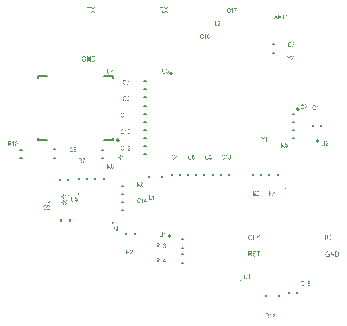
<source format=gto>
G04*
G04 #@! TF.GenerationSoftware,Altium Limited,Altium Designer,19.0.12 (326)*
G04*
G04 Layer_Color=16777215*
%FSLAX24Y24*%
%MOIN*%
G70*
G01*
G75*
%ADD10C,0.0079*%
%ADD11C,0.0039*%
%ADD12C,0.0069*%
%ADD13C,0.0059*%
%ADD14C,0.0010*%
G36*
X-467Y-3192D02*
X-449D01*
Y-3210D01*
X-467D01*
Y-3248D01*
X-483D01*
Y-3210D01*
X-539D01*
Y-3192D01*
X-480Y-3090D01*
X-467D01*
Y-3192D01*
D02*
G37*
G36*
X-574Y-3248D02*
X-590D01*
Y-3124D01*
X-590Y-3125D01*
X-591Y-3126D01*
X-592Y-3127D01*
X-594Y-3129D01*
X-596Y-3130D01*
X-599Y-3133D01*
X-602Y-3135D01*
X-605Y-3138D01*
X-605Y-3138D01*
X-607Y-3139D01*
X-608Y-3140D01*
X-611Y-3142D01*
X-613Y-3143D01*
X-616Y-3145D01*
X-619Y-3146D01*
X-622Y-3148D01*
Y-3129D01*
X-622D01*
X-621Y-3129D01*
X-621Y-3128D01*
X-620Y-3128D01*
X-617Y-3126D01*
X-614Y-3124D01*
X-611Y-3121D01*
X-607Y-3118D01*
X-603Y-3115D01*
X-599Y-3111D01*
X-599Y-3111D01*
X-598Y-3110D01*
X-597Y-3109D01*
X-595Y-3107D01*
X-593Y-3104D01*
X-591Y-3101D01*
X-589Y-3097D01*
X-586Y-3093D01*
X-585Y-3090D01*
X-574D01*
Y-3248D01*
D02*
G37*
G36*
X-696Y-3090D02*
X-694D01*
X-690Y-3091D01*
X-686Y-3091D01*
X-682Y-3092D01*
X-678Y-3093D01*
X-674Y-3095D01*
X-674Y-3095D01*
X-673Y-3096D01*
X-671Y-3097D01*
X-669Y-3098D01*
X-667Y-3100D01*
X-665Y-3103D01*
X-662Y-3106D01*
X-660Y-3110D01*
X-660Y-3110D01*
X-659Y-3112D01*
X-658Y-3114D01*
X-657Y-3116D01*
X-656Y-3120D01*
X-655Y-3124D01*
X-655Y-3129D01*
X-654Y-3133D01*
Y-3134D01*
Y-3134D01*
Y-3135D01*
X-655Y-3136D01*
Y-3138D01*
X-655Y-3140D01*
X-656Y-3144D01*
X-657Y-3148D01*
X-658Y-3153D01*
X-661Y-3158D01*
X-664Y-3162D01*
Y-3163D01*
X-664Y-3163D01*
X-665Y-3164D01*
X-668Y-3166D01*
X-671Y-3168D01*
X-674Y-3171D01*
X-679Y-3173D01*
X-684Y-3175D01*
X-691Y-3176D01*
X-690Y-3177D01*
X-689Y-3177D01*
X-688Y-3178D01*
X-687Y-3179D01*
X-683Y-3182D01*
X-682Y-3184D01*
X-680Y-3185D01*
X-680Y-3186D01*
X-679Y-3187D01*
X-677Y-3189D01*
X-675Y-3191D01*
X-673Y-3194D01*
X-671Y-3197D01*
X-669Y-3201D01*
X-666Y-3205D01*
X-644Y-3248D01*
X-665D01*
X-683Y-3215D01*
Y-3215D01*
X-683Y-3215D01*
X-684Y-3214D01*
X-684Y-3212D01*
X-685Y-3211D01*
X-686Y-3209D01*
X-688Y-3205D01*
X-691Y-3201D01*
X-693Y-3196D01*
X-696Y-3193D01*
X-697Y-3191D01*
X-698Y-3190D01*
X-698Y-3189D01*
X-699Y-3188D01*
X-700Y-3187D01*
X-701Y-3186D01*
X-704Y-3183D01*
X-706Y-3182D01*
X-708Y-3181D01*
X-708Y-3180D01*
X-709Y-3180D01*
X-710Y-3180D01*
X-711Y-3179D01*
X-713Y-3179D01*
X-715Y-3178D01*
X-718Y-3178D01*
X-741D01*
Y-3248D01*
X-758D01*
Y-3090D01*
X-698D01*
X-696Y-3090D01*
D02*
G37*
G36*
X-490Y-2592D02*
X-489Y-2592D01*
X-487Y-2592D01*
X-484Y-2593D01*
X-480Y-2594D01*
X-475Y-2596D01*
X-473Y-2598D01*
X-471Y-2599D01*
X-468Y-2601D01*
X-466Y-2603D01*
X-466Y-2604D01*
X-466Y-2604D01*
X-465Y-2604D01*
X-464Y-2605D01*
X-464Y-2607D01*
X-463Y-2608D01*
X-461Y-2611D01*
X-459Y-2616D01*
X-457Y-2620D01*
X-455Y-2626D01*
X-455Y-2629D01*
X-455Y-2632D01*
Y-2633D01*
Y-2633D01*
Y-2634D01*
X-455Y-2636D01*
X-456Y-2639D01*
X-456Y-2642D01*
X-457Y-2645D01*
X-458Y-2648D01*
X-460Y-2652D01*
X-460Y-2652D01*
X-461Y-2653D01*
X-462Y-2654D01*
X-463Y-2656D01*
X-465Y-2658D01*
X-467Y-2660D01*
X-470Y-2663D01*
X-473Y-2665D01*
X-473D01*
X-472Y-2665D01*
X-470Y-2665D01*
X-468Y-2666D01*
X-466Y-2667D01*
X-464Y-2668D01*
X-462Y-2670D01*
X-460Y-2672D01*
X-460Y-2672D01*
X-459Y-2673D01*
X-458Y-2674D01*
X-457Y-2675D01*
X-456Y-2677D01*
X-455Y-2679D01*
X-453Y-2682D01*
X-452Y-2685D01*
X-452Y-2685D01*
X-452Y-2686D01*
X-451Y-2688D01*
X-450Y-2690D01*
X-450Y-2693D01*
X-449Y-2696D01*
X-449Y-2700D01*
X-449Y-2703D01*
Y-2704D01*
Y-2704D01*
Y-2705D01*
X-449Y-2707D01*
X-449Y-2709D01*
X-449Y-2711D01*
X-450Y-2713D01*
X-450Y-2716D01*
X-452Y-2722D01*
X-454Y-2728D01*
X-456Y-2730D01*
X-457Y-2733D01*
X-459Y-2736D01*
X-462Y-2739D01*
X-462Y-2739D01*
X-462Y-2740D01*
X-463Y-2740D01*
X-464Y-2741D01*
X-465Y-2742D01*
X-467Y-2743D01*
X-468Y-2744D01*
X-470Y-2746D01*
X-475Y-2748D01*
X-480Y-2750D01*
X-483Y-2751D01*
X-486Y-2752D01*
X-489Y-2752D01*
X-492Y-2753D01*
X-494D01*
X-495Y-2752D01*
X-497Y-2752D01*
X-498Y-2752D01*
X-502Y-2751D01*
X-507Y-2750D01*
X-511Y-2747D01*
X-514Y-2746D01*
X-516Y-2744D01*
X-518Y-2743D01*
X-521Y-2741D01*
X-521Y-2740D01*
X-521Y-2740D01*
X-522Y-2739D01*
X-522Y-2738D01*
X-523Y-2737D01*
X-524Y-2736D01*
X-525Y-2734D01*
X-526Y-2732D01*
X-528Y-2730D01*
X-529Y-2727D01*
X-531Y-2722D01*
X-533Y-2715D01*
X-534Y-2708D01*
X-518Y-2706D01*
Y-2706D01*
X-518Y-2707D01*
X-517Y-2708D01*
X-517Y-2711D01*
X-516Y-2713D01*
X-515Y-2715D01*
X-514Y-2718D01*
X-513Y-2721D01*
X-511Y-2724D01*
X-510Y-2727D01*
X-507Y-2729D01*
X-505Y-2732D01*
X-503Y-2734D01*
X-500Y-2735D01*
X-496Y-2736D01*
X-493Y-2737D01*
X-492D01*
X-491Y-2736D01*
X-489Y-2736D01*
X-486Y-2735D01*
X-483Y-2734D01*
X-480Y-2733D01*
X-477Y-2731D01*
X-474Y-2728D01*
X-473Y-2727D01*
X-472Y-2726D01*
X-471Y-2724D01*
X-470Y-2721D01*
X-468Y-2718D01*
X-467Y-2714D01*
X-466Y-2709D01*
X-466Y-2704D01*
Y-2704D01*
Y-2703D01*
Y-2702D01*
Y-2701D01*
X-466Y-2699D01*
X-467Y-2696D01*
X-468Y-2692D01*
X-469Y-2689D01*
X-471Y-2685D01*
X-473Y-2682D01*
X-473Y-2681D01*
X-474Y-2680D01*
X-476Y-2679D01*
X-478Y-2677D01*
X-481Y-2676D01*
X-484Y-2674D01*
X-487Y-2674D01*
X-491Y-2673D01*
X-493D01*
X-494Y-2673D01*
X-496Y-2674D01*
X-498Y-2674D01*
X-500Y-2675D01*
X-502Y-2675D01*
X-500Y-2658D01*
X-498Y-2659D01*
X-498D01*
X-496Y-2658D01*
X-494Y-2658D01*
X-491Y-2658D01*
X-488Y-2657D01*
X-485Y-2656D01*
X-482Y-2654D01*
X-479Y-2651D01*
X-479Y-2651D01*
X-478Y-2650D01*
X-477Y-2648D01*
X-475Y-2646D01*
X-474Y-2644D01*
X-473Y-2640D01*
X-472Y-2636D01*
X-471Y-2632D01*
Y-2632D01*
Y-2632D01*
Y-2630D01*
X-472Y-2628D01*
X-472Y-2626D01*
X-473Y-2623D01*
X-474Y-2620D01*
X-476Y-2617D01*
X-478Y-2614D01*
X-478Y-2614D01*
X-479Y-2613D01*
X-480Y-2612D01*
X-482Y-2611D01*
X-484Y-2610D01*
X-487Y-2609D01*
X-489Y-2608D01*
X-493Y-2607D01*
X-494D01*
X-496Y-2608D01*
X-498Y-2608D01*
X-501Y-2609D01*
X-503Y-2610D01*
X-506Y-2612D01*
X-508Y-2615D01*
X-509Y-2615D01*
X-509Y-2616D01*
X-510Y-2618D01*
X-512Y-2620D01*
X-513Y-2623D01*
X-514Y-2627D01*
X-515Y-2631D01*
X-516Y-2636D01*
X-532Y-2632D01*
Y-2632D01*
X-532Y-2632D01*
X-531Y-2631D01*
X-531Y-2629D01*
X-531Y-2627D01*
X-530Y-2625D01*
X-529Y-2621D01*
X-527Y-2616D01*
X-525Y-2611D01*
X-522Y-2606D01*
X-519Y-2602D01*
X-518Y-2602D01*
X-518Y-2601D01*
X-517Y-2600D01*
X-514Y-2599D01*
X-511Y-2597D01*
X-508Y-2595D01*
X-503Y-2593D01*
X-498Y-2592D01*
X-496Y-2592D01*
X-491D01*
X-490Y-2592D01*
D02*
G37*
G36*
X-574Y-2750D02*
X-590D01*
Y-2626D01*
X-590Y-2627D01*
X-591Y-2628D01*
X-592Y-2629D01*
X-594Y-2631D01*
X-596Y-2632D01*
X-599Y-2635D01*
X-602Y-2637D01*
X-605Y-2640D01*
X-605Y-2640D01*
X-607Y-2641D01*
X-608Y-2642D01*
X-611Y-2644D01*
X-613Y-2645D01*
X-616Y-2647D01*
X-619Y-2648D01*
X-622Y-2650D01*
Y-2631D01*
X-622D01*
X-621Y-2631D01*
X-621Y-2630D01*
X-620Y-2630D01*
X-617Y-2628D01*
X-614Y-2626D01*
X-611Y-2623D01*
X-607Y-2620D01*
X-603Y-2617D01*
X-599Y-2613D01*
X-599Y-2613D01*
X-598Y-2612D01*
X-597Y-2611D01*
X-595Y-2609D01*
X-593Y-2606D01*
X-591Y-2603D01*
X-589Y-2599D01*
X-586Y-2595D01*
X-585Y-2592D01*
X-574D01*
Y-2750D01*
D02*
G37*
G36*
X-696Y-2592D02*
X-694D01*
X-690Y-2593D01*
X-686Y-2593D01*
X-682Y-2594D01*
X-678Y-2595D01*
X-674Y-2597D01*
X-674Y-2597D01*
X-673Y-2598D01*
X-671Y-2599D01*
X-669Y-2600D01*
X-667Y-2602D01*
X-665Y-2605D01*
X-662Y-2608D01*
X-660Y-2612D01*
X-660Y-2612D01*
X-659Y-2613D01*
X-658Y-2616D01*
X-657Y-2618D01*
X-656Y-2622D01*
X-655Y-2626D01*
X-655Y-2631D01*
X-654Y-2635D01*
Y-2636D01*
Y-2636D01*
Y-2637D01*
X-655Y-2638D01*
Y-2640D01*
X-655Y-2642D01*
X-656Y-2646D01*
X-657Y-2650D01*
X-658Y-2655D01*
X-661Y-2660D01*
X-664Y-2664D01*
Y-2665D01*
X-664Y-2665D01*
X-665Y-2666D01*
X-668Y-2668D01*
X-671Y-2670D01*
X-674Y-2673D01*
X-679Y-2675D01*
X-684Y-2677D01*
X-691Y-2678D01*
X-690Y-2679D01*
X-689Y-2679D01*
X-688Y-2680D01*
X-687Y-2681D01*
X-683Y-2684D01*
X-682Y-2686D01*
X-680Y-2687D01*
X-680Y-2688D01*
X-679Y-2689D01*
X-677Y-2691D01*
X-675Y-2693D01*
X-673Y-2696D01*
X-671Y-2699D01*
X-669Y-2703D01*
X-666Y-2707D01*
X-644Y-2750D01*
X-665D01*
X-683Y-2717D01*
Y-2717D01*
X-683Y-2717D01*
X-684Y-2716D01*
X-684Y-2714D01*
X-685Y-2713D01*
X-686Y-2711D01*
X-688Y-2707D01*
X-691Y-2703D01*
X-693Y-2698D01*
X-696Y-2695D01*
X-697Y-2693D01*
X-698Y-2692D01*
X-698Y-2691D01*
X-699Y-2690D01*
X-700Y-2689D01*
X-701Y-2688D01*
X-704Y-2685D01*
X-706Y-2684D01*
X-708Y-2683D01*
X-708Y-2682D01*
X-709Y-2682D01*
X-710Y-2682D01*
X-711Y-2681D01*
X-713Y-2681D01*
X-715Y-2680D01*
X-718Y-2680D01*
X-741D01*
Y-2750D01*
X-758D01*
Y-2592D01*
X-698D01*
X-696Y-2592D01*
D02*
G37*
G36*
X-3166Y3654D02*
X-3161Y3653D01*
X-3157Y3653D01*
X-3152Y3652D01*
X-3147Y3650D01*
X-3142Y3648D01*
X-3142D01*
X-3142Y3648D01*
X-3140Y3647D01*
X-3138Y3646D01*
X-3135Y3643D01*
X-3131Y3641D01*
X-3128Y3638D01*
X-3125Y3634D01*
X-3121Y3630D01*
X-3121Y3630D01*
X-3120Y3628D01*
X-3119Y3626D01*
X-3117Y3622D01*
X-3115Y3617D01*
X-3113Y3612D01*
X-3111Y3606D01*
X-3109Y3599D01*
X-3127Y3593D01*
Y3593D01*
X-3128Y3594D01*
Y3594D01*
X-3128Y3595D01*
X-3129Y3598D01*
X-3130Y3602D01*
X-3131Y3605D01*
X-3133Y3609D01*
X-3135Y3613D01*
X-3137Y3616D01*
X-3137Y3617D01*
X-3138Y3618D01*
X-3139Y3619D01*
X-3141Y3621D01*
X-3143Y3623D01*
X-3145Y3625D01*
X-3148Y3627D01*
X-3152Y3629D01*
X-3152Y3629D01*
X-3153Y3629D01*
X-3155Y3630D01*
X-3158Y3631D01*
X-3161Y3632D01*
X-3164Y3632D01*
X-3168Y3633D01*
X-3172Y3633D01*
X-3175D01*
X-3178Y3633D01*
X-3182Y3632D01*
X-3186Y3631D01*
X-3191Y3630D01*
X-3196Y3628D01*
X-3201Y3625D01*
X-3201Y3625D01*
X-3203Y3623D01*
X-3205Y3622D01*
X-3208Y3619D01*
X-3211Y3615D01*
X-3214Y3611D01*
X-3217Y3606D01*
X-3220Y3600D01*
Y3600D01*
X-3220Y3599D01*
X-3221Y3598D01*
X-3221Y3597D01*
X-3222Y3595D01*
X-3222Y3593D01*
X-3223Y3591D01*
X-3224Y3589D01*
X-3224Y3586D01*
X-3225Y3582D01*
X-3226Y3575D01*
X-3227Y3567D01*
X-3227Y3558D01*
Y3558D01*
Y3557D01*
Y3555D01*
X-3227Y3552D01*
X-3227Y3549D01*
X-3226Y3546D01*
X-3226Y3542D01*
X-3225Y3537D01*
X-3223Y3528D01*
X-3222Y3524D01*
X-3221Y3519D01*
X-3219Y3515D01*
X-3217Y3510D01*
X-3214Y3506D01*
X-3212Y3503D01*
X-3211Y3502D01*
X-3211Y3502D01*
X-3210Y3501D01*
X-3209Y3500D01*
X-3207Y3498D01*
X-3205Y3497D01*
X-3203Y3495D01*
X-3201Y3493D01*
X-3198Y3492D01*
X-3195Y3490D01*
X-3192Y3488D01*
X-3188Y3487D01*
X-3184Y3486D01*
X-3180Y3485D01*
X-3176Y3484D01*
X-3171Y3484D01*
X-3169D01*
X-3167Y3484D01*
X-3163Y3485D01*
X-3160Y3485D01*
X-3156Y3486D01*
X-3151Y3487D01*
X-3147Y3489D01*
X-3146D01*
X-3146Y3490D01*
X-3145Y3490D01*
X-3142Y3492D01*
X-3139Y3493D01*
X-3136Y3495D01*
X-3133Y3498D01*
X-3130Y3500D01*
X-3127Y3503D01*
Y3538D01*
X-3171D01*
Y3560D01*
X-3107D01*
Y3491D01*
X-3107Y3490D01*
X-3107Y3490D01*
X-3108Y3489D01*
X-3109Y3488D01*
X-3112Y3486D01*
X-3116Y3483D01*
X-3121Y3479D01*
X-3126Y3475D01*
X-3131Y3472D01*
X-3137Y3469D01*
X-3138D01*
X-3138Y3468D01*
X-3139Y3468D01*
X-3140Y3468D01*
X-3142Y3467D01*
X-3143Y3466D01*
X-3148Y3465D01*
X-3152Y3464D01*
X-3158Y3463D01*
X-3164Y3462D01*
X-3170Y3462D01*
X-3172D01*
X-3174Y3462D01*
X-3176D01*
X-3178Y3462D01*
X-3181Y3462D01*
X-3184Y3463D01*
X-3190Y3464D01*
X-3196Y3466D01*
X-3203Y3469D01*
X-3210Y3472D01*
X-3210Y3473D01*
X-3211Y3473D01*
X-3212Y3474D01*
X-3213Y3475D01*
X-3216Y3477D01*
X-3220Y3481D01*
X-3225Y3485D01*
X-3229Y3491D01*
X-3234Y3498D01*
X-3238Y3505D01*
Y3506D01*
X-3238Y3506D01*
X-3239Y3507D01*
X-3240Y3509D01*
X-3240Y3511D01*
X-3241Y3514D01*
X-3242Y3516D01*
X-3243Y3520D01*
X-3244Y3523D01*
X-3245Y3527D01*
X-3246Y3531D01*
X-3246Y3536D01*
X-3247Y3541D01*
X-3247Y3546D01*
X-3248Y3557D01*
Y3557D01*
Y3558D01*
Y3560D01*
X-3248Y3562D01*
Y3565D01*
X-3247Y3568D01*
X-3247Y3571D01*
X-3247Y3575D01*
X-3246Y3583D01*
X-3244Y3592D01*
X-3241Y3601D01*
X-3238Y3610D01*
Y3610D01*
X-3237Y3611D01*
X-3237Y3612D01*
X-3236Y3614D01*
X-3235Y3616D01*
X-3234Y3618D01*
X-3231Y3623D01*
X-3227Y3628D01*
X-3222Y3634D01*
X-3217Y3639D01*
X-3214Y3641D01*
X-3211Y3643D01*
X-3211D01*
X-3210Y3644D01*
X-3209Y3644D01*
X-3208Y3645D01*
X-3206Y3646D01*
X-3204Y3647D01*
X-3202Y3648D01*
X-3200Y3649D01*
X-3194Y3651D01*
X-3187Y3653D01*
X-3180Y3654D01*
X-3172Y3654D01*
X-3169D01*
X-3166Y3654D01*
D02*
G37*
G36*
X-2957Y3465D02*
X-2978D01*
X-3058Y3611D01*
Y3465D01*
X-3078D01*
Y3651D01*
X-3057D01*
X-2977Y3504D01*
Y3651D01*
X-2957D01*
Y3465D01*
D02*
G37*
G36*
X-2864Y3651D02*
X-2859Y3650D01*
X-2855Y3650D01*
X-2850Y3650D01*
X-2845Y3649D01*
X-2841Y3647D01*
X-2840D01*
X-2840Y3647D01*
X-2839Y3647D01*
X-2836Y3646D01*
X-2833Y3644D01*
X-2829Y3641D01*
X-2825Y3639D01*
X-2822Y3635D01*
X-2818Y3631D01*
X-2817Y3631D01*
X-2816Y3629D01*
X-2815Y3626D01*
X-2812Y3623D01*
X-2810Y3619D01*
X-2807Y3614D01*
X-2805Y3608D01*
X-2803Y3601D01*
Y3601D01*
X-2802Y3601D01*
X-2802Y3599D01*
X-2802Y3598D01*
X-2801Y3596D01*
X-2801Y3594D01*
X-2800Y3592D01*
X-2799Y3589D01*
X-2799Y3586D01*
X-2799Y3583D01*
X-2798Y3576D01*
X-2797Y3568D01*
X-2797Y3559D01*
Y3558D01*
Y3557D01*
Y3556D01*
Y3554D01*
X-2797Y3551D01*
X-2797Y3548D01*
X-2798Y3544D01*
X-2798Y3540D01*
X-2799Y3532D01*
X-2801Y3523D01*
X-2803Y3514D01*
X-2806Y3505D01*
Y3505D01*
X-2807Y3504D01*
X-2807Y3503D01*
X-2808Y3501D01*
X-2809Y3500D01*
X-2810Y3498D01*
X-2813Y3493D01*
X-2816Y3487D01*
X-2820Y3482D01*
X-2825Y3478D01*
X-2827Y3475D01*
X-2830Y3474D01*
X-2830D01*
X-2831Y3473D01*
X-2831Y3473D01*
X-2833Y3472D01*
X-2834Y3471D01*
X-2836Y3471D01*
X-2838Y3470D01*
X-2840Y3469D01*
X-2843Y3468D01*
X-2846Y3467D01*
X-2852Y3466D01*
X-2860Y3465D01*
X-2868Y3465D01*
X-2923D01*
Y3651D01*
X-2866D01*
X-2864Y3651D01*
D02*
G37*
G36*
X4954Y-2861D02*
X4959Y-2861D01*
X4963Y-2862D01*
X4968Y-2863D01*
X4973Y-2864D01*
X4978Y-2867D01*
X4978D01*
X4979Y-2867D01*
X4980Y-2868D01*
X4982Y-2869D01*
X4985Y-2871D01*
X4989Y-2874D01*
X4992Y-2877D01*
X4995Y-2880D01*
X4999Y-2884D01*
X4999Y-2885D01*
X5000Y-2886D01*
X5001Y-2889D01*
X5003Y-2892D01*
X5005Y-2897D01*
X5007Y-2902D01*
X5009Y-2909D01*
X5011Y-2916D01*
X4993Y-2922D01*
Y-2921D01*
X4992Y-2921D01*
Y-2920D01*
X4992Y-2919D01*
X4991Y-2916D01*
X4990Y-2913D01*
X4989Y-2909D01*
X4987Y-2905D01*
X4985Y-2901D01*
X4983Y-2898D01*
X4983Y-2898D01*
X4982Y-2897D01*
X4981Y-2895D01*
X4979Y-2894D01*
X4977Y-2892D01*
X4975Y-2890D01*
X4972Y-2888D01*
X4968Y-2886D01*
X4968Y-2886D01*
X4967Y-2885D01*
X4965Y-2885D01*
X4962Y-2883D01*
X4959Y-2883D01*
X4956Y-2882D01*
X4952Y-2882D01*
X4948Y-2881D01*
X4945D01*
X4942Y-2882D01*
X4938Y-2882D01*
X4934Y-2883D01*
X4929Y-2885D01*
X4924Y-2887D01*
X4919Y-2889D01*
X4919Y-2890D01*
X4917Y-2891D01*
X4915Y-2893D01*
X4912Y-2896D01*
X4909Y-2899D01*
X4906Y-2903D01*
X4903Y-2909D01*
X4900Y-2915D01*
Y-2915D01*
X4900Y-2915D01*
X4899Y-2916D01*
X4899Y-2918D01*
X4898Y-2919D01*
X4898Y-2921D01*
X4897Y-2924D01*
X4896Y-2926D01*
X4896Y-2929D01*
X4895Y-2932D01*
X4894Y-2939D01*
X4893Y-2947D01*
X4893Y-2956D01*
Y-2957D01*
Y-2958D01*
Y-2960D01*
X4893Y-2962D01*
X4893Y-2965D01*
X4894Y-2969D01*
X4894Y-2973D01*
X4895Y-2977D01*
X4897Y-2986D01*
X4898Y-2991D01*
X4899Y-2995D01*
X4901Y-3000D01*
X4903Y-3004D01*
X4906Y-3008D01*
X4908Y-3012D01*
X4909Y-3012D01*
X4909Y-3013D01*
X4910Y-3014D01*
X4911Y-3015D01*
X4913Y-3016D01*
X4915Y-3018D01*
X4917Y-3020D01*
X4919Y-3021D01*
X4922Y-3023D01*
X4925Y-3025D01*
X4929Y-3026D01*
X4932Y-3028D01*
X4936Y-3029D01*
X4940Y-3030D01*
X4944Y-3030D01*
X4949Y-3031D01*
X4951D01*
X4953Y-3030D01*
X4957Y-3030D01*
X4960Y-3029D01*
X4964Y-3028D01*
X4969Y-3027D01*
X4973Y-3025D01*
X4974D01*
X4974Y-3025D01*
X4976Y-3024D01*
X4978Y-3023D01*
X4981Y-3021D01*
X4984Y-3019D01*
X4987Y-3017D01*
X4991Y-3014D01*
X4994Y-3012D01*
Y-2977D01*
X4949D01*
Y-2955D01*
X5013D01*
Y-3024D01*
X5013Y-3024D01*
X5013Y-3024D01*
X5012Y-3025D01*
X5011Y-3026D01*
X5008Y-3029D01*
X5004Y-3032D01*
X4999Y-3036D01*
X4994Y-3039D01*
X4989Y-3043D01*
X4983Y-3046D01*
X4982D01*
X4982Y-3046D01*
X4981Y-3046D01*
X4980Y-3047D01*
X4979Y-3048D01*
X4977Y-3048D01*
X4973Y-3049D01*
X4968Y-3051D01*
X4962Y-3052D01*
X4956Y-3053D01*
X4950Y-3053D01*
X4948D01*
X4946Y-3053D01*
X4944D01*
X4942Y-3052D01*
X4939Y-3052D01*
X4936Y-3052D01*
X4930Y-3050D01*
X4924Y-3048D01*
X4917Y-3046D01*
X4910Y-3042D01*
X4910Y-3042D01*
X4909Y-3042D01*
X4908Y-3041D01*
X4907Y-3040D01*
X4904Y-3037D01*
X4900Y-3034D01*
X4896Y-3029D01*
X4891Y-3024D01*
X4886Y-3017D01*
X4882Y-3009D01*
Y-3009D01*
X4882Y-3008D01*
X4881Y-3007D01*
X4881Y-3006D01*
X4880Y-3003D01*
X4879Y-3001D01*
X4878Y-2998D01*
X4877Y-2995D01*
X4876Y-2991D01*
X4875Y-2987D01*
X4875Y-2983D01*
X4874Y-2978D01*
X4873Y-2974D01*
X4873Y-2969D01*
X4872Y-2958D01*
Y-2957D01*
Y-2956D01*
Y-2955D01*
X4872Y-2953D01*
Y-2950D01*
X4873Y-2947D01*
X4873Y-2943D01*
X4873Y-2940D01*
X4875Y-2931D01*
X4876Y-2922D01*
X4879Y-2913D01*
X4882Y-2904D01*
Y-2904D01*
X4883Y-2903D01*
X4883Y-2902D01*
X4884Y-2901D01*
X4885Y-2899D01*
X4886Y-2897D01*
X4890Y-2892D01*
X4893Y-2886D01*
X4898Y-2881D01*
X4903Y-2876D01*
X4906Y-2873D01*
X4909Y-2871D01*
X4909D01*
X4910Y-2871D01*
X4911Y-2870D01*
X4912Y-2870D01*
X4914Y-2869D01*
X4916Y-2868D01*
X4918Y-2867D01*
X4920Y-2866D01*
X4926Y-2864D01*
X4933Y-2862D01*
X4940Y-2861D01*
X4948Y-2860D01*
X4951D01*
X4954Y-2861D01*
D02*
G37*
G36*
X5163Y-3050D02*
X5142D01*
X5062Y-2903D01*
Y-3050D01*
X5042D01*
Y-2864D01*
X5063D01*
X5143Y-3011D01*
Y-2864D01*
X5163D01*
Y-3050D01*
D02*
G37*
G36*
X5256Y-2864D02*
X5261Y-2864D01*
X5265Y-2864D01*
X5270Y-2865D01*
X5275Y-2866D01*
X5279Y-2867D01*
X5280D01*
X5280Y-2867D01*
X5282Y-2868D01*
X5284Y-2869D01*
X5287Y-2871D01*
X5291Y-2873D01*
X5295Y-2876D01*
X5298Y-2879D01*
X5302Y-2883D01*
X5303Y-2884D01*
X5304Y-2886D01*
X5306Y-2888D01*
X5308Y-2892D01*
X5310Y-2896D01*
X5313Y-2901D01*
X5315Y-2907D01*
X5318Y-2913D01*
Y-2914D01*
X5318Y-2914D01*
X5318Y-2915D01*
X5318Y-2916D01*
X5319Y-2918D01*
X5319Y-2920D01*
X5320Y-2923D01*
X5321Y-2925D01*
X5321Y-2928D01*
X5321Y-2932D01*
X5322Y-2939D01*
X5323Y-2947D01*
X5323Y-2956D01*
Y-2956D01*
Y-2957D01*
Y-2959D01*
Y-2961D01*
X5323Y-2964D01*
X5323Y-2967D01*
X5322Y-2971D01*
X5322Y-2974D01*
X5321Y-2983D01*
X5319Y-2992D01*
X5317Y-3001D01*
X5314Y-3010D01*
Y-3010D01*
X5313Y-3011D01*
X5313Y-3012D01*
X5312Y-3013D01*
X5311Y-3015D01*
X5310Y-3017D01*
X5307Y-3022D01*
X5304Y-3027D01*
X5300Y-3032D01*
X5295Y-3037D01*
X5293Y-3039D01*
X5290Y-3041D01*
X5290D01*
X5289Y-3041D01*
X5289Y-3042D01*
X5287Y-3042D01*
X5286Y-3043D01*
X5284Y-3044D01*
X5282Y-3045D01*
X5280Y-3045D01*
X5277Y-3046D01*
X5274Y-3047D01*
X5268Y-3049D01*
X5261Y-3050D01*
X5252Y-3050D01*
X5197D01*
Y-2864D01*
X5255D01*
X5256Y-2864D01*
D02*
G37*
G36*
X-548Y-2315D02*
Y-2316D01*
Y-2316D01*
Y-2318D01*
Y-2319D01*
X-548Y-2321D01*
Y-2323D01*
X-549Y-2326D01*
Y-2329D01*
X-549Y-2335D01*
X-550Y-2341D01*
X-551Y-2347D01*
X-553Y-2353D01*
Y-2353D01*
X-553Y-2354D01*
X-553Y-2354D01*
X-554Y-2355D01*
X-555Y-2358D01*
X-557Y-2361D01*
X-559Y-2365D01*
X-562Y-2369D01*
X-565Y-2373D01*
X-569Y-2376D01*
X-569D01*
X-569Y-2377D01*
X-570Y-2377D01*
X-571Y-2377D01*
X-572Y-2378D01*
X-574Y-2379D01*
X-577Y-2380D01*
X-581Y-2382D01*
X-587Y-2383D01*
X-592Y-2384D01*
X-599Y-2384D01*
X-601D01*
X-603Y-2384D01*
X-605Y-2384D01*
X-608Y-2384D01*
X-610Y-2383D01*
X-613Y-2383D01*
X-619Y-2381D01*
X-623Y-2380D01*
X-626Y-2378D01*
X-629Y-2376D01*
X-632Y-2374D01*
X-635Y-2372D01*
X-637Y-2369D01*
X-637Y-2369D01*
X-638Y-2368D01*
X-638Y-2368D01*
X-639Y-2366D01*
X-640Y-2365D01*
X-641Y-2362D01*
X-642Y-2360D01*
X-643Y-2357D01*
X-645Y-2353D01*
X-646Y-2349D01*
X-647Y-2345D01*
X-648Y-2340D01*
X-648Y-2335D01*
X-649Y-2329D01*
X-649Y-2322D01*
X-650Y-2315D01*
Y-2224D01*
X-633D01*
Y-2315D01*
Y-2315D01*
Y-2316D01*
Y-2317D01*
Y-2319D01*
Y-2320D01*
X-632Y-2322D01*
X-632Y-2327D01*
X-632Y-2332D01*
X-631Y-2337D01*
X-630Y-2342D01*
X-630Y-2344D01*
X-629Y-2346D01*
X-629Y-2347D01*
X-629Y-2348D01*
X-628Y-2349D01*
X-627Y-2351D01*
X-625Y-2354D01*
X-623Y-2356D01*
X-621Y-2359D01*
X-618Y-2361D01*
X-618Y-2361D01*
X-617Y-2361D01*
X-615Y-2362D01*
X-613Y-2363D01*
X-611Y-2364D01*
X-607Y-2365D01*
X-604Y-2365D01*
X-600Y-2365D01*
X-598D01*
X-597Y-2365D01*
X-596D01*
X-594Y-2365D01*
X-590Y-2364D01*
X-586Y-2363D01*
X-581Y-2361D01*
X-577Y-2359D01*
X-575Y-2357D01*
X-574Y-2355D01*
Y-2355D01*
X-573Y-2355D01*
X-573Y-2354D01*
X-572Y-2353D01*
X-572Y-2352D01*
X-571Y-2350D01*
X-570Y-2349D01*
X-569Y-2346D01*
X-569Y-2344D01*
X-568Y-2341D01*
X-567Y-2338D01*
X-567Y-2334D01*
X-566Y-2330D01*
X-566Y-2325D01*
X-565Y-2320D01*
Y-2315D01*
Y-2224D01*
X-548D01*
Y-2315D01*
D02*
G37*
G36*
X-466Y-2382D02*
X-482D01*
Y-2258D01*
X-482Y-2259D01*
X-483Y-2259D01*
X-484Y-2261D01*
X-486Y-2262D01*
X-488Y-2264D01*
X-490Y-2267D01*
X-493Y-2269D01*
X-497Y-2272D01*
X-497Y-2272D01*
X-498Y-2273D01*
X-500Y-2274D01*
X-502Y-2275D01*
X-505Y-2277D01*
X-508Y-2279D01*
X-511Y-2280D01*
X-514Y-2282D01*
Y-2263D01*
X-513D01*
X-513Y-2263D01*
X-512Y-2262D01*
X-511Y-2262D01*
X-509Y-2260D01*
X-506Y-2258D01*
X-502Y-2255D01*
X-499Y-2252D01*
X-495Y-2249D01*
X-491Y-2245D01*
X-490Y-2244D01*
X-490Y-2244D01*
X-489Y-2243D01*
X-487Y-2241D01*
X-485Y-2238D01*
X-483Y-2235D01*
X-481Y-2231D01*
X-478Y-2227D01*
X-477Y-2223D01*
X-466D01*
Y-2382D01*
D02*
G37*
G36*
X1332Y4814D02*
X1334Y4814D01*
X1336Y4813D01*
X1340Y4812D01*
X1345Y4811D01*
X1347Y4810D01*
X1350Y4808D01*
X1352Y4807D01*
X1355Y4805D01*
X1357Y4803D01*
X1359Y4801D01*
X1359Y4800D01*
X1359Y4800D01*
X1360Y4799D01*
X1361Y4798D01*
X1361Y4797D01*
X1362Y4796D01*
X1364Y4792D01*
X1366Y4787D01*
X1368Y4782D01*
X1369Y4776D01*
X1369Y4773D01*
Y4770D01*
Y4770D01*
Y4769D01*
Y4769D01*
X1369Y4768D01*
Y4766D01*
X1369Y4765D01*
X1368Y4761D01*
X1367Y4756D01*
X1366Y4752D01*
X1364Y4747D01*
X1361Y4741D01*
Y4741D01*
X1361Y4741D01*
X1360Y4740D01*
X1360Y4739D01*
X1359Y4737D01*
X1357Y4736D01*
X1356Y4734D01*
X1354Y4732D01*
X1353Y4729D01*
X1350Y4726D01*
X1348Y4723D01*
X1345Y4720D01*
X1342Y4717D01*
X1339Y4713D01*
X1335Y4709D01*
X1331Y4704D01*
X1331Y4704D01*
X1330Y4704D01*
X1330Y4703D01*
X1329Y4702D01*
X1326Y4700D01*
X1323Y4697D01*
X1320Y4693D01*
X1317Y4690D01*
X1315Y4687D01*
X1314Y4686D01*
X1313Y4685D01*
X1312Y4684D01*
X1312Y4684D01*
X1311Y4683D01*
X1310Y4681D01*
X1309Y4680D01*
X1308Y4678D01*
X1306Y4674D01*
X1370D01*
Y4656D01*
X1284D01*
Y4656D01*
Y4656D01*
Y4657D01*
Y4658D01*
X1284Y4660D01*
X1285Y4663D01*
X1285Y4667D01*
X1286Y4671D01*
X1288Y4676D01*
X1291Y4681D01*
Y4681D01*
X1291Y4681D01*
X1291Y4682D01*
X1292Y4683D01*
X1293Y4685D01*
X1294Y4686D01*
X1295Y4688D01*
X1297Y4690D01*
X1298Y4692D01*
X1300Y4695D01*
X1302Y4698D01*
X1305Y4701D01*
X1307Y4704D01*
X1310Y4707D01*
X1313Y4710D01*
X1317Y4714D01*
X1317Y4714D01*
X1318Y4715D01*
X1319Y4716D01*
X1321Y4717D01*
X1322Y4719D01*
X1324Y4721D01*
X1327Y4724D01*
X1329Y4726D01*
X1334Y4732D01*
X1339Y4738D01*
X1341Y4741D01*
X1343Y4743D01*
X1345Y4746D01*
X1346Y4748D01*
Y4748D01*
X1346Y4749D01*
X1347Y4749D01*
X1347Y4750D01*
X1348Y4753D01*
X1350Y4756D01*
X1351Y4759D01*
X1352Y4763D01*
X1353Y4767D01*
X1353Y4771D01*
Y4771D01*
Y4771D01*
Y4772D01*
Y4773D01*
X1353Y4775D01*
X1352Y4778D01*
X1351Y4781D01*
X1350Y4784D01*
X1348Y4787D01*
X1346Y4790D01*
X1346Y4791D01*
X1345Y4792D01*
X1343Y4793D01*
X1341Y4794D01*
X1339Y4796D01*
X1336Y4797D01*
X1332Y4798D01*
X1329Y4798D01*
X1328D01*
X1327Y4798D01*
X1325Y4798D01*
X1322Y4797D01*
X1319Y4796D01*
X1316Y4795D01*
X1313Y4793D01*
X1310Y4790D01*
X1310Y4789D01*
X1309Y4788D01*
X1308Y4786D01*
X1307Y4784D01*
X1306Y4780D01*
X1304Y4776D01*
X1303Y4771D01*
X1303Y4766D01*
X1287Y4768D01*
Y4768D01*
Y4769D01*
X1287Y4770D01*
X1287Y4772D01*
X1287Y4774D01*
X1288Y4776D01*
X1288Y4778D01*
X1289Y4781D01*
X1291Y4786D01*
X1293Y4792D01*
X1296Y4798D01*
X1298Y4800D01*
X1300Y4802D01*
X1300Y4803D01*
X1300Y4803D01*
X1301Y4804D01*
X1302Y4804D01*
X1303Y4805D01*
X1304Y4806D01*
X1307Y4808D01*
X1312Y4810D01*
X1317Y4812D01*
X1322Y4814D01*
X1326Y4814D01*
X1329Y4814D01*
X1331D01*
X1332Y4814D01*
D02*
G37*
G36*
X1208Y4674D02*
X1272D01*
Y4656D01*
X1191D01*
Y4813D01*
X1208D01*
Y4674D01*
D02*
G37*
G36*
X1663Y5249D02*
X1664Y5249D01*
X1666Y5248D01*
X1670Y5248D01*
X1676Y5246D01*
X1681Y5244D01*
X1684Y5243D01*
X1686Y5241D01*
X1689Y5239D01*
X1692Y5237D01*
X1692Y5237D01*
X1692Y5237D01*
X1693Y5236D01*
X1694Y5235D01*
X1695Y5234D01*
X1696Y5232D01*
X1698Y5231D01*
X1699Y5229D01*
X1701Y5226D01*
X1702Y5224D01*
X1704Y5221D01*
X1705Y5218D01*
X1707Y5215D01*
X1708Y5211D01*
X1709Y5208D01*
X1711Y5203D01*
X1694Y5199D01*
Y5199D01*
X1693Y5200D01*
X1693Y5202D01*
X1692Y5204D01*
X1691Y5206D01*
X1690Y5209D01*
X1688Y5212D01*
X1686Y5215D01*
X1684Y5218D01*
X1682Y5221D01*
X1679Y5224D01*
X1676Y5226D01*
X1672Y5228D01*
X1668Y5230D01*
X1664Y5231D01*
X1659Y5231D01*
X1657D01*
X1655Y5231D01*
X1652Y5230D01*
X1648Y5230D01*
X1644Y5229D01*
X1640Y5227D01*
X1637Y5225D01*
X1636Y5224D01*
X1635Y5223D01*
X1633Y5222D01*
X1631Y5220D01*
X1629Y5217D01*
X1626Y5213D01*
X1624Y5209D01*
X1621Y5204D01*
Y5204D01*
X1621Y5203D01*
X1621Y5202D01*
X1621Y5201D01*
X1620Y5200D01*
X1620Y5198D01*
X1619Y5196D01*
X1619Y5194D01*
X1618Y5192D01*
X1618Y5189D01*
X1617Y5186D01*
X1617Y5183D01*
X1616Y5176D01*
X1616Y5169D01*
Y5168D01*
Y5167D01*
Y5166D01*
X1616Y5163D01*
X1616Y5160D01*
X1617Y5157D01*
X1617Y5154D01*
X1617Y5150D01*
X1619Y5142D01*
X1621Y5134D01*
X1622Y5130D01*
X1624Y5127D01*
X1625Y5123D01*
X1627Y5120D01*
X1627Y5120D01*
X1628Y5119D01*
X1628Y5119D01*
X1629Y5117D01*
X1630Y5116D01*
X1632Y5115D01*
X1633Y5114D01*
X1635Y5112D01*
X1640Y5109D01*
X1645Y5106D01*
X1648Y5105D01*
X1651Y5105D01*
X1654Y5104D01*
X1657Y5104D01*
X1659D01*
X1660Y5104D01*
X1663Y5104D01*
X1666Y5105D01*
X1670Y5106D01*
X1674Y5108D01*
X1678Y5111D01*
X1680Y5112D01*
X1682Y5114D01*
X1682Y5114D01*
X1682Y5114D01*
X1683Y5115D01*
X1683Y5116D01*
X1684Y5117D01*
X1685Y5118D01*
X1686Y5120D01*
X1687Y5121D01*
X1688Y5123D01*
X1690Y5126D01*
X1691Y5128D01*
X1692Y5131D01*
X1693Y5134D01*
X1694Y5137D01*
X1695Y5140D01*
X1695Y5144D01*
X1713Y5139D01*
Y5138D01*
X1712Y5138D01*
X1712Y5136D01*
X1712Y5134D01*
X1711Y5132D01*
X1710Y5130D01*
X1709Y5127D01*
X1708Y5124D01*
X1705Y5117D01*
X1702Y5111D01*
X1698Y5105D01*
X1695Y5102D01*
X1693Y5099D01*
X1692Y5099D01*
X1692Y5099D01*
X1691Y5098D01*
X1690Y5097D01*
X1689Y5096D01*
X1687Y5095D01*
X1685Y5094D01*
X1683Y5093D01*
X1681Y5091D01*
X1678Y5090D01*
X1672Y5088D01*
X1665Y5087D01*
X1662Y5086D01*
X1658Y5086D01*
X1656D01*
X1655Y5086D01*
X1653D01*
X1652Y5087D01*
X1647Y5087D01*
X1642Y5088D01*
X1637Y5090D01*
X1632Y5092D01*
X1627Y5095D01*
X1627D01*
X1627Y5095D01*
X1626Y5096D01*
X1625Y5096D01*
X1623Y5098D01*
X1620Y5102D01*
X1618Y5103D01*
X1617Y5105D01*
X1615Y5108D01*
X1613Y5110D01*
X1611Y5113D01*
X1610Y5116D01*
X1608Y5119D01*
X1606Y5123D01*
Y5123D01*
X1606Y5124D01*
X1606Y5125D01*
X1605Y5126D01*
X1605Y5128D01*
X1604Y5130D01*
X1603Y5133D01*
X1603Y5136D01*
X1602Y5139D01*
X1601Y5142D01*
X1600Y5146D01*
X1600Y5150D01*
X1599Y5154D01*
X1599Y5159D01*
X1598Y5169D01*
Y5169D01*
Y5170D01*
Y5171D01*
X1599Y5173D01*
Y5175D01*
X1599Y5178D01*
X1599Y5181D01*
X1599Y5184D01*
X1600Y5191D01*
X1602Y5198D01*
X1604Y5205D01*
X1606Y5213D01*
Y5213D01*
X1607Y5213D01*
X1607Y5214D01*
X1608Y5216D01*
X1609Y5217D01*
X1610Y5219D01*
X1612Y5223D01*
X1615Y5227D01*
X1619Y5232D01*
X1624Y5236D01*
X1628Y5240D01*
X1629D01*
X1629Y5240D01*
X1630Y5241D01*
X1631Y5241D01*
X1632Y5242D01*
X1634Y5243D01*
X1636Y5244D01*
X1637Y5245D01*
X1642Y5246D01*
X1647Y5248D01*
X1653Y5249D01*
X1659Y5249D01*
X1661D01*
X1663Y5249D01*
D02*
G37*
G36*
X1913Y5229D02*
X1913Y5229D01*
X1912Y5228D01*
X1911Y5226D01*
X1910Y5225D01*
X1908Y5222D01*
X1906Y5219D01*
X1904Y5216D01*
X1902Y5212D01*
X1899Y5208D01*
X1897Y5203D01*
X1894Y5198D01*
X1891Y5192D01*
X1888Y5186D01*
X1885Y5180D01*
X1883Y5173D01*
X1880Y5166D01*
X1879Y5165D01*
X1879Y5164D01*
X1878Y5162D01*
X1877Y5159D01*
X1876Y5156D01*
X1875Y5151D01*
X1874Y5147D01*
X1872Y5141D01*
X1871Y5136D01*
X1870Y5130D01*
X1868Y5123D01*
X1867Y5117D01*
X1865Y5103D01*
X1864Y5096D01*
X1864Y5089D01*
X1847D01*
Y5089D01*
Y5090D01*
Y5091D01*
X1847Y5092D01*
Y5094D01*
X1848Y5096D01*
X1848Y5099D01*
X1848Y5102D01*
X1848Y5105D01*
X1849Y5108D01*
X1849Y5112D01*
X1850Y5116D01*
X1850Y5120D01*
X1851Y5125D01*
X1853Y5135D01*
Y5135D01*
X1853Y5136D01*
X1854Y5137D01*
X1854Y5139D01*
X1855Y5141D01*
X1856Y5144D01*
X1856Y5147D01*
X1858Y5151D01*
X1858Y5154D01*
X1860Y5158D01*
X1863Y5167D01*
X1866Y5176D01*
X1870Y5185D01*
X1870Y5185D01*
X1870Y5186D01*
X1871Y5187D01*
X1871Y5189D01*
X1872Y5191D01*
X1873Y5193D01*
X1875Y5196D01*
X1876Y5199D01*
X1880Y5205D01*
X1884Y5212D01*
X1888Y5219D01*
X1892Y5226D01*
X1829D01*
Y5244D01*
X1913D01*
Y5229D01*
D02*
G37*
G36*
X1787Y5089D02*
X1771D01*
Y5212D01*
X1771Y5212D01*
X1770Y5211D01*
X1769Y5210D01*
X1767Y5208D01*
X1765Y5206D01*
X1763Y5204D01*
X1760Y5201D01*
X1757Y5199D01*
X1756Y5199D01*
X1755Y5198D01*
X1753Y5196D01*
X1751Y5195D01*
X1749Y5193D01*
X1746Y5192D01*
X1743Y5190D01*
X1740Y5189D01*
Y5208D01*
X1740D01*
X1740Y5208D01*
X1741Y5208D01*
X1742Y5209D01*
X1744Y5211D01*
X1747Y5213D01*
X1751Y5215D01*
X1755Y5218D01*
X1759Y5222D01*
X1763Y5226D01*
X1763Y5226D01*
X1763Y5226D01*
X1764Y5228D01*
X1766Y5230D01*
X1768Y5232D01*
X1770Y5236D01*
X1773Y5239D01*
X1775Y5243D01*
X1777Y5247D01*
X1787D01*
Y5089D01*
D02*
G37*
G36*
X978Y4381D02*
X979D01*
X980Y4380D01*
X984Y4380D01*
X988Y4378D01*
X992Y4377D01*
X996Y4374D01*
X998Y4373D01*
X1000Y4371D01*
X1000D01*
X1000Y4370D01*
X1001Y4370D01*
X1001Y4369D01*
X1003Y4367D01*
X1005Y4363D01*
X1007Y4359D01*
X1009Y4354D01*
X1011Y4348D01*
X1012Y4342D01*
X996Y4340D01*
Y4340D01*
Y4340D01*
X996Y4342D01*
X995Y4344D01*
X995Y4347D01*
X994Y4349D01*
X993Y4352D01*
X991Y4355D01*
X990Y4357D01*
X989Y4358D01*
X989Y4358D01*
X987Y4360D01*
X985Y4361D01*
X983Y4363D01*
X980Y4364D01*
X977Y4365D01*
X974Y4365D01*
X973D01*
X972Y4365D01*
X969Y4364D01*
X966Y4363D01*
X965Y4362D01*
X963Y4361D01*
X961Y4359D01*
X959Y4358D01*
X957Y4356D01*
X955Y4353D01*
X954Y4351D01*
X952Y4348D01*
Y4347D01*
X952Y4347D01*
X951Y4346D01*
X951Y4345D01*
X950Y4343D01*
X950Y4341D01*
X949Y4339D01*
X948Y4337D01*
X948Y4334D01*
X947Y4331D01*
X946Y4327D01*
X946Y4323D01*
X945Y4319D01*
X945Y4314D01*
X945Y4309D01*
Y4304D01*
X945Y4304D01*
X946Y4305D01*
X947Y4307D01*
X948Y4310D01*
X950Y4312D01*
X953Y4315D01*
X955Y4317D01*
X958Y4319D01*
X959Y4319D01*
X960Y4320D01*
X961Y4321D01*
X964Y4322D01*
X966Y4323D01*
X969Y4324D01*
X973Y4325D01*
X976Y4325D01*
X977D01*
X979Y4325D01*
X980Y4324D01*
X982Y4324D01*
X985Y4323D01*
X989Y4321D01*
X992Y4320D01*
X994Y4319D01*
X996Y4317D01*
X998Y4315D01*
X1001Y4313D01*
X1003Y4311D01*
X1003Y4310D01*
X1003Y4310D01*
X1004Y4309D01*
X1005Y4308D01*
X1006Y4307D01*
X1007Y4305D01*
X1007Y4303D01*
X1009Y4301D01*
X1010Y4298D01*
X1011Y4295D01*
X1012Y4292D01*
X1013Y4289D01*
X1013Y4286D01*
X1014Y4282D01*
X1014Y4278D01*
X1014Y4273D01*
Y4273D01*
Y4273D01*
Y4272D01*
Y4271D01*
X1014Y4270D01*
Y4268D01*
X1014Y4264D01*
X1013Y4260D01*
X1012Y4255D01*
X1010Y4250D01*
X1009Y4245D01*
Y4245D01*
X1008Y4244D01*
X1008Y4244D01*
X1008Y4243D01*
X1006Y4240D01*
X1005Y4238D01*
X1002Y4235D01*
X1000Y4231D01*
X997Y4228D01*
X994Y4226D01*
X993Y4226D01*
X992Y4225D01*
X990Y4224D01*
X988Y4223D01*
X985Y4222D01*
X981Y4221D01*
X978Y4220D01*
X974Y4220D01*
X973D01*
X972Y4220D01*
X971D01*
X969Y4220D01*
X967Y4221D01*
X962Y4222D01*
X960Y4223D01*
X957Y4224D01*
X955Y4226D01*
X952Y4227D01*
X949Y4229D01*
X946Y4232D01*
X944Y4234D01*
X941Y4237D01*
X941Y4238D01*
X941Y4238D01*
X940Y4239D01*
X940Y4241D01*
X939Y4243D01*
X937Y4245D01*
X936Y4248D01*
X935Y4251D01*
X934Y4255D01*
X933Y4260D01*
X932Y4264D01*
X931Y4270D01*
X930Y4276D01*
X929Y4282D01*
X929Y4289D01*
X929Y4296D01*
Y4297D01*
Y4297D01*
Y4298D01*
Y4298D01*
Y4301D01*
X929Y4304D01*
X929Y4307D01*
X930Y4312D01*
X930Y4316D01*
X931Y4322D01*
X932Y4332D01*
X934Y4343D01*
X936Y4348D01*
X938Y4353D01*
X940Y4357D01*
X942Y4361D01*
X942Y4362D01*
X943Y4362D01*
X943Y4363D01*
X944Y4364D01*
X946Y4366D01*
X947Y4368D01*
X949Y4369D01*
X951Y4371D01*
X953Y4373D01*
X956Y4375D01*
X961Y4378D01*
X965Y4379D01*
X968Y4380D01*
X971Y4381D01*
X975Y4381D01*
X977D01*
X978Y4381D01*
D02*
G37*
G36*
X764Y4383D02*
X766Y4383D01*
X768Y4382D01*
X772Y4382D01*
X777Y4380D01*
X783Y4378D01*
X785Y4377D01*
X788Y4375D01*
X791Y4373D01*
X793Y4371D01*
X794Y4371D01*
X794Y4371D01*
X795Y4370D01*
X795Y4369D01*
X797Y4368D01*
X798Y4366D01*
X799Y4365D01*
X801Y4363D01*
X802Y4360D01*
X804Y4358D01*
X805Y4355D01*
X807Y4352D01*
X809Y4349D01*
X810Y4345D01*
X811Y4341D01*
X812Y4337D01*
X795Y4332D01*
Y4333D01*
X795Y4334D01*
X794Y4335D01*
X794Y4337D01*
X793Y4340D01*
X791Y4343D01*
X790Y4346D01*
X788Y4349D01*
X786Y4352D01*
X783Y4355D01*
X780Y4358D01*
X777Y4360D01*
X773Y4362D01*
X770Y4364D01*
X765Y4365D01*
X761Y4365D01*
X759D01*
X756Y4365D01*
X753Y4364D01*
X750Y4364D01*
X746Y4362D01*
X742Y4361D01*
X738Y4358D01*
X738Y4358D01*
X737Y4357D01*
X735Y4356D01*
X733Y4353D01*
X730Y4350D01*
X728Y4347D01*
X725Y4343D01*
X723Y4338D01*
Y4337D01*
X723Y4337D01*
X723Y4336D01*
X722Y4335D01*
X722Y4334D01*
X721Y4332D01*
X721Y4330D01*
X720Y4328D01*
X720Y4326D01*
X719Y4323D01*
X719Y4320D01*
X718Y4317D01*
X718Y4310D01*
X718Y4302D01*
Y4302D01*
Y4301D01*
Y4299D01*
X718Y4297D01*
X718Y4294D01*
X718Y4291D01*
X718Y4288D01*
X719Y4284D01*
X720Y4276D01*
X722Y4268D01*
X724Y4264D01*
X725Y4261D01*
X727Y4257D01*
X729Y4254D01*
X729Y4254D01*
X729Y4253D01*
X730Y4252D01*
X731Y4251D01*
X732Y4250D01*
X733Y4249D01*
X735Y4247D01*
X737Y4246D01*
X741Y4243D01*
X746Y4240D01*
X749Y4239D01*
X752Y4238D01*
X756Y4238D01*
X759Y4238D01*
X761D01*
X761Y4238D01*
X764Y4238D01*
X767Y4239D01*
X771Y4240D01*
X775Y4242D01*
X779Y4244D01*
X782Y4246D01*
X783Y4248D01*
X784Y4248D01*
X784Y4248D01*
X784Y4249D01*
X785Y4249D01*
X786Y4251D01*
X787Y4252D01*
X788Y4253D01*
X789Y4255D01*
X790Y4257D01*
X791Y4259D01*
X792Y4262D01*
X793Y4264D01*
X794Y4267D01*
X795Y4271D01*
X796Y4274D01*
X797Y4278D01*
X814Y4273D01*
Y4272D01*
X814Y4271D01*
X814Y4270D01*
X813Y4268D01*
X812Y4266D01*
X812Y4264D01*
X811Y4261D01*
X810Y4258D01*
X807Y4251D01*
X803Y4245D01*
X799Y4238D01*
X797Y4235D01*
X794Y4233D01*
X794Y4233D01*
X794Y4232D01*
X793Y4232D01*
X792Y4231D01*
X790Y4230D01*
X789Y4229D01*
X787Y4228D01*
X785Y4226D01*
X782Y4225D01*
X779Y4224D01*
X774Y4222D01*
X767Y4220D01*
X763Y4220D01*
X760Y4220D01*
X758D01*
X757Y4220D01*
X755D01*
X753Y4220D01*
X749Y4221D01*
X744Y4222D01*
X739Y4224D01*
X734Y4226D01*
X729Y4228D01*
X729D01*
X728Y4229D01*
X728Y4229D01*
X727Y4230D01*
X724Y4232D01*
X721Y4235D01*
X720Y4237D01*
X718Y4239D01*
X716Y4242D01*
X715Y4244D01*
X713Y4247D01*
X711Y4250D01*
X710Y4253D01*
X708Y4257D01*
Y4257D01*
X708Y4258D01*
X707Y4259D01*
X707Y4260D01*
X706Y4262D01*
X706Y4264D01*
X705Y4267D01*
X704Y4270D01*
X703Y4273D01*
X703Y4276D01*
X702Y4280D01*
X701Y4284D01*
X701Y4288D01*
X700Y4293D01*
X700Y4302D01*
Y4303D01*
Y4304D01*
Y4305D01*
X700Y4307D01*
Y4309D01*
X700Y4312D01*
X701Y4315D01*
X701Y4318D01*
X702Y4325D01*
X703Y4332D01*
X705Y4339D01*
X708Y4346D01*
Y4347D01*
X709Y4347D01*
X709Y4348D01*
X709Y4349D01*
X710Y4351D01*
X711Y4353D01*
X714Y4357D01*
X717Y4361D01*
X721Y4366D01*
X725Y4370D01*
X730Y4374D01*
X730D01*
X731Y4374D01*
X731Y4375D01*
X733Y4375D01*
X734Y4376D01*
X735Y4377D01*
X737Y4377D01*
X739Y4378D01*
X744Y4380D01*
X749Y4382D01*
X755Y4383D01*
X761Y4383D01*
X763D01*
X764Y4383D01*
D02*
G37*
G36*
X889Y4222D02*
X873D01*
Y4346D01*
X873Y4346D01*
X872Y4345D01*
X871Y4344D01*
X869Y4342D01*
X867Y4340D01*
X864Y4338D01*
X861Y4335D01*
X858Y4333D01*
X858Y4332D01*
X857Y4331D01*
X855Y4330D01*
X853Y4329D01*
X850Y4327D01*
X847Y4326D01*
X844Y4324D01*
X841Y4323D01*
Y4341D01*
X842D01*
X842Y4342D01*
X843Y4342D01*
X843Y4343D01*
X846Y4344D01*
X849Y4346D01*
X853Y4349D01*
X856Y4352D01*
X860Y4356D01*
X864Y4360D01*
X864Y4360D01*
X865Y4360D01*
X866Y4362D01*
X868Y4364D01*
X870Y4366D01*
X872Y4370D01*
X874Y4373D01*
X877Y4377D01*
X878Y4381D01*
X889D01*
Y4222D01*
D02*
G37*
G36*
X3407Y4872D02*
X3389D01*
X3322Y4996D01*
Y4872D01*
X3305D01*
Y5030D01*
X3322D01*
X3391Y4905D01*
Y5030D01*
X3407D01*
Y4872D01*
D02*
G37*
G36*
X3599D02*
X3584D01*
Y4996D01*
X3584Y4995D01*
X3583Y4994D01*
X3581Y4993D01*
X3580Y4991D01*
X3578Y4990D01*
X3575Y4987D01*
X3572Y4985D01*
X3569Y4982D01*
X3568Y4982D01*
X3567Y4981D01*
X3566Y4980D01*
X3563Y4979D01*
X3561Y4977D01*
X3558Y4975D01*
X3555Y4974D01*
X3552Y4972D01*
Y4991D01*
X3552D01*
X3553Y4991D01*
X3553Y4992D01*
X3554Y4992D01*
X3557Y4994D01*
X3560Y4996D01*
X3563Y4999D01*
X3567Y5002D01*
X3571Y5005D01*
X3575Y5009D01*
X3575Y5009D01*
X3575Y5010D01*
X3577Y5011D01*
X3578Y5013D01*
X3581Y5016D01*
X3583Y5019D01*
X3585Y5023D01*
X3587Y5027D01*
X3589Y5031D01*
X3599D01*
Y4872D01*
D02*
G37*
G36*
X3529Y5011D02*
X3487D01*
Y4872D01*
X3469D01*
Y5011D01*
X3427D01*
Y5030D01*
X3529D01*
Y5011D01*
D02*
G37*
G36*
X3292Y4872D02*
X3272D01*
X3258Y4920D01*
X3203D01*
X3189Y4872D01*
X3171D01*
X3221Y5030D01*
X3239D01*
X3292Y4872D01*
D02*
G37*
G36*
X2349Y-3789D02*
X2333D01*
Y-3666D01*
X2333Y-3666D01*
X2332Y-3667D01*
X2331Y-3668D01*
X2329Y-3670D01*
X2327Y-3672D01*
X2325Y-3674D01*
X2322Y-3677D01*
X2319Y-3679D01*
X2318Y-3679D01*
X2317Y-3680D01*
X2315Y-3681D01*
X2313Y-3683D01*
X2310Y-3684D01*
X2307Y-3686D01*
X2305Y-3688D01*
X2302Y-3689D01*
Y-3670D01*
X2302D01*
X2302Y-3670D01*
X2303Y-3670D01*
X2304Y-3669D01*
X2306Y-3667D01*
X2309Y-3665D01*
X2313Y-3663D01*
X2317Y-3660D01*
X2321Y-3656D01*
X2325Y-3652D01*
X2325Y-3652D01*
X2325Y-3652D01*
X2326Y-3650D01*
X2328Y-3648D01*
X2330Y-3645D01*
X2332Y-3642D01*
X2335Y-3639D01*
X2337Y-3635D01*
X2339Y-3631D01*
X2349D01*
Y-3789D01*
D02*
G37*
G36*
X2216Y-3632D02*
X2219Y-3632D01*
X2223Y-3632D01*
X2227Y-3633D01*
X2232Y-3634D01*
X2235Y-3635D01*
X2235D01*
X2236Y-3635D01*
X2237Y-3635D01*
X2239Y-3636D01*
X2242Y-3638D01*
X2245Y-3640D01*
X2248Y-3642D01*
X2251Y-3645D01*
X2255Y-3648D01*
X2255Y-3649D01*
X2256Y-3650D01*
X2257Y-3652D01*
X2259Y-3655D01*
X2261Y-3659D01*
X2264Y-3663D01*
X2266Y-3668D01*
X2267Y-3674D01*
Y-3674D01*
X2268Y-3674D01*
X2268Y-3675D01*
X2268Y-3676D01*
X2269Y-3678D01*
X2269Y-3680D01*
X2270Y-3681D01*
X2270Y-3684D01*
X2270Y-3686D01*
X2271Y-3689D01*
X2272Y-3695D01*
X2272Y-3702D01*
X2272Y-3710D01*
Y-3710D01*
Y-3711D01*
Y-3712D01*
Y-3714D01*
X2272Y-3716D01*
X2272Y-3719D01*
X2272Y-3722D01*
X2271Y-3725D01*
X2270Y-3733D01*
X2269Y-3740D01*
X2267Y-3748D01*
X2264Y-3755D01*
Y-3755D01*
X2264Y-3756D01*
X2264Y-3757D01*
X2263Y-3758D01*
X2262Y-3760D01*
X2261Y-3761D01*
X2259Y-3766D01*
X2256Y-3770D01*
X2253Y-3774D01*
X2249Y-3778D01*
X2246Y-3780D01*
X2244Y-3782D01*
X2244D01*
X2244Y-3782D01*
X2243Y-3782D01*
X2242Y-3783D01*
X2241Y-3784D01*
X2239Y-3784D01*
X2237Y-3785D01*
X2236Y-3785D01*
X2233Y-3786D01*
X2231Y-3787D01*
X2225Y-3788D01*
X2219Y-3789D01*
X2212Y-3789D01*
X2165D01*
Y-3632D01*
X2214D01*
X2216Y-3632D01*
D02*
G37*
G36*
X3155Y-4930D02*
X3156Y-4931D01*
X3158Y-4931D01*
X3163Y-4932D01*
X3168Y-4933D01*
X3170Y-4935D01*
X3172Y-4936D01*
X3175Y-4937D01*
X3177Y-4939D01*
X3179Y-4941D01*
X3181Y-4944D01*
X3182Y-4944D01*
X3182Y-4944D01*
X3182Y-4945D01*
X3183Y-4946D01*
X3184Y-4947D01*
X3185Y-4949D01*
X3187Y-4952D01*
X3189Y-4957D01*
X3190Y-4962D01*
X3191Y-4968D01*
X3192Y-4971D01*
Y-4974D01*
Y-4974D01*
Y-4975D01*
Y-4975D01*
X3192Y-4977D01*
Y-4978D01*
X3191Y-4980D01*
X3191Y-4983D01*
X3190Y-4988D01*
X3188Y-4992D01*
X3186Y-4998D01*
X3184Y-5003D01*
Y-5003D01*
X3183Y-5004D01*
X3183Y-5004D01*
X3182Y-5005D01*
X3181Y-5007D01*
X3180Y-5008D01*
X3179Y-5010D01*
X3177Y-5013D01*
X3175Y-5015D01*
X3173Y-5018D01*
X3170Y-5021D01*
X3168Y-5024D01*
X3165Y-5028D01*
X3161Y-5031D01*
X3157Y-5035D01*
X3153Y-5040D01*
X3153Y-5040D01*
X3153Y-5040D01*
X3152Y-5041D01*
X3151Y-5042D01*
X3149Y-5044D01*
X3146Y-5047D01*
X3143Y-5051D01*
X3140Y-5054D01*
X3137Y-5057D01*
X3136Y-5058D01*
X3135Y-5059D01*
X3135Y-5060D01*
X3134Y-5060D01*
X3134Y-5061D01*
X3133Y-5063D01*
X3132Y-5064D01*
X3131Y-5066D01*
X3128Y-5070D01*
X3192D01*
Y-5089D01*
X3106D01*
Y-5088D01*
Y-5088D01*
Y-5087D01*
Y-5087D01*
X3107Y-5084D01*
X3107Y-5081D01*
X3108Y-5077D01*
X3109Y-5073D01*
X3111Y-5068D01*
X3113Y-5063D01*
Y-5063D01*
X3113Y-5063D01*
X3114Y-5062D01*
X3114Y-5061D01*
X3115Y-5059D01*
X3116Y-5058D01*
X3118Y-5056D01*
X3119Y-5054D01*
X3121Y-5052D01*
X3122Y-5049D01*
X3125Y-5046D01*
X3127Y-5044D01*
X3130Y-5041D01*
X3133Y-5037D01*
X3136Y-5034D01*
X3139Y-5030D01*
X3140Y-5030D01*
X3140Y-5029D01*
X3141Y-5028D01*
X3143Y-5027D01*
X3145Y-5025D01*
X3147Y-5023D01*
X3149Y-5020D01*
X3151Y-5018D01*
X3156Y-5012D01*
X3161Y-5006D01*
X3163Y-5004D01*
X3165Y-5001D01*
X3167Y-4998D01*
X3169Y-4996D01*
Y-4996D01*
X3169Y-4995D01*
X3169Y-4995D01*
X3170Y-4994D01*
X3171Y-4992D01*
X3172Y-4989D01*
X3174Y-4985D01*
X3175Y-4981D01*
X3176Y-4977D01*
X3176Y-4973D01*
Y-4973D01*
Y-4973D01*
Y-4972D01*
Y-4971D01*
X3175Y-4969D01*
X3175Y-4966D01*
X3174Y-4963D01*
X3173Y-4960D01*
X3171Y-4957D01*
X3169Y-4954D01*
X3168Y-4953D01*
X3167Y-4953D01*
X3166Y-4951D01*
X3164Y-4950D01*
X3161Y-4948D01*
X3158Y-4947D01*
X3155Y-4946D01*
X3151Y-4946D01*
X3151D01*
X3149Y-4946D01*
X3147Y-4947D01*
X3145Y-4947D01*
X3142Y-4948D01*
X3139Y-4950D01*
X3136Y-4952D01*
X3133Y-4954D01*
X3133Y-4955D01*
X3132Y-4956D01*
X3131Y-4958D01*
X3129Y-4960D01*
X3128Y-4964D01*
X3127Y-4968D01*
X3126Y-4973D01*
X3126Y-4978D01*
X3109Y-4976D01*
Y-4976D01*
Y-4975D01*
X3110Y-4974D01*
X3110Y-4972D01*
X3110Y-4970D01*
X3110Y-4968D01*
X3111Y-4966D01*
X3112Y-4963D01*
X3113Y-4958D01*
X3115Y-4952D01*
X3118Y-4947D01*
X3120Y-4944D01*
X3122Y-4942D01*
X3122Y-4941D01*
X3122Y-4941D01*
X3123Y-4941D01*
X3124Y-4940D01*
X3125Y-4939D01*
X3127Y-4938D01*
X3130Y-4936D01*
X3134Y-4934D01*
X3139Y-4932D01*
X3145Y-4931D01*
X3148Y-4930D01*
X3151Y-4930D01*
X3153D01*
X3155Y-4930D01*
D02*
G37*
G36*
X3067Y-5089D02*
X3052D01*
Y-4965D01*
X3051Y-4965D01*
X3051Y-4966D01*
X3049Y-4967D01*
X3048Y-4969D01*
X3046Y-4971D01*
X3043Y-4973D01*
X3040Y-4976D01*
X3037Y-4978D01*
X3036Y-4979D01*
X3035Y-4980D01*
X3034Y-4981D01*
X3031Y-4982D01*
X3029Y-4984D01*
X3026Y-4985D01*
X3023Y-4987D01*
X3020Y-4988D01*
Y-4970D01*
X3020D01*
X3021Y-4969D01*
X3021Y-4969D01*
X3022Y-4968D01*
X3025Y-4967D01*
X3028Y-4965D01*
X3031Y-4962D01*
X3035Y-4959D01*
X3039Y-4955D01*
X3043Y-4951D01*
X3043Y-4951D01*
X3043Y-4951D01*
X3044Y-4950D01*
X3046Y-4947D01*
X3048Y-4945D01*
X3051Y-4941D01*
X3053Y-4938D01*
X3055Y-4934D01*
X3057Y-4930D01*
X3067D01*
Y-5089D01*
D02*
G37*
G36*
X2946Y-4931D02*
X2947D01*
X2951Y-4931D01*
X2955Y-4932D01*
X2960Y-4933D01*
X2964Y-4934D01*
X2968Y-4935D01*
X2968Y-4936D01*
X2969Y-4936D01*
X2971Y-4937D01*
X2973Y-4939D01*
X2975Y-4941D01*
X2977Y-4944D01*
X2980Y-4947D01*
X2982Y-4950D01*
X2982Y-4951D01*
X2983Y-4952D01*
X2984Y-4954D01*
X2985Y-4957D01*
X2986Y-4960D01*
X2986Y-4965D01*
X2987Y-4969D01*
X2987Y-4974D01*
Y-4974D01*
Y-4975D01*
Y-4976D01*
X2987Y-4977D01*
Y-4978D01*
X2987Y-4980D01*
X2986Y-4984D01*
X2985Y-4989D01*
X2983Y-4994D01*
X2981Y-4998D01*
X2978Y-5003D01*
Y-5003D01*
X2977Y-5003D01*
X2976Y-5005D01*
X2974Y-5007D01*
X2971Y-5009D01*
X2967Y-5011D01*
X2963Y-5014D01*
X2957Y-5016D01*
X2951Y-5017D01*
X2951Y-5017D01*
X2952Y-5018D01*
X2953Y-5019D01*
X2955Y-5020D01*
X2958Y-5023D01*
X2960Y-5024D01*
X2962Y-5026D01*
X2962Y-5026D01*
X2963Y-5027D01*
X2964Y-5029D01*
X2966Y-5032D01*
X2968Y-5035D01*
X2971Y-5038D01*
X2973Y-5042D01*
X2975Y-5046D01*
X2998Y-5089D01*
X2976D01*
X2959Y-5056D01*
Y-5056D01*
X2958Y-5055D01*
X2958Y-5054D01*
X2957Y-5053D01*
X2956Y-5051D01*
X2955Y-5050D01*
X2953Y-5045D01*
X2951Y-5041D01*
X2948Y-5037D01*
X2946Y-5033D01*
X2945Y-5032D01*
X2944Y-5030D01*
X2944Y-5030D01*
X2943Y-5029D01*
X2942Y-5028D01*
X2941Y-5026D01*
X2938Y-5023D01*
X2936Y-5022D01*
X2934Y-5021D01*
X2934Y-5021D01*
X2933Y-5021D01*
X2932Y-5020D01*
X2931Y-5020D01*
X2929Y-5019D01*
X2926Y-5019D01*
X2924Y-5019D01*
X2901D01*
Y-5089D01*
X2884D01*
Y-4931D01*
X2944D01*
X2946Y-4931D01*
D02*
G37*
G36*
X4114Y-3846D02*
X4116Y-3846D01*
X4118Y-3846D01*
X4122Y-3847D01*
X4127Y-3848D01*
X4133Y-3850D01*
X4135Y-3852D01*
X4138Y-3853D01*
X4141Y-3855D01*
X4143Y-3857D01*
X4144Y-3857D01*
X4144Y-3858D01*
X4145Y-3858D01*
X4145Y-3859D01*
X4147Y-3861D01*
X4148Y-3862D01*
X4149Y-3864D01*
X4151Y-3866D01*
X4152Y-3868D01*
X4154Y-3871D01*
X4155Y-3873D01*
X4157Y-3876D01*
X4159Y-3880D01*
X4160Y-3883D01*
X4161Y-3887D01*
X4162Y-3891D01*
X4145Y-3896D01*
Y-3895D01*
X4145Y-3895D01*
X4144Y-3893D01*
X4144Y-3891D01*
X4143Y-3888D01*
X4141Y-3886D01*
X4140Y-3883D01*
X4138Y-3880D01*
X4136Y-3877D01*
X4133Y-3874D01*
X4130Y-3871D01*
X4127Y-3868D01*
X4123Y-3866D01*
X4120Y-3865D01*
X4115Y-3864D01*
X4111Y-3863D01*
X4109D01*
X4106Y-3863D01*
X4103Y-3864D01*
X4100Y-3865D01*
X4096Y-3866D01*
X4092Y-3868D01*
X4088Y-3870D01*
X4088Y-3870D01*
X4087Y-3871D01*
X4085Y-3873D01*
X4083Y-3875D01*
X4080Y-3878D01*
X4078Y-3881D01*
X4075Y-3886D01*
X4073Y-3891D01*
Y-3891D01*
X4073Y-3891D01*
X4073Y-3892D01*
X4072Y-3893D01*
X4072Y-3895D01*
X4071Y-3896D01*
X4071Y-3898D01*
X4070Y-3900D01*
X4070Y-3903D01*
X4069Y-3905D01*
X4069Y-3908D01*
X4068Y-3911D01*
X4068Y-3918D01*
X4068Y-3926D01*
Y-3926D01*
Y-3927D01*
Y-3929D01*
X4068Y-3931D01*
X4068Y-3934D01*
X4068Y-3937D01*
X4068Y-3941D01*
X4069Y-3944D01*
X4070Y-3952D01*
X4072Y-3960D01*
X4074Y-3964D01*
X4075Y-3968D01*
X4077Y-3971D01*
X4079Y-3974D01*
X4079Y-3975D01*
X4079Y-3975D01*
X4080Y-3976D01*
X4081Y-3977D01*
X4082Y-3978D01*
X4083Y-3980D01*
X4085Y-3981D01*
X4087Y-3983D01*
X4091Y-3986D01*
X4096Y-3988D01*
X4099Y-3989D01*
X4102Y-3990D01*
X4106Y-3990D01*
X4109Y-3991D01*
X4111D01*
X4111Y-3990D01*
X4114Y-3990D01*
X4117Y-3990D01*
X4121Y-3988D01*
X4125Y-3986D01*
X4129Y-3984D01*
X4132Y-3983D01*
X4133Y-3981D01*
X4134Y-3981D01*
X4134Y-3980D01*
X4134Y-3980D01*
X4135Y-3979D01*
X4136Y-3978D01*
X4137Y-3977D01*
X4138Y-3975D01*
X4139Y-3973D01*
X4140Y-3971D01*
X4141Y-3969D01*
X4142Y-3966D01*
X4143Y-3964D01*
X4144Y-3961D01*
X4145Y-3958D01*
X4146Y-3954D01*
X4147Y-3950D01*
X4164Y-3956D01*
Y-3956D01*
X4164Y-3957D01*
X4164Y-3958D01*
X4163Y-3960D01*
X4162Y-3962D01*
X4162Y-3965D01*
X4161Y-3968D01*
X4160Y-3971D01*
X4157Y-3977D01*
X4153Y-3984D01*
X4149Y-3990D01*
X4147Y-3993D01*
X4144Y-3996D01*
X4144Y-3996D01*
X4144Y-3996D01*
X4143Y-3997D01*
X4142Y-3998D01*
X4140Y-3999D01*
X4139Y-4000D01*
X4137Y-4001D01*
X4135Y-4002D01*
X4132Y-4003D01*
X4129Y-4004D01*
X4124Y-4006D01*
X4117Y-4008D01*
X4113Y-4008D01*
X4110Y-4008D01*
X4108D01*
X4107Y-4008D01*
X4105D01*
X4103Y-4008D01*
X4099Y-4007D01*
X4094Y-4006D01*
X4089Y-4005D01*
X4084Y-4003D01*
X4079Y-4000D01*
X4079D01*
X4078Y-3999D01*
X4078Y-3999D01*
X4077Y-3998D01*
X4074Y-3996D01*
X4071Y-3993D01*
X4070Y-3991D01*
X4068Y-3989D01*
X4066Y-3987D01*
X4065Y-3984D01*
X4063Y-3981D01*
X4061Y-3978D01*
X4060Y-3975D01*
X4058Y-3972D01*
Y-3971D01*
X4058Y-3971D01*
X4057Y-3970D01*
X4057Y-3968D01*
X4056Y-3966D01*
X4056Y-3964D01*
X4055Y-3962D01*
X4054Y-3959D01*
X4053Y-3956D01*
X4053Y-3952D01*
X4052Y-3948D01*
X4051Y-3944D01*
X4051Y-3940D01*
X4050Y-3935D01*
X4050Y-3926D01*
Y-3926D01*
Y-3925D01*
Y-3923D01*
X4050Y-3922D01*
Y-3919D01*
X4050Y-3917D01*
X4051Y-3914D01*
X4051Y-3911D01*
X4052Y-3904D01*
X4053Y-3896D01*
X4055Y-3889D01*
X4058Y-3882D01*
Y-3882D01*
X4059Y-3881D01*
X4059Y-3880D01*
X4059Y-3879D01*
X4060Y-3877D01*
X4061Y-3876D01*
X4064Y-3872D01*
X4067Y-3867D01*
X4071Y-3863D01*
X4075Y-3859D01*
X4080Y-3855D01*
X4080D01*
X4081Y-3854D01*
X4081Y-3854D01*
X4083Y-3853D01*
X4084Y-3853D01*
X4085Y-3852D01*
X4087Y-3851D01*
X4089Y-3850D01*
X4094Y-3848D01*
X4099Y-3847D01*
X4105Y-3846D01*
X4111Y-3845D01*
X4113D01*
X4114Y-3846D01*
D02*
G37*
G36*
X4359Y-3869D02*
X4308D01*
X4301Y-3911D01*
X4301Y-3911D01*
X4301Y-3911D01*
X4302Y-3910D01*
X4303Y-3910D01*
X4305Y-3908D01*
X4308Y-3906D01*
X4312Y-3905D01*
X4316Y-3903D01*
X4320Y-3902D01*
X4323Y-3901D01*
X4327D01*
X4328Y-3901D01*
X4329Y-3902D01*
X4331Y-3902D01*
X4335Y-3903D01*
X4339Y-3905D01*
X4341Y-3906D01*
X4344Y-3907D01*
X4346Y-3909D01*
X4349Y-3911D01*
X4351Y-3913D01*
X4353Y-3915D01*
X4354Y-3915D01*
X4354Y-3916D01*
X4354Y-3917D01*
X4355Y-3918D01*
X4356Y-3919D01*
X4357Y-3921D01*
X4358Y-3923D01*
X4359Y-3925D01*
X4360Y-3928D01*
X4362Y-3930D01*
X4363Y-3933D01*
X4363Y-3937D01*
X4364Y-3940D01*
X4365Y-3944D01*
X4365Y-3948D01*
X4365Y-3953D01*
Y-3953D01*
Y-3953D01*
Y-3955D01*
X4365Y-3956D01*
X4365Y-3958D01*
X4365Y-3961D01*
X4364Y-3963D01*
X4364Y-3966D01*
X4362Y-3972D01*
X4360Y-3979D01*
X4359Y-3982D01*
X4357Y-3986D01*
X4355Y-3989D01*
X4353Y-3992D01*
X4353Y-3992D01*
X4353Y-3993D01*
X4352Y-3994D01*
X4351Y-3995D01*
X4350Y-3996D01*
X4348Y-3997D01*
X4347Y-3999D01*
X4345Y-4000D01*
X4343Y-4002D01*
X4340Y-4003D01*
X4335Y-4006D01*
X4332Y-4007D01*
X4328Y-4008D01*
X4325Y-4008D01*
X4321Y-4008D01*
X4319D01*
X4318Y-4008D01*
X4317Y-4008D01*
X4315Y-4008D01*
X4311Y-4007D01*
X4307Y-4006D01*
X4302Y-4004D01*
X4299Y-4002D01*
X4297Y-4001D01*
X4295Y-3999D01*
X4293Y-3997D01*
X4292Y-3997D01*
X4292Y-3996D01*
X4291Y-3996D01*
X4291Y-3995D01*
X4290Y-3993D01*
X4289Y-3992D01*
X4288Y-3990D01*
X4287Y-3988D01*
X4285Y-3986D01*
X4284Y-3984D01*
X4283Y-3981D01*
X4282Y-3978D01*
X4281Y-3972D01*
X4280Y-3968D01*
X4280Y-3964D01*
X4296Y-3963D01*
Y-3963D01*
Y-3963D01*
X4296Y-3964D01*
X4297Y-3965D01*
X4297Y-3968D01*
X4298Y-3971D01*
X4299Y-3975D01*
X4301Y-3979D01*
X4302Y-3982D01*
X4305Y-3985D01*
X4305Y-3986D01*
X4306Y-3986D01*
X4308Y-3988D01*
X4309Y-3989D01*
X4312Y-3990D01*
X4315Y-3991D01*
X4317Y-3992D01*
X4321Y-3993D01*
X4321D01*
X4323Y-3992D01*
X4325Y-3992D01*
X4327Y-3991D01*
X4330Y-3990D01*
X4334Y-3988D01*
X4337Y-3986D01*
X4339Y-3984D01*
X4340Y-3982D01*
Y-3982D01*
X4341Y-3982D01*
X4341Y-3981D01*
X4342Y-3981D01*
X4343Y-3978D01*
X4344Y-3975D01*
X4346Y-3971D01*
X4347Y-3966D01*
X4348Y-3960D01*
X4348Y-3954D01*
Y-3954D01*
Y-3953D01*
Y-3952D01*
X4348Y-3951D01*
Y-3950D01*
X4348Y-3948D01*
X4348Y-3944D01*
X4346Y-3940D01*
X4345Y-3936D01*
X4343Y-3932D01*
X4340Y-3928D01*
X4340Y-3927D01*
X4339Y-3926D01*
X4337Y-3925D01*
X4335Y-3923D01*
X4332Y-3921D01*
X4329Y-3920D01*
X4325Y-3919D01*
X4321Y-3918D01*
X4320D01*
X4318Y-3919D01*
X4316Y-3919D01*
X4314Y-3919D01*
X4312Y-3920D01*
X4310Y-3921D01*
X4307Y-3923D01*
X4307Y-3923D01*
X4306Y-3923D01*
X4305Y-3924D01*
X4304Y-3925D01*
X4302Y-3927D01*
X4300Y-3929D01*
X4299Y-3931D01*
X4297Y-3934D01*
X4282Y-3931D01*
X4295Y-3850D01*
X4359D01*
Y-3869D01*
D02*
G37*
G36*
X4239Y-4006D02*
X4223D01*
Y-3882D01*
X4223Y-3883D01*
X4222Y-3883D01*
X4221Y-3885D01*
X4219Y-3886D01*
X4217Y-3888D01*
X4214Y-3891D01*
X4211Y-3893D01*
X4208Y-3896D01*
X4208Y-3896D01*
X4207Y-3897D01*
X4205Y-3898D01*
X4203Y-3899D01*
X4200Y-3901D01*
X4197Y-3903D01*
X4194Y-3904D01*
X4191Y-3906D01*
Y-3887D01*
X4192D01*
X4192Y-3887D01*
X4193Y-3886D01*
X4193Y-3886D01*
X4196Y-3884D01*
X4199Y-3882D01*
X4203Y-3879D01*
X4206Y-3876D01*
X4210Y-3873D01*
X4214Y-3869D01*
X4214Y-3868D01*
X4215Y-3868D01*
X4216Y-3867D01*
X4218Y-3865D01*
X4220Y-3862D01*
X4222Y-3859D01*
X4224Y-3855D01*
X4227Y-3851D01*
X4228Y-3847D01*
X4239D01*
Y-4006D01*
D02*
G37*
G36*
X-2860Y5187D02*
X-2803Y5089D01*
X-2828D01*
X-2866Y5155D01*
X-2867Y5155D01*
X-2867Y5156D01*
X-2867Y5157D01*
X-2868Y5159D01*
X-2869Y5160D01*
X-2870Y5163D01*
X-2873Y5167D01*
X-2873Y5167D01*
X-2873Y5166D01*
X-2874Y5164D01*
X-2875Y5162D01*
X-2878Y5157D01*
X-2879Y5155D01*
X-2880Y5153D01*
X-2919Y5089D01*
X-2943D01*
X-2884Y5185D01*
X-2936Y5275D01*
X-2912D01*
X-2884Y5227D01*
Y5227D01*
X-2884Y5227D01*
X-2883Y5226D01*
X-2882Y5225D01*
X-2881Y5222D01*
X-2879Y5219D01*
X-2877Y5215D01*
X-2875Y5211D01*
X-2873Y5208D01*
X-2872Y5205D01*
X-2872Y5205D01*
X-2871Y5206D01*
X-2870Y5208D01*
X-2869Y5211D01*
X-2867Y5214D01*
X-2864Y5217D01*
X-2862Y5221D01*
X-2860Y5225D01*
X-2829Y5275D01*
X-2807D01*
X-2860Y5187D01*
D02*
G37*
G36*
X-2948Y5253D02*
X-2998D01*
Y5089D01*
X-3019D01*
Y5253D01*
X-3069D01*
Y5275D01*
X-2948D01*
Y5253D01*
D02*
G37*
G36*
X-428Y5187D02*
X-371Y5089D01*
X-396D01*
X-434Y5155D01*
X-434Y5155D01*
X-435Y5156D01*
X-435Y5157D01*
X-436Y5159D01*
X-437Y5160D01*
X-438Y5163D01*
X-440Y5167D01*
X-441Y5167D01*
X-441Y5166D01*
X-442Y5164D01*
X-443Y5162D01*
X-446Y5157D01*
X-447Y5155D01*
X-448Y5153D01*
X-487Y5089D01*
X-511D01*
X-451Y5185D01*
X-504Y5275D01*
X-480D01*
X-452Y5227D01*
Y5227D01*
X-451Y5227D01*
X-451Y5226D01*
X-450Y5225D01*
X-449Y5222D01*
X-447Y5219D01*
X-445Y5215D01*
X-443Y5211D01*
X-441Y5208D01*
X-440Y5205D01*
X-439Y5205D01*
X-439Y5206D01*
X-438Y5208D01*
X-436Y5211D01*
X-434Y5214D01*
X-432Y5217D01*
X-430Y5221D01*
X-427Y5225D01*
X-397Y5275D01*
X-375D01*
X-428Y5187D01*
D02*
G37*
G36*
X-577Y5275D02*
X-575D01*
X-570Y5275D01*
X-565Y5274D01*
X-560Y5273D01*
X-555Y5271D01*
X-551Y5270D01*
X-550Y5269D01*
X-549Y5268D01*
X-547Y5267D01*
X-545Y5265D01*
X-542Y5263D01*
X-539Y5260D01*
X-536Y5256D01*
X-534Y5252D01*
X-534Y5252D01*
X-533Y5250D01*
X-532Y5247D01*
X-531Y5244D01*
X-529Y5240D01*
X-528Y5235D01*
X-528Y5230D01*
X-527Y5224D01*
Y5224D01*
Y5223D01*
Y5222D01*
X-528Y5220D01*
Y5219D01*
X-528Y5217D01*
X-529Y5212D01*
X-530Y5207D01*
X-532Y5201D01*
X-535Y5195D01*
X-538Y5190D01*
Y5190D01*
X-539Y5189D01*
X-540Y5188D01*
X-543Y5185D01*
X-546Y5183D01*
X-551Y5180D01*
X-557Y5177D01*
X-563Y5175D01*
X-570Y5173D01*
X-570Y5173D01*
X-569Y5172D01*
X-567Y5171D01*
X-566Y5170D01*
X-561Y5167D01*
X-560Y5165D01*
X-558Y5163D01*
X-557Y5162D01*
X-556Y5161D01*
X-554Y5159D01*
X-552Y5156D01*
X-550Y5152D01*
X-547Y5148D01*
X-544Y5144D01*
X-542Y5139D01*
X-515Y5089D01*
X-540D01*
X-561Y5127D01*
Y5127D01*
X-561Y5128D01*
X-562Y5129D01*
X-563Y5131D01*
X-564Y5133D01*
X-565Y5135D01*
X-567Y5140D01*
X-570Y5145D01*
X-573Y5150D01*
X-576Y5154D01*
X-578Y5156D01*
X-579Y5158D01*
X-579Y5158D01*
X-580Y5159D01*
X-581Y5160D01*
X-582Y5162D01*
X-586Y5166D01*
X-588Y5167D01*
X-590Y5168D01*
X-591Y5169D01*
X-591Y5169D01*
X-593Y5169D01*
X-594Y5170D01*
X-597Y5170D01*
X-599Y5171D01*
X-603Y5171D01*
X-629D01*
Y5089D01*
X-650D01*
Y5275D01*
X-578D01*
X-577Y5275D01*
D02*
G37*
G36*
X2512Y-2842D02*
X2513D01*
X2517Y-2843D01*
X2522Y-2843D01*
X2527Y-2845D01*
X2532Y-2846D01*
X2537Y-2849D01*
X2537D01*
X2538Y-2849D01*
X2539Y-2850D01*
X2541Y-2851D01*
X2544Y-2853D01*
X2548Y-2856D01*
X2551Y-2860D01*
X2554Y-2864D01*
X2557Y-2868D01*
Y-2868D01*
X2557Y-2869D01*
X2558Y-2870D01*
X2559Y-2873D01*
X2560Y-2876D01*
X2562Y-2881D01*
X2563Y-2886D01*
X2564Y-2891D01*
X2565Y-2897D01*
X2545Y-2899D01*
Y-2899D01*
Y-2899D01*
X2545Y-2898D01*
Y-2896D01*
X2544Y-2893D01*
X2543Y-2889D01*
X2542Y-2885D01*
X2540Y-2881D01*
X2537Y-2876D01*
X2534Y-2873D01*
X2533Y-2872D01*
X2532Y-2871D01*
X2530Y-2870D01*
X2527Y-2868D01*
X2524Y-2866D01*
X2519Y-2865D01*
X2514Y-2864D01*
X2508Y-2864D01*
X2505D01*
X2502Y-2864D01*
X2498Y-2865D01*
X2494Y-2866D01*
X2489Y-2867D01*
X2485Y-2869D01*
X2482Y-2872D01*
X2481Y-2872D01*
X2480Y-2873D01*
X2479Y-2875D01*
X2477Y-2877D01*
X2475Y-2880D01*
X2474Y-2883D01*
X2473Y-2887D01*
X2473Y-2891D01*
Y-2892D01*
Y-2893D01*
X2473Y-2895D01*
X2473Y-2897D01*
X2474Y-2900D01*
X2475Y-2903D01*
X2477Y-2906D01*
X2479Y-2909D01*
X2479Y-2909D01*
X2480Y-2910D01*
X2482Y-2911D01*
X2485Y-2912D01*
X2487Y-2914D01*
X2489Y-2914D01*
X2492Y-2915D01*
X2494Y-2917D01*
X2497Y-2918D01*
X2501Y-2919D01*
X2505Y-2920D01*
X2509Y-2921D01*
X2509D01*
X2510Y-2921D01*
X2511Y-2922D01*
X2513Y-2922D01*
X2514Y-2923D01*
X2516Y-2923D01*
X2521Y-2925D01*
X2527Y-2927D01*
X2532Y-2929D01*
X2537Y-2930D01*
X2539Y-2931D01*
X2541Y-2932D01*
X2541D01*
X2541Y-2932D01*
X2543Y-2933D01*
X2546Y-2935D01*
X2549Y-2937D01*
X2552Y-2940D01*
X2556Y-2943D01*
X2559Y-2947D01*
X2562Y-2951D01*
X2562Y-2952D01*
X2563Y-2953D01*
X2564Y-2955D01*
X2566Y-2959D01*
X2567Y-2963D01*
X2568Y-2967D01*
X2569Y-2973D01*
X2569Y-2979D01*
Y-2979D01*
Y-2979D01*
Y-2980D01*
Y-2981D01*
X2569Y-2984D01*
X2568Y-2988D01*
X2567Y-2993D01*
X2566Y-2998D01*
X2564Y-3003D01*
X2562Y-3008D01*
Y-3008D01*
X2561Y-3008D01*
X2560Y-3010D01*
X2559Y-3012D01*
X2556Y-3015D01*
X2553Y-3018D01*
X2550Y-3022D01*
X2546Y-3025D01*
X2541Y-3028D01*
X2541D01*
X2541Y-3028D01*
X2540Y-3028D01*
X2539Y-3029D01*
X2536Y-3030D01*
X2532Y-3031D01*
X2528Y-3032D01*
X2522Y-3033D01*
X2516Y-3034D01*
X2510Y-3034D01*
X2507D01*
X2505Y-3034D01*
X2503Y-3034D01*
X2500Y-3034D01*
X2497Y-3033D01*
X2494Y-3032D01*
X2486Y-3030D01*
X2483Y-3029D01*
X2479Y-3027D01*
X2475Y-3025D01*
X2471Y-3023D01*
X2468Y-3021D01*
X2465Y-3018D01*
X2464Y-3017D01*
X2464Y-3017D01*
X2463Y-3016D01*
X2462Y-3014D01*
X2461Y-3013D01*
X2459Y-3010D01*
X2458Y-3008D01*
X2456Y-3005D01*
X2455Y-3002D01*
X2453Y-2999D01*
X2452Y-2995D01*
X2450Y-2991D01*
X2449Y-2986D01*
X2448Y-2982D01*
X2448Y-2977D01*
X2447Y-2971D01*
X2466Y-2969D01*
Y-2970D01*
Y-2970D01*
X2467Y-2971D01*
Y-2972D01*
X2467Y-2975D01*
X2468Y-2978D01*
X2468Y-2982D01*
X2470Y-2986D01*
X2471Y-2990D01*
X2473Y-2993D01*
X2473Y-2994D01*
X2474Y-2995D01*
X2475Y-2996D01*
X2477Y-2998D01*
X2479Y-3000D01*
X2482Y-3003D01*
X2485Y-3005D01*
X2489Y-3007D01*
X2489Y-3007D01*
X2491Y-3008D01*
X2492Y-3009D01*
X2495Y-3009D01*
X2499Y-3010D01*
X2503Y-3011D01*
X2507Y-3012D01*
X2511Y-3012D01*
X2513D01*
X2514Y-3012D01*
X2518Y-3012D01*
X2522Y-3011D01*
X2526Y-3010D01*
X2531Y-3008D01*
X2535Y-3006D01*
X2539Y-3003D01*
X2540Y-3003D01*
X2541Y-3002D01*
X2543Y-3000D01*
X2545Y-2997D01*
X2546Y-2994D01*
X2548Y-2990D01*
X2549Y-2986D01*
X2550Y-2981D01*
Y-2980D01*
Y-2979D01*
X2549Y-2978D01*
X2549Y-2976D01*
X2549Y-2974D01*
X2548Y-2971D01*
X2547Y-2969D01*
X2546Y-2967D01*
X2545Y-2966D01*
X2545Y-2965D01*
X2544Y-2964D01*
X2543Y-2963D01*
X2542Y-2961D01*
X2540Y-2960D01*
X2538Y-2958D01*
X2535Y-2956D01*
X2535Y-2956D01*
X2533Y-2956D01*
X2531Y-2955D01*
X2530Y-2954D01*
X2528Y-2953D01*
X2526Y-2953D01*
X2524Y-2952D01*
X2521Y-2951D01*
X2518Y-2950D01*
X2515Y-2949D01*
X2512Y-2948D01*
X2507Y-2947D01*
X2503Y-2945D01*
X2503D01*
X2502Y-2945D01*
X2501Y-2945D01*
X2500Y-2944D01*
X2498Y-2944D01*
X2496Y-2943D01*
X2491Y-2941D01*
X2486Y-2939D01*
X2481Y-2937D01*
X2476Y-2935D01*
X2474Y-2933D01*
X2472Y-2932D01*
X2472Y-2932D01*
X2471Y-2931D01*
X2469Y-2930D01*
X2467Y-2928D01*
X2465Y-2926D01*
X2462Y-2923D01*
X2460Y-2920D01*
X2458Y-2916D01*
X2458Y-2915D01*
X2457Y-2914D01*
X2456Y-2912D01*
X2456Y-2909D01*
X2455Y-2906D01*
X2454Y-2902D01*
X2453Y-2898D01*
X2453Y-2893D01*
Y-2893D01*
Y-2892D01*
Y-2891D01*
X2453Y-2889D01*
X2454Y-2887D01*
X2454Y-2885D01*
X2455Y-2880D01*
X2457Y-2874D01*
X2459Y-2868D01*
X2461Y-2865D01*
X2463Y-2862D01*
X2465Y-2859D01*
X2468Y-2856D01*
X2468Y-2856D01*
X2468Y-2856D01*
X2469Y-2855D01*
X2470Y-2854D01*
X2472Y-2853D01*
X2474Y-2852D01*
X2476Y-2850D01*
X2478Y-2849D01*
X2481Y-2848D01*
X2484Y-2846D01*
X2487Y-2845D01*
X2491Y-2844D01*
X2498Y-2842D01*
X2503Y-2842D01*
X2507Y-2842D01*
X2510D01*
X2512Y-2842D01*
D02*
G37*
G36*
X2707Y-2867D02*
X2656D01*
Y-3031D01*
X2636D01*
Y-2867D01*
X2586D01*
Y-2845D01*
X2707D01*
Y-2867D01*
D02*
G37*
G36*
X2373Y-2845D02*
X2375D01*
X2380Y-2846D01*
X2385Y-2846D01*
X2390Y-2847D01*
X2395Y-2849D01*
X2399Y-2851D01*
X2400Y-2851D01*
X2401Y-2852D01*
X2403Y-2853D01*
X2405Y-2855D01*
X2408Y-2857D01*
X2410Y-2860D01*
X2413Y-2864D01*
X2416Y-2868D01*
X2416Y-2869D01*
X2417Y-2870D01*
X2418Y-2873D01*
X2419Y-2876D01*
X2420Y-2880D01*
X2421Y-2885D01*
X2422Y-2890D01*
X2422Y-2896D01*
Y-2896D01*
Y-2897D01*
Y-2898D01*
X2422Y-2900D01*
Y-2901D01*
X2422Y-2903D01*
X2421Y-2908D01*
X2420Y-2914D01*
X2418Y-2919D01*
X2415Y-2925D01*
X2411Y-2930D01*
Y-2930D01*
X2411Y-2931D01*
X2409Y-2932D01*
X2406Y-2935D01*
X2403Y-2937D01*
X2399Y-2940D01*
X2393Y-2943D01*
X2387Y-2945D01*
X2379Y-2947D01*
X2380Y-2947D01*
X2381Y-2948D01*
X2382Y-2949D01*
X2384Y-2950D01*
X2388Y-2953D01*
X2390Y-2955D01*
X2392Y-2957D01*
X2393Y-2958D01*
X2394Y-2959D01*
X2395Y-2961D01*
X2397Y-2964D01*
X2400Y-2968D01*
X2403Y-2972D01*
X2405Y-2976D01*
X2408Y-2981D01*
X2435Y-3031D01*
X2409D01*
X2389Y-2993D01*
Y-2993D01*
X2388Y-2992D01*
X2388Y-2991D01*
X2387Y-2989D01*
X2386Y-2988D01*
X2385Y-2985D01*
X2382Y-2980D01*
X2379Y-2976D01*
X2376Y-2970D01*
X2373Y-2966D01*
X2372Y-2964D01*
X2371Y-2962D01*
X2371Y-2962D01*
X2370Y-2961D01*
X2369Y-2960D01*
X2367Y-2958D01*
X2364Y-2955D01*
X2361Y-2953D01*
X2359Y-2952D01*
X2359Y-2952D01*
X2358Y-2951D01*
X2357Y-2951D01*
X2355Y-2950D01*
X2353Y-2950D01*
X2350Y-2949D01*
X2347Y-2949D01*
X2320D01*
Y-3031D01*
X2300D01*
Y-2845D01*
X2371D01*
X2373Y-2845D01*
D02*
G37*
G36*
X4892Y-2490D02*
X4872D01*
Y-2304D01*
X4892D01*
Y-2490D01*
D02*
G37*
G36*
X4999Y-2301D02*
X5000D01*
X5003Y-2301D01*
X5007Y-2302D01*
X5013Y-2303D01*
X5019Y-2305D01*
X5026Y-2308D01*
X5032Y-2312D01*
X5032D01*
X5033Y-2312D01*
X5034Y-2313D01*
X5035Y-2314D01*
X5038Y-2317D01*
X5042Y-2320D01*
X5046Y-2325D01*
X5050Y-2331D01*
X5055Y-2338D01*
X5059Y-2345D01*
Y-2345D01*
X5059Y-2346D01*
X5059Y-2347D01*
X5060Y-2349D01*
X5061Y-2351D01*
X5062Y-2354D01*
X5063Y-2357D01*
X5063Y-2360D01*
X5064Y-2363D01*
X5065Y-2368D01*
X5066Y-2372D01*
X5067Y-2376D01*
X5068Y-2386D01*
X5068Y-2397D01*
Y-2398D01*
Y-2399D01*
Y-2401D01*
X5068Y-2404D01*
X5068Y-2407D01*
X5067Y-2412D01*
X5067Y-2416D01*
X5066Y-2421D01*
X5065Y-2426D01*
X5064Y-2432D01*
X5062Y-2437D01*
X5060Y-2443D01*
X5058Y-2449D01*
X5056Y-2454D01*
X5053Y-2460D01*
X5049Y-2465D01*
X5049Y-2465D01*
X5049Y-2466D01*
X5047Y-2467D01*
X5046Y-2469D01*
X5044Y-2471D01*
X5041Y-2474D01*
X5038Y-2476D01*
X5035Y-2479D01*
X5031Y-2481D01*
X5027Y-2484D01*
X5023Y-2487D01*
X5018Y-2489D01*
X5013Y-2490D01*
X5007Y-2492D01*
X5001Y-2493D01*
X4995Y-2493D01*
X4994D01*
X4992Y-2493D01*
X4989Y-2493D01*
X4987Y-2492D01*
X4983Y-2492D01*
X4980Y-2491D01*
X4976Y-2490D01*
X4971Y-2488D01*
X4967Y-2486D01*
X4962Y-2484D01*
X4958Y-2481D01*
X4953Y-2478D01*
X4949Y-2474D01*
X4945Y-2469D01*
X4941Y-2464D01*
X4940Y-2464D01*
X4940Y-2463D01*
X4939Y-2461D01*
X4938Y-2459D01*
X4936Y-2457D01*
X4935Y-2454D01*
X4933Y-2450D01*
X4931Y-2446D01*
X4930Y-2441D01*
X4928Y-2436D01*
X4926Y-2431D01*
X4925Y-2425D01*
X4924Y-2419D01*
X4923Y-2413D01*
X4922Y-2406D01*
X4922Y-2400D01*
Y-2399D01*
Y-2399D01*
Y-2397D01*
X4922Y-2395D01*
Y-2392D01*
X4923Y-2388D01*
X4923Y-2383D01*
X4924Y-2378D01*
X4925Y-2372D01*
X4926Y-2366D01*
X4927Y-2360D01*
X4929Y-2354D01*
X4931Y-2348D01*
X4933Y-2342D01*
X4936Y-2337D01*
X4939Y-2331D01*
X4943Y-2326D01*
X4943Y-2326D01*
X4944Y-2325D01*
X4945Y-2324D01*
X4947Y-2322D01*
X4948Y-2320D01*
X4951Y-2318D01*
X4954Y-2316D01*
X4957Y-2313D01*
X4961Y-2311D01*
X4965Y-2309D01*
X4969Y-2306D01*
X4974Y-2305D01*
X4979Y-2303D01*
X4984Y-2302D01*
X4989Y-2301D01*
X4995Y-2300D01*
X4997D01*
X4999Y-2301D01*
D02*
G37*
G36*
X2376D02*
X2378Y-2301D01*
X2380Y-2301D01*
X2385Y-2302D01*
X2391Y-2304D01*
X2398Y-2306D01*
X2401Y-2308D01*
X2404Y-2310D01*
X2407Y-2312D01*
X2410Y-2314D01*
X2411Y-2315D01*
X2411Y-2315D01*
X2412Y-2316D01*
X2413Y-2317D01*
X2414Y-2318D01*
X2416Y-2320D01*
X2417Y-2322D01*
X2419Y-2324D01*
X2421Y-2327D01*
X2423Y-2330D01*
X2424Y-2333D01*
X2426Y-2337D01*
X2428Y-2341D01*
X2430Y-2345D01*
X2431Y-2350D01*
X2433Y-2354D01*
X2413Y-2360D01*
Y-2360D01*
X2412Y-2359D01*
X2412Y-2357D01*
X2411Y-2354D01*
X2409Y-2351D01*
X2408Y-2348D01*
X2406Y-2344D01*
X2404Y-2341D01*
X2401Y-2337D01*
X2398Y-2334D01*
X2395Y-2330D01*
X2391Y-2327D01*
X2387Y-2325D01*
X2382Y-2323D01*
X2377Y-2322D01*
X2372Y-2321D01*
X2369D01*
X2366Y-2322D01*
X2363Y-2323D01*
X2359Y-2323D01*
X2354Y-2325D01*
X2350Y-2327D01*
X2345Y-2329D01*
X2345Y-2330D01*
X2343Y-2331D01*
X2342Y-2333D01*
X2339Y-2335D01*
X2336Y-2339D01*
X2333Y-2343D01*
X2330Y-2348D01*
X2327Y-2354D01*
Y-2354D01*
X2327Y-2355D01*
X2327Y-2356D01*
X2326Y-2357D01*
X2326Y-2359D01*
X2325Y-2360D01*
X2325Y-2363D01*
X2324Y-2365D01*
X2323Y-2368D01*
X2323Y-2371D01*
X2322Y-2375D01*
X2322Y-2378D01*
X2321Y-2387D01*
X2321Y-2396D01*
Y-2396D01*
Y-2397D01*
Y-2399D01*
X2321Y-2402D01*
X2321Y-2405D01*
X2322Y-2409D01*
X2322Y-2413D01*
X2322Y-2417D01*
X2324Y-2427D01*
X2326Y-2436D01*
X2328Y-2441D01*
X2330Y-2445D01*
X2332Y-2449D01*
X2334Y-2453D01*
X2334Y-2453D01*
X2335Y-2454D01*
X2335Y-2455D01*
X2337Y-2456D01*
X2338Y-2457D01*
X2340Y-2459D01*
X2342Y-2461D01*
X2344Y-2463D01*
X2349Y-2466D01*
X2355Y-2469D01*
X2358Y-2471D01*
X2362Y-2471D01*
X2366Y-2472D01*
X2370Y-2472D01*
X2372D01*
X2373Y-2472D01*
X2376Y-2472D01*
X2380Y-2471D01*
X2384Y-2469D01*
X2389Y-2467D01*
X2394Y-2464D01*
X2396Y-2463D01*
X2399Y-2460D01*
X2399Y-2460D01*
X2399Y-2460D01*
X2400Y-2459D01*
X2400Y-2458D01*
X2402Y-2457D01*
X2403Y-2455D01*
X2404Y-2454D01*
X2405Y-2451D01*
X2406Y-2449D01*
X2408Y-2446D01*
X2409Y-2443D01*
X2410Y-2440D01*
X2412Y-2437D01*
X2413Y-2433D01*
X2414Y-2429D01*
X2415Y-2425D01*
X2435Y-2431D01*
Y-2431D01*
X2435Y-2432D01*
X2434Y-2434D01*
X2434Y-2436D01*
X2433Y-2439D01*
X2432Y-2442D01*
X2431Y-2445D01*
X2430Y-2449D01*
X2426Y-2456D01*
X2422Y-2464D01*
X2417Y-2471D01*
X2414Y-2475D01*
X2411Y-2478D01*
X2411Y-2478D01*
X2411Y-2478D01*
X2410Y-2479D01*
X2408Y-2480D01*
X2407Y-2481D01*
X2405Y-2483D01*
X2402Y-2484D01*
X2400Y-2486D01*
X2397Y-2487D01*
X2394Y-2488D01*
X2387Y-2491D01*
X2379Y-2493D01*
X2375Y-2493D01*
X2370Y-2493D01*
X2368D01*
X2367Y-2493D01*
X2365D01*
X2363Y-2493D01*
X2358Y-2492D01*
X2352Y-2491D01*
X2346Y-2489D01*
X2340Y-2486D01*
X2334Y-2483D01*
X2334D01*
X2334Y-2483D01*
X2333Y-2482D01*
X2332Y-2481D01*
X2329Y-2479D01*
X2325Y-2475D01*
X2323Y-2473D01*
X2322Y-2470D01*
X2319Y-2467D01*
X2317Y-2465D01*
X2315Y-2461D01*
X2313Y-2458D01*
X2311Y-2454D01*
X2310Y-2450D01*
Y-2449D01*
X2309Y-2449D01*
X2309Y-2447D01*
X2308Y-2446D01*
X2307Y-2443D01*
X2307Y-2441D01*
X2306Y-2438D01*
X2305Y-2434D01*
X2304Y-2431D01*
X2303Y-2427D01*
X2302Y-2422D01*
X2302Y-2417D01*
X2301Y-2412D01*
X2301Y-2407D01*
X2300Y-2396D01*
Y-2395D01*
Y-2394D01*
Y-2393D01*
X2300Y-2391D01*
Y-2388D01*
X2301Y-2385D01*
X2301Y-2381D01*
X2301Y-2378D01*
X2302Y-2369D01*
X2304Y-2361D01*
X2306Y-2352D01*
X2310Y-2344D01*
Y-2343D01*
X2310Y-2343D01*
X2311Y-2342D01*
X2311Y-2340D01*
X2312Y-2338D01*
X2313Y-2336D01*
X2316Y-2332D01*
X2320Y-2326D01*
X2325Y-2321D01*
X2330Y-2316D01*
X2335Y-2311D01*
X2336D01*
X2336Y-2311D01*
X2337Y-2310D01*
X2338Y-2310D01*
X2340Y-2309D01*
X2342Y-2308D01*
X2344Y-2307D01*
X2346Y-2306D01*
X2352Y-2304D01*
X2358Y-2302D01*
X2365Y-2301D01*
X2372Y-2300D01*
X2374D01*
X2376Y-2301D01*
D02*
G37*
G36*
X2638Y-2380D02*
X2705Y-2490D01*
X2678D01*
X2624Y-2396D01*
X2599Y-2426D01*
Y-2490D01*
X2579D01*
Y-2304D01*
X2599D01*
Y-2396D01*
X2675Y-2304D01*
X2702D01*
X2638Y-2380D01*
D02*
G37*
G36*
X2480Y-2468D02*
X2555D01*
Y-2490D01*
X2459D01*
Y-2304D01*
X2480D01*
Y-2468D01*
D02*
G37*
G36*
X-3666Y-1100D02*
X-3682D01*
Y-976D01*
X-3682Y-977D01*
X-3683Y-978D01*
X-3684Y-979D01*
X-3686Y-981D01*
X-3688Y-982D01*
X-3690Y-985D01*
X-3693Y-987D01*
X-3697Y-990D01*
X-3697Y-990D01*
X-3698Y-991D01*
X-3700Y-992D01*
X-3702Y-994D01*
X-3705Y-995D01*
X-3708Y-997D01*
X-3710Y-998D01*
X-3713Y-1000D01*
Y-981D01*
X-3713D01*
X-3713Y-981D01*
X-3712Y-980D01*
X-3711Y-980D01*
X-3709Y-978D01*
X-3706Y-976D01*
X-3702Y-973D01*
X-3698Y-970D01*
X-3695Y-967D01*
X-3691Y-963D01*
X-3690Y-963D01*
X-3690Y-962D01*
X-3689Y-961D01*
X-3687Y-959D01*
X-3685Y-956D01*
X-3683Y-953D01*
X-3680Y-949D01*
X-3678Y-945D01*
X-3677Y-942D01*
X-3666D01*
Y-1100D01*
D02*
G37*
G36*
X-3767D02*
X-3782D01*
Y-976D01*
X-3783Y-977D01*
X-3783Y-978D01*
X-3785Y-979D01*
X-3786Y-981D01*
X-3788Y-982D01*
X-3791Y-985D01*
X-3794Y-987D01*
X-3797Y-990D01*
X-3798Y-990D01*
X-3799Y-991D01*
X-3800Y-992D01*
X-3803Y-994D01*
X-3805Y-995D01*
X-3808Y-997D01*
X-3811Y-998D01*
X-3814Y-1000D01*
Y-981D01*
X-3814D01*
X-3813Y-981D01*
X-3813Y-980D01*
X-3812Y-980D01*
X-3809Y-978D01*
X-3806Y-976D01*
X-3803Y-973D01*
X-3799Y-970D01*
X-3795Y-967D01*
X-3791Y-963D01*
X-3791Y-963D01*
X-3791Y-962D01*
X-3789Y-961D01*
X-3788Y-959D01*
X-3786Y-956D01*
X-3783Y-953D01*
X-3781Y-949D01*
X-3779Y-945D01*
X-3777Y-942D01*
X-3767D01*
Y-1100D01*
D02*
G37*
G36*
X-3888Y-942D02*
X-3886D01*
X-3883Y-943D01*
X-3878Y-943D01*
X-3874Y-944D01*
X-3870Y-945D01*
X-3866Y-947D01*
X-3866Y-947D01*
X-3865Y-948D01*
X-3863Y-949D01*
X-3861Y-950D01*
X-3859Y-952D01*
X-3857Y-955D01*
X-3854Y-958D01*
X-3852Y-962D01*
X-3852Y-962D01*
X-3851Y-963D01*
X-3850Y-966D01*
X-3849Y-968D01*
X-3848Y-972D01*
X-3847Y-976D01*
X-3847Y-981D01*
X-3847Y-985D01*
Y-986D01*
Y-986D01*
Y-987D01*
X-3847Y-988D01*
Y-990D01*
X-3847Y-992D01*
X-3848Y-996D01*
X-3849Y-1000D01*
X-3850Y-1005D01*
X-3853Y-1010D01*
X-3856Y-1014D01*
Y-1015D01*
X-3856Y-1015D01*
X-3858Y-1016D01*
X-3860Y-1018D01*
X-3863Y-1020D01*
X-3867Y-1023D01*
X-3871Y-1025D01*
X-3877Y-1027D01*
X-3883Y-1028D01*
X-3883Y-1029D01*
X-3882Y-1029D01*
X-3880Y-1030D01*
X-3879Y-1031D01*
X-3875Y-1034D01*
X-3874Y-1036D01*
X-3872Y-1037D01*
X-3872Y-1038D01*
X-3871Y-1039D01*
X-3869Y-1041D01*
X-3868Y-1043D01*
X-3865Y-1046D01*
X-3863Y-1049D01*
X-3861Y-1053D01*
X-3859Y-1057D01*
X-3836Y-1100D01*
X-3858D01*
X-3875Y-1067D01*
Y-1067D01*
X-3875Y-1067D01*
X-3876Y-1066D01*
X-3877Y-1064D01*
X-3877Y-1063D01*
X-3878Y-1061D01*
X-3880Y-1057D01*
X-3883Y-1053D01*
X-3886Y-1048D01*
X-3888Y-1045D01*
X-3889Y-1043D01*
X-3890Y-1042D01*
X-3890Y-1041D01*
X-3891Y-1040D01*
X-3892Y-1039D01*
X-3893Y-1038D01*
X-3896Y-1035D01*
X-3898Y-1034D01*
X-3900Y-1033D01*
X-3900Y-1032D01*
X-3901Y-1032D01*
X-3902Y-1032D01*
X-3903Y-1031D01*
X-3905Y-1031D01*
X-3907Y-1030D01*
X-3910Y-1030D01*
X-3933D01*
Y-1100D01*
X-3950D01*
Y-942D01*
X-3890D01*
X-3888Y-942D01*
D02*
G37*
G36*
X-5517Y650D02*
X-5532D01*
Y774D01*
X-5533Y773D01*
X-5533Y772D01*
X-5535Y771D01*
X-5536Y769D01*
X-5538Y768D01*
X-5541Y765D01*
X-5544Y763D01*
X-5547Y760D01*
X-5548Y760D01*
X-5549Y759D01*
X-5550Y758D01*
X-5553Y756D01*
X-5555Y755D01*
X-5558Y753D01*
X-5561Y752D01*
X-5564Y750D01*
Y769D01*
X-5564D01*
X-5563Y769D01*
X-5563Y770D01*
X-5562Y770D01*
X-5559Y772D01*
X-5556Y774D01*
X-5553Y777D01*
X-5549Y780D01*
X-5545Y783D01*
X-5541Y787D01*
X-5541Y787D01*
X-5541Y788D01*
X-5539Y789D01*
X-5538Y791D01*
X-5536Y794D01*
X-5533Y797D01*
X-5531Y801D01*
X-5529Y805D01*
X-5527Y808D01*
X-5517D01*
Y650D01*
D02*
G37*
G36*
X-5638Y808D02*
X-5636D01*
X-5633Y807D01*
X-5628Y807D01*
X-5624Y806D01*
X-5620Y805D01*
X-5616Y803D01*
X-5616Y803D01*
X-5615Y802D01*
X-5613Y801D01*
X-5611Y800D01*
X-5609Y798D01*
X-5607Y795D01*
X-5604Y792D01*
X-5602Y788D01*
X-5602Y788D01*
X-5601Y787D01*
X-5600Y784D01*
X-5599Y782D01*
X-5598Y778D01*
X-5597Y774D01*
X-5597Y769D01*
X-5597Y765D01*
Y764D01*
Y764D01*
Y763D01*
X-5597Y762D01*
Y760D01*
X-5597Y758D01*
X-5598Y754D01*
X-5599Y750D01*
X-5600Y745D01*
X-5603Y740D01*
X-5606Y736D01*
Y735D01*
X-5606Y735D01*
X-5608Y734D01*
X-5610Y732D01*
X-5613Y730D01*
X-5617Y727D01*
X-5621Y725D01*
X-5627Y723D01*
X-5633Y722D01*
X-5633Y721D01*
X-5632Y721D01*
X-5630Y720D01*
X-5629Y719D01*
X-5625Y716D01*
X-5624Y714D01*
X-5622Y713D01*
X-5622Y712D01*
X-5621Y711D01*
X-5619Y709D01*
X-5618Y707D01*
X-5615Y704D01*
X-5613Y701D01*
X-5611Y697D01*
X-5609Y693D01*
X-5586Y650D01*
X-5608D01*
X-5625Y683D01*
Y683D01*
X-5625Y684D01*
X-5626Y684D01*
X-5627Y686D01*
X-5627Y687D01*
X-5628Y689D01*
X-5630Y693D01*
X-5633Y697D01*
X-5636Y702D01*
X-5638Y705D01*
X-5639Y707D01*
X-5640Y708D01*
X-5640Y709D01*
X-5641Y710D01*
X-5642Y711D01*
X-5643Y712D01*
X-5646Y715D01*
X-5648Y716D01*
X-5650Y717D01*
X-5650Y718D01*
X-5651Y718D01*
X-5652Y718D01*
X-5653Y719D01*
X-5655Y719D01*
X-5658Y720D01*
X-5660Y720D01*
X-5683D01*
Y650D01*
X-5700D01*
Y808D01*
X-5640D01*
X-5638Y808D01*
D02*
G37*
G36*
X-5431Y808D02*
X-5429Y808D01*
X-5427Y808D01*
X-5423Y806D01*
X-5421Y805D01*
X-5418Y804D01*
X-5416Y803D01*
X-5413Y802D01*
X-5411Y799D01*
X-5409Y797D01*
X-5406Y795D01*
X-5404Y792D01*
X-5404Y792D01*
X-5404Y791D01*
X-5403Y790D01*
X-5402Y788D01*
X-5401Y786D01*
X-5400Y783D01*
X-5399Y780D01*
X-5398Y776D01*
X-5397Y772D01*
X-5396Y767D01*
X-5394Y762D01*
X-5393Y756D01*
X-5393Y750D01*
X-5392Y743D01*
X-5392Y736D01*
X-5391Y728D01*
Y727D01*
Y726D01*
Y724D01*
X-5392Y721D01*
Y718D01*
X-5392Y714D01*
X-5392Y710D01*
X-5393Y705D01*
X-5393Y701D01*
X-5394Y696D01*
X-5396Y686D01*
X-5397Y681D01*
X-5399Y676D01*
X-5400Y672D01*
X-5402Y668D01*
X-5402Y668D01*
X-5403Y667D01*
X-5403Y666D01*
X-5404Y665D01*
X-5405Y663D01*
X-5407Y661D01*
X-5408Y659D01*
X-5410Y658D01*
X-5412Y656D01*
X-5414Y654D01*
X-5417Y652D01*
X-5420Y651D01*
X-5423Y649D01*
X-5426Y648D01*
X-5430Y648D01*
X-5434Y647D01*
X-5435D01*
X-5436Y648D01*
X-5437D01*
X-5438Y648D01*
X-5440Y648D01*
X-5445Y650D01*
X-5447Y651D01*
X-5449Y652D01*
X-5452Y653D01*
X-5454Y655D01*
X-5457Y657D01*
X-5460Y659D01*
X-5462Y662D01*
X-5464Y665D01*
X-5464Y666D01*
X-5465Y666D01*
X-5465Y667D01*
X-5466Y669D01*
X-5467Y671D01*
X-5468Y674D01*
X-5469Y677D01*
X-5470Y680D01*
X-5471Y684D01*
X-5472Y689D01*
X-5473Y694D01*
X-5474Y699D01*
X-5475Y706D01*
X-5475Y712D01*
X-5475Y720D01*
X-5476Y728D01*
Y728D01*
Y728D01*
Y730D01*
Y732D01*
X-5475Y734D01*
Y738D01*
X-5475Y741D01*
X-5475Y746D01*
X-5474Y750D01*
X-5474Y755D01*
X-5473Y760D01*
X-5471Y770D01*
X-5470Y775D01*
X-5469Y780D01*
X-5467Y784D01*
X-5465Y788D01*
X-5465Y788D01*
X-5465Y789D01*
X-5464Y790D01*
X-5463Y791D01*
X-5462Y793D01*
X-5461Y794D01*
X-5459Y796D01*
X-5457Y798D01*
X-5455Y800D01*
X-5453Y802D01*
X-5450Y804D01*
X-5447Y805D01*
X-5444Y807D01*
X-5441Y808D01*
X-5437Y808D01*
X-5434Y808D01*
X-5432D01*
X-5431Y808D01*
D02*
G37*
G36*
X-4361Y-1320D02*
X-4359Y-1320D01*
X-4357Y-1321D01*
X-4353Y-1321D01*
X-4348Y-1323D01*
X-4346Y-1324D01*
X-4343Y-1325D01*
X-4341Y-1327D01*
X-4338Y-1329D01*
X-4336Y-1331D01*
X-4334Y-1333D01*
X-4334Y-1334D01*
X-4334Y-1334D01*
X-4333Y-1335D01*
X-4333Y-1336D01*
X-4332Y-1337D01*
X-4331Y-1338D01*
X-4329Y-1342D01*
X-4327Y-1347D01*
X-4325Y-1352D01*
X-4324Y-1358D01*
X-4324Y-1361D01*
Y-1364D01*
Y-1364D01*
Y-1364D01*
Y-1365D01*
X-4324Y-1366D01*
Y-1368D01*
X-4324Y-1369D01*
X-4325Y-1373D01*
X-4326Y-1377D01*
X-4327Y-1382D01*
X-4329Y-1387D01*
X-4332Y-1393D01*
Y-1393D01*
X-4332Y-1393D01*
X-4333Y-1394D01*
X-4334Y-1395D01*
X-4334Y-1397D01*
X-4336Y-1398D01*
X-4337Y-1400D01*
X-4339Y-1402D01*
X-4340Y-1405D01*
X-4343Y-1408D01*
X-4345Y-1411D01*
X-4348Y-1414D01*
X-4351Y-1417D01*
X-4354Y-1421D01*
X-4358Y-1425D01*
X-4362Y-1429D01*
X-4362Y-1430D01*
X-4363Y-1430D01*
X-4364Y-1431D01*
X-4365Y-1432D01*
X-4367Y-1434D01*
X-4370Y-1437D01*
X-4373Y-1441D01*
X-4376Y-1444D01*
X-4378Y-1447D01*
X-4380Y-1448D01*
X-4380Y-1449D01*
X-4381Y-1449D01*
X-4381Y-1450D01*
X-4382Y-1451D01*
X-4383Y-1452D01*
X-4384Y-1454D01*
X-4385Y-1456D01*
X-4387Y-1460D01*
X-4324D01*
Y-1478D01*
X-4409D01*
Y-1478D01*
Y-1478D01*
Y-1477D01*
Y-1476D01*
X-4409Y-1474D01*
X-4409Y-1471D01*
X-4408Y-1467D01*
X-4407Y-1463D01*
X-4405Y-1458D01*
X-4403Y-1453D01*
Y-1453D01*
X-4402Y-1452D01*
X-4402Y-1452D01*
X-4401Y-1451D01*
X-4400Y-1449D01*
X-4399Y-1448D01*
X-4398Y-1446D01*
X-4397Y-1444D01*
X-4395Y-1441D01*
X-4393Y-1439D01*
X-4391Y-1436D01*
X-4389Y-1433D01*
X-4386Y-1430D01*
X-4383Y-1427D01*
X-4380Y-1424D01*
X-4376Y-1420D01*
X-4376Y-1420D01*
X-4375Y-1419D01*
X-4374Y-1418D01*
X-4373Y-1416D01*
X-4371Y-1415D01*
X-4369Y-1413D01*
X-4367Y-1410D01*
X-4364Y-1407D01*
X-4359Y-1402D01*
X-4354Y-1396D01*
X-4352Y-1393D01*
X-4350Y-1391D01*
X-4348Y-1388D01*
X-4347Y-1386D01*
Y-1385D01*
X-4347Y-1385D01*
X-4346Y-1385D01*
X-4346Y-1384D01*
X-4345Y-1381D01*
X-4343Y-1378D01*
X-4342Y-1375D01*
X-4341Y-1371D01*
X-4340Y-1367D01*
X-4340Y-1363D01*
Y-1363D01*
Y-1363D01*
Y-1362D01*
Y-1361D01*
X-4340Y-1359D01*
X-4341Y-1356D01*
X-4342Y-1353D01*
X-4343Y-1350D01*
X-4345Y-1346D01*
X-4347Y-1343D01*
X-4347Y-1343D01*
X-4348Y-1342D01*
X-4350Y-1341D01*
X-4352Y-1340D01*
X-4354Y-1338D01*
X-4357Y-1337D01*
X-4361Y-1336D01*
X-4365Y-1336D01*
X-4365D01*
X-4366Y-1336D01*
X-4368Y-1336D01*
X-4371Y-1337D01*
X-4374Y-1338D01*
X-4377Y-1339D01*
X-4380Y-1341D01*
X-4383Y-1344D01*
X-4383Y-1345D01*
X-4384Y-1346D01*
X-4385Y-1348D01*
X-4386Y-1350D01*
X-4388Y-1354D01*
X-4389Y-1358D01*
X-4390Y-1362D01*
X-4390Y-1368D01*
X-4406Y-1366D01*
Y-1365D01*
Y-1365D01*
X-4406Y-1364D01*
X-4406Y-1362D01*
X-4406Y-1360D01*
X-4405Y-1358D01*
X-4405Y-1355D01*
X-4404Y-1353D01*
X-4402Y-1347D01*
X-4400Y-1342D01*
X-4397Y-1336D01*
X-4395Y-1334D01*
X-4394Y-1331D01*
X-4393Y-1331D01*
X-4393Y-1331D01*
X-4392Y-1330D01*
X-4392Y-1330D01*
X-4390Y-1329D01*
X-4389Y-1328D01*
X-4386Y-1326D01*
X-4381Y-1324D01*
X-4377Y-1322D01*
X-4371Y-1320D01*
X-4368Y-1320D01*
X-4364Y-1320D01*
X-4362D01*
X-4361Y-1320D01*
D02*
G37*
G36*
X-4482Y-1318D02*
X-4481D01*
X-4479Y-1318D01*
X-4475Y-1319D01*
X-4470Y-1320D01*
X-4465Y-1322D01*
X-4459Y-1324D01*
X-4454Y-1328D01*
X-4454D01*
X-4453Y-1328D01*
X-4453Y-1328D01*
X-4452Y-1329D01*
X-4449Y-1331D01*
X-4446Y-1335D01*
X-4442Y-1339D01*
X-4439Y-1343D01*
X-4435Y-1349D01*
X-4432Y-1356D01*
Y-1356D01*
X-4431Y-1357D01*
X-4431Y-1358D01*
X-4430Y-1359D01*
X-4430Y-1361D01*
X-4429Y-1363D01*
X-4428Y-1365D01*
X-4428Y-1368D01*
X-4427Y-1371D01*
X-4426Y-1374D01*
X-4425Y-1378D01*
X-4425Y-1382D01*
X-4424Y-1390D01*
X-4423Y-1399D01*
Y-1399D01*
Y-1400D01*
Y-1401D01*
Y-1402D01*
X-4424Y-1404D01*
Y-1406D01*
X-4424Y-1409D01*
X-4424Y-1411D01*
X-4425Y-1417D01*
X-4426Y-1423D01*
X-4427Y-1429D01*
X-4429Y-1435D01*
Y-1435D01*
X-4429Y-1436D01*
X-4429Y-1437D01*
X-4429Y-1437D01*
X-4430Y-1439D01*
X-4431Y-1440D01*
X-4432Y-1444D01*
X-4434Y-1448D01*
X-4437Y-1453D01*
X-4440Y-1457D01*
X-4443Y-1461D01*
X-4443D01*
X-4442Y-1462D01*
X-4442Y-1462D01*
X-4441Y-1463D01*
X-4439Y-1465D01*
X-4436Y-1467D01*
X-4432Y-1469D01*
X-4429Y-1472D01*
X-4425Y-1474D01*
X-4421Y-1476D01*
X-4426Y-1491D01*
X-4426D01*
X-4427Y-1490D01*
X-4428Y-1490D01*
X-4429Y-1489D01*
X-4430Y-1489D01*
X-4431Y-1488D01*
X-4435Y-1486D01*
X-4439Y-1483D01*
X-4444Y-1480D01*
X-4449Y-1476D01*
X-4454Y-1471D01*
X-4454D01*
X-4454Y-1472D01*
X-4455Y-1472D01*
X-4456Y-1473D01*
X-4458Y-1473D01*
X-4459Y-1474D01*
X-4461Y-1475D01*
X-4463Y-1476D01*
X-4468Y-1478D01*
X-4473Y-1479D01*
X-4479Y-1480D01*
X-4485Y-1481D01*
X-4486D01*
X-4488Y-1481D01*
X-4490Y-1480D01*
X-4493Y-1480D01*
X-4495Y-1480D01*
X-4498Y-1479D01*
X-4502Y-1478D01*
X-4505Y-1477D01*
X-4509Y-1475D01*
X-4513Y-1473D01*
X-4517Y-1470D01*
X-4521Y-1468D01*
X-4525Y-1464D01*
X-4528Y-1461D01*
X-4532Y-1456D01*
X-4532Y-1456D01*
X-4532Y-1455D01*
X-4533Y-1454D01*
X-4534Y-1452D01*
X-4535Y-1450D01*
X-4536Y-1447D01*
X-4538Y-1444D01*
X-4539Y-1441D01*
X-4541Y-1437D01*
X-4542Y-1433D01*
X-4544Y-1428D01*
X-4545Y-1423D01*
X-4546Y-1418D01*
X-4547Y-1412D01*
X-4547Y-1406D01*
X-4547Y-1400D01*
Y-1399D01*
Y-1398D01*
Y-1397D01*
X-4547Y-1395D01*
Y-1393D01*
X-4547Y-1391D01*
X-4547Y-1388D01*
X-4546Y-1384D01*
X-4545Y-1377D01*
X-4544Y-1370D01*
X-4542Y-1362D01*
X-4539Y-1355D01*
Y-1355D01*
X-4538Y-1354D01*
X-4538Y-1353D01*
X-4537Y-1352D01*
X-4537Y-1351D01*
X-4535Y-1349D01*
X-4533Y-1345D01*
X-4530Y-1340D01*
X-4526Y-1336D01*
X-4521Y-1331D01*
X-4517Y-1327D01*
X-4516D01*
X-4516Y-1327D01*
X-4515Y-1326D01*
X-4514Y-1326D01*
X-4513Y-1325D01*
X-4511Y-1324D01*
X-4509Y-1323D01*
X-4508Y-1322D01*
X-4503Y-1321D01*
X-4498Y-1319D01*
X-4492Y-1318D01*
X-4485Y-1318D01*
X-4484D01*
X-4482Y-1318D01*
D02*
G37*
G36*
X-394Y3225D02*
X-393Y3225D01*
X-391Y3225D01*
X-387Y3224D01*
X-383Y3223D01*
X-379Y3221D01*
X-376Y3219D01*
X-374Y3218D01*
X-372Y3216D01*
X-370Y3214D01*
X-370Y3213D01*
X-369Y3213D01*
X-369Y3212D01*
X-368Y3212D01*
X-367Y3210D01*
X-366Y3209D01*
X-364Y3206D01*
X-362Y3201D01*
X-360Y3197D01*
X-359Y3191D01*
X-359Y3188D01*
X-359Y3185D01*
Y3184D01*
Y3184D01*
Y3183D01*
X-359Y3181D01*
X-359Y3178D01*
X-360Y3175D01*
X-361Y3172D01*
X-362Y3169D01*
X-364Y3165D01*
X-364Y3165D01*
X-364Y3164D01*
X-365Y3163D01*
X-367Y3161D01*
X-369Y3159D01*
X-371Y3157D01*
X-374Y3154D01*
X-377Y3152D01*
X-376D01*
X-375Y3152D01*
X-374Y3151D01*
X-372Y3151D01*
X-370Y3150D01*
X-368Y3148D01*
X-366Y3147D01*
X-364Y3145D01*
X-364Y3145D01*
X-363Y3144D01*
X-362Y3143D01*
X-361Y3142D01*
X-360Y3140D01*
X-358Y3138D01*
X-357Y3135D01*
X-356Y3132D01*
X-355Y3132D01*
X-355Y3131D01*
X-355Y3129D01*
X-354Y3127D01*
X-353Y3124D01*
X-353Y3121D01*
X-353Y3117D01*
X-352Y3114D01*
Y3113D01*
Y3113D01*
Y3112D01*
X-353Y3110D01*
X-353Y3108D01*
X-353Y3106D01*
X-354Y3104D01*
X-354Y3101D01*
X-356Y3095D01*
X-358Y3089D01*
X-359Y3087D01*
X-361Y3084D01*
X-363Y3081D01*
X-365Y3078D01*
X-366Y3078D01*
X-366Y3077D01*
X-367Y3077D01*
X-368Y3076D01*
X-369Y3075D01*
X-370Y3074D01*
X-372Y3072D01*
X-374Y3071D01*
X-379Y3069D01*
X-384Y3066D01*
X-387Y3066D01*
X-390Y3065D01*
X-393Y3065D01*
X-396Y3064D01*
X-398D01*
X-399Y3065D01*
X-400Y3065D01*
X-402Y3065D01*
X-406Y3066D01*
X-410Y3067D01*
X-415Y3069D01*
X-417Y3071D01*
X-420Y3072D01*
X-422Y3074D01*
X-424Y3076D01*
X-424Y3077D01*
X-425Y3077D01*
X-425Y3078D01*
X-426Y3079D01*
X-427Y3080D01*
X-428Y3081D01*
X-429Y3083D01*
X-430Y3085D01*
X-431Y3087D01*
X-432Y3090D01*
X-434Y3095D01*
X-436Y3102D01*
X-437Y3109D01*
X-421Y3111D01*
Y3111D01*
X-421Y3110D01*
X-421Y3109D01*
X-420Y3106D01*
X-420Y3104D01*
X-419Y3102D01*
X-418Y3099D01*
X-416Y3096D01*
X-415Y3093D01*
X-413Y3090D01*
X-411Y3087D01*
X-409Y3085D01*
X-406Y3083D01*
X-403Y3082D01*
X-400Y3081D01*
X-396Y3080D01*
X-396D01*
X-394Y3081D01*
X-392Y3081D01*
X-390Y3081D01*
X-387Y3083D01*
X-384Y3084D01*
X-381Y3086D01*
X-377Y3089D01*
X-377Y3090D01*
X-376Y3091D01*
X-375Y3093D01*
X-373Y3096D01*
X-372Y3099D01*
X-370Y3103D01*
X-370Y3108D01*
X-369Y3113D01*
Y3113D01*
Y3114D01*
Y3115D01*
Y3115D01*
X-370Y3118D01*
X-370Y3121D01*
X-371Y3125D01*
X-372Y3128D01*
X-374Y3132D01*
X-377Y3135D01*
X-377Y3136D01*
X-378Y3137D01*
X-380Y3138D01*
X-382Y3140D01*
X-384Y3141D01*
X-387Y3142D01*
X-391Y3143D01*
X-395Y3144D01*
X-397D01*
X-398Y3144D01*
X-399Y3143D01*
X-401Y3143D01*
X-403Y3142D01*
X-406Y3142D01*
X-404Y3159D01*
X-402Y3158D01*
X-401D01*
X-400Y3159D01*
X-397Y3159D01*
X-395Y3159D01*
X-392Y3160D01*
X-388Y3161D01*
X-385Y3163D01*
X-382Y3166D01*
X-382Y3166D01*
X-381Y3167D01*
X-380Y3169D01*
X-379Y3171D01*
X-377Y3173D01*
X-376Y3177D01*
X-375Y3181D01*
X-375Y3185D01*
Y3185D01*
Y3185D01*
Y3187D01*
X-375Y3189D01*
X-376Y3191D01*
X-377Y3194D01*
X-378Y3197D01*
X-379Y3200D01*
X-381Y3203D01*
X-382Y3203D01*
X-382Y3204D01*
X-384Y3205D01*
X-385Y3206D01*
X-388Y3207D01*
X-390Y3208D01*
X-393Y3209D01*
X-396Y3209D01*
X-398D01*
X-400Y3209D01*
X-402Y3209D01*
X-404Y3208D01*
X-407Y3206D01*
X-409Y3205D01*
X-412Y3202D01*
X-412Y3202D01*
X-413Y3201D01*
X-414Y3199D01*
X-415Y3197D01*
X-417Y3194D01*
X-418Y3190D01*
X-419Y3186D01*
X-420Y3181D01*
X-436Y3185D01*
Y3185D01*
X-435Y3185D01*
X-435Y3186D01*
X-435Y3188D01*
X-435Y3190D01*
X-434Y3191D01*
X-433Y3196D01*
X-431Y3201D01*
X-429Y3206D01*
X-426Y3211D01*
X-422Y3215D01*
X-422Y3215D01*
X-422Y3215D01*
X-420Y3217D01*
X-418Y3218D01*
X-415Y3220D01*
X-411Y3222D01*
X-407Y3224D01*
X-402Y3225D01*
X-399Y3225D01*
X-395D01*
X-394Y3225D01*
D02*
G37*
G36*
X-460Y3133D02*
Y3133D01*
Y3133D01*
Y3131D01*
Y3130D01*
X-460Y3128D01*
Y3125D01*
X-460Y3123D01*
Y3120D01*
X-461Y3114D01*
X-461Y3108D01*
X-463Y3102D01*
X-464Y3096D01*
Y3096D01*
X-464Y3095D01*
X-465Y3094D01*
X-465Y3093D01*
X-466Y3091D01*
X-468Y3087D01*
X-470Y3084D01*
X-473Y3080D01*
X-476Y3076D01*
X-480Y3073D01*
X-481D01*
X-481Y3072D01*
X-482Y3072D01*
X-482Y3071D01*
X-484Y3071D01*
X-485Y3070D01*
X-488Y3069D01*
X-493Y3067D01*
X-498Y3066D01*
X-504Y3065D01*
X-510Y3064D01*
X-513D01*
X-514Y3065D01*
X-516Y3065D01*
X-519Y3065D01*
X-522Y3066D01*
X-525Y3066D01*
X-531Y3068D01*
X-534Y3069D01*
X-537Y3071D01*
X-540Y3072D01*
X-543Y3075D01*
X-546Y3077D01*
X-549Y3080D01*
X-549Y3080D01*
X-549Y3080D01*
X-550Y3081D01*
X-550Y3083D01*
X-551Y3084D01*
X-552Y3087D01*
X-554Y3089D01*
X-555Y3092D01*
X-556Y3096D01*
X-557Y3099D01*
X-558Y3104D01*
X-559Y3109D01*
X-560Y3114D01*
X-561Y3120D01*
X-561Y3127D01*
X-561Y3133D01*
Y3225D01*
X-544D01*
Y3134D01*
Y3133D01*
Y3133D01*
Y3132D01*
Y3130D01*
Y3128D01*
X-544Y3127D01*
X-543Y3122D01*
X-543Y3117D01*
X-543Y3112D01*
X-542Y3107D01*
X-541Y3105D01*
X-541Y3103D01*
X-540Y3102D01*
X-540Y3101D01*
X-539Y3099D01*
X-538Y3097D01*
X-537Y3095D01*
X-535Y3093D01*
X-532Y3090D01*
X-530Y3088D01*
X-529Y3088D01*
X-528Y3087D01*
X-527Y3087D01*
X-525Y3086D01*
X-522Y3085D01*
X-519Y3084D01*
X-515Y3084D01*
X-511Y3083D01*
X-510D01*
X-508Y3084D01*
X-507D01*
X-505Y3084D01*
X-501Y3085D01*
X-497Y3086D01*
X-493Y3088D01*
X-488Y3090D01*
X-487Y3092D01*
X-485Y3093D01*
Y3094D01*
X-485Y3094D01*
X-484Y3095D01*
X-484Y3096D01*
X-483Y3097D01*
X-482Y3098D01*
X-482Y3100D01*
X-481Y3103D01*
X-480Y3105D01*
X-479Y3108D01*
X-479Y3111D01*
X-478Y3115D01*
X-477Y3119D01*
X-477Y3124D01*
X-477Y3128D01*
Y3134D01*
Y3225D01*
X-460D01*
Y3133D01*
D02*
G37*
G36*
X-3499Y-1133D02*
Y-1134D01*
Y-1134D01*
Y-1136D01*
Y-1137D01*
X-3499Y-1139D01*
Y-1142D01*
X-3499Y-1144D01*
Y-1147D01*
X-3500Y-1153D01*
X-3500Y-1159D01*
X-3502Y-1165D01*
X-3503Y-1171D01*
Y-1171D01*
X-3503Y-1172D01*
X-3504Y-1173D01*
X-3504Y-1173D01*
X-3505Y-1176D01*
X-3507Y-1179D01*
X-3509Y-1183D01*
X-3512Y-1187D01*
X-3515Y-1191D01*
X-3519Y-1194D01*
X-3520D01*
X-3520Y-1195D01*
X-3521Y-1195D01*
X-3521Y-1196D01*
X-3523Y-1196D01*
X-3524Y-1197D01*
X-3527Y-1198D01*
X-3532Y-1200D01*
X-3537Y-1201D01*
X-3543Y-1202D01*
X-3549Y-1203D01*
X-3552D01*
X-3553Y-1202D01*
X-3555Y-1202D01*
X-3558Y-1202D01*
X-3561Y-1201D01*
X-3564Y-1201D01*
X-3570Y-1199D01*
X-3573Y-1198D01*
X-3576Y-1196D01*
X-3579Y-1194D01*
X-3582Y-1192D01*
X-3585Y-1190D01*
X-3588Y-1187D01*
X-3588Y-1187D01*
X-3588Y-1187D01*
X-3589Y-1186D01*
X-3589Y-1184D01*
X-3590Y-1183D01*
X-3591Y-1180D01*
X-3593Y-1178D01*
X-3594Y-1175D01*
X-3595Y-1171D01*
X-3596Y-1167D01*
X-3597Y-1163D01*
X-3598Y-1158D01*
X-3599Y-1153D01*
X-3600Y-1147D01*
X-3600Y-1140D01*
X-3600Y-1133D01*
Y-1042D01*
X-3583D01*
Y-1133D01*
Y-1133D01*
Y-1134D01*
Y-1135D01*
Y-1137D01*
Y-1139D01*
X-3583Y-1140D01*
X-3582Y-1145D01*
X-3582Y-1150D01*
X-3582Y-1155D01*
X-3581Y-1160D01*
X-3580Y-1162D01*
X-3580Y-1164D01*
X-3579Y-1165D01*
X-3579Y-1166D01*
X-3578Y-1167D01*
X-3577Y-1170D01*
X-3576Y-1172D01*
X-3574Y-1174D01*
X-3571Y-1177D01*
X-3569Y-1179D01*
X-3568Y-1179D01*
X-3567Y-1179D01*
X-3566Y-1180D01*
X-3564Y-1181D01*
X-3561Y-1182D01*
X-3558Y-1183D01*
X-3554Y-1183D01*
X-3550Y-1184D01*
X-3549D01*
X-3547Y-1183D01*
X-3546D01*
X-3544Y-1183D01*
X-3540Y-1182D01*
X-3536Y-1181D01*
X-3532Y-1179D01*
X-3527Y-1177D01*
X-3526Y-1175D01*
X-3524Y-1173D01*
Y-1173D01*
X-3524Y-1173D01*
X-3523Y-1172D01*
X-3523Y-1171D01*
X-3522Y-1170D01*
X-3521Y-1169D01*
X-3521Y-1167D01*
X-3520Y-1164D01*
X-3519Y-1162D01*
X-3518Y-1159D01*
X-3518Y-1156D01*
X-3517Y-1152D01*
X-3516Y-1148D01*
X-3516Y-1143D01*
X-3516Y-1139D01*
Y-1133D01*
Y-1042D01*
X-3499D01*
Y-1133D01*
D02*
G37*
G36*
X-3397Y-1063D02*
X-3448D01*
X-3455Y-1105D01*
X-3455Y-1105D01*
X-3455Y-1105D01*
X-3454Y-1104D01*
X-3453Y-1104D01*
X-3451Y-1102D01*
X-3448Y-1100D01*
X-3444Y-1099D01*
X-3440Y-1097D01*
X-3436Y-1096D01*
X-3433Y-1095D01*
X-3429D01*
X-3428Y-1096D01*
X-3427Y-1096D01*
X-3425Y-1096D01*
X-3421Y-1097D01*
X-3417Y-1099D01*
X-3415Y-1100D01*
X-3412Y-1101D01*
X-3410Y-1103D01*
X-3407Y-1105D01*
X-3405Y-1107D01*
X-3402Y-1109D01*
X-3402Y-1109D01*
X-3402Y-1110D01*
X-3401Y-1111D01*
X-3401Y-1112D01*
X-3400Y-1113D01*
X-3399Y-1115D01*
X-3398Y-1117D01*
X-3396Y-1119D01*
X-3395Y-1122D01*
X-3394Y-1124D01*
X-3393Y-1127D01*
X-3392Y-1131D01*
X-3392Y-1134D01*
X-3391Y-1138D01*
X-3391Y-1142D01*
X-3390Y-1147D01*
Y-1147D01*
Y-1148D01*
Y-1149D01*
X-3391Y-1151D01*
X-3391Y-1152D01*
X-3391Y-1155D01*
X-3391Y-1157D01*
X-3392Y-1160D01*
X-3393Y-1167D01*
X-3396Y-1173D01*
X-3397Y-1176D01*
X-3399Y-1180D01*
X-3400Y-1183D01*
X-3402Y-1186D01*
X-3403Y-1186D01*
X-3403Y-1187D01*
X-3404Y-1188D01*
X-3405Y-1189D01*
X-3406Y-1190D01*
X-3407Y-1191D01*
X-3409Y-1193D01*
X-3411Y-1194D01*
X-3413Y-1196D01*
X-3416Y-1197D01*
X-3421Y-1200D01*
X-3424Y-1201D01*
X-3428Y-1202D01*
X-3431Y-1202D01*
X-3435Y-1203D01*
X-3436D01*
X-3438Y-1202D01*
X-3439Y-1202D01*
X-3441Y-1202D01*
X-3445Y-1201D01*
X-3449Y-1200D01*
X-3454Y-1198D01*
X-3456Y-1196D01*
X-3459Y-1195D01*
X-3461Y-1193D01*
X-3463Y-1191D01*
X-3463Y-1191D01*
X-3464Y-1191D01*
X-3464Y-1190D01*
X-3465Y-1189D01*
X-3466Y-1188D01*
X-3467Y-1186D01*
X-3468Y-1185D01*
X-3469Y-1182D01*
X-3470Y-1180D01*
X-3472Y-1178D01*
X-3472Y-1175D01*
X-3474Y-1172D01*
X-3475Y-1166D01*
X-3476Y-1162D01*
X-3476Y-1158D01*
X-3460Y-1157D01*
Y-1157D01*
Y-1157D01*
X-3459Y-1158D01*
X-3459Y-1159D01*
X-3459Y-1162D01*
X-3458Y-1165D01*
X-3457Y-1169D01*
X-3455Y-1173D01*
X-3453Y-1176D01*
X-3451Y-1179D01*
X-3451Y-1180D01*
X-3450Y-1181D01*
X-3448Y-1182D01*
X-3446Y-1183D01*
X-3444Y-1184D01*
X-3441Y-1185D01*
X-3438Y-1186D01*
X-3435Y-1187D01*
X-3435D01*
X-3433Y-1186D01*
X-3431Y-1186D01*
X-3428Y-1185D01*
X-3425Y-1184D01*
X-3422Y-1182D01*
X-3419Y-1180D01*
X-3417Y-1178D01*
X-3416Y-1176D01*
Y-1176D01*
X-3415Y-1176D01*
X-3415Y-1175D01*
X-3414Y-1175D01*
X-3413Y-1172D01*
X-3411Y-1169D01*
X-3410Y-1165D01*
X-3409Y-1160D01*
X-3408Y-1154D01*
X-3407Y-1148D01*
Y-1148D01*
Y-1147D01*
Y-1146D01*
X-3408Y-1145D01*
Y-1144D01*
X-3408Y-1142D01*
X-3408Y-1138D01*
X-3409Y-1134D01*
X-3411Y-1130D01*
X-3413Y-1126D01*
X-3415Y-1122D01*
X-3416Y-1121D01*
X-3417Y-1121D01*
X-3418Y-1119D01*
X-3421Y-1117D01*
X-3424Y-1115D01*
X-3427Y-1114D01*
X-3431Y-1113D01*
X-3435Y-1112D01*
X-3436D01*
X-3438Y-1113D01*
X-3439Y-1113D01*
X-3442Y-1113D01*
X-3444Y-1114D01*
X-3446Y-1115D01*
X-3449Y-1117D01*
X-3449Y-1117D01*
X-3450Y-1117D01*
X-3451Y-1118D01*
X-3452Y-1119D01*
X-3454Y-1121D01*
X-3455Y-1123D01*
X-3457Y-1125D01*
X-3458Y-1128D01*
X-3473Y-1125D01*
X-3461Y-1044D01*
X-3397D01*
Y-1063D01*
D02*
G37*
G36*
X-3783Y-1142D02*
X-3781Y-1142D01*
X-3778Y-1142D01*
X-3775Y-1144D01*
X-3771Y-1145D01*
X-3767Y-1147D01*
X-3763Y-1150D01*
X-3763D01*
X-3762Y-1150D01*
X-3761Y-1151D01*
X-3759Y-1153D01*
X-3757Y-1155D01*
X-3754Y-1159D01*
X-3752Y-1163D01*
X-3749Y-1167D01*
X-3747Y-1173D01*
Y-1173D01*
X-3746Y-1174D01*
X-3746Y-1175D01*
X-3746Y-1176D01*
X-3745Y-1177D01*
X-3745Y-1179D01*
X-3744Y-1182D01*
X-3744Y-1184D01*
X-3743Y-1187D01*
X-3743Y-1191D01*
X-3742Y-1194D01*
X-3742Y-1198D01*
X-3741Y-1203D01*
X-3741Y-1207D01*
X-3741Y-1212D01*
Y-1218D01*
Y-1218D01*
Y-1219D01*
Y-1221D01*
Y-1223D01*
X-3741Y-1226D01*
Y-1229D01*
X-3741Y-1232D01*
X-3742Y-1236D01*
X-3743Y-1244D01*
X-3743Y-1253D01*
X-3745Y-1261D01*
X-3746Y-1265D01*
X-3747Y-1268D01*
Y-1268D01*
X-3747Y-1269D01*
X-3748Y-1270D01*
X-3748Y-1271D01*
X-3749Y-1273D01*
X-3750Y-1274D01*
X-3752Y-1278D01*
X-3754Y-1282D01*
X-3757Y-1287D01*
X-3760Y-1291D01*
X-3764Y-1294D01*
X-3765Y-1295D01*
X-3766Y-1296D01*
X-3768Y-1297D01*
X-3771Y-1298D01*
X-3774Y-1300D01*
X-3778Y-1301D01*
X-3783Y-1302D01*
X-3787Y-1303D01*
X-3789D01*
X-3790Y-1302D01*
X-3791D01*
X-3792Y-1302D01*
X-3796Y-1301D01*
X-3800Y-1300D01*
X-3804Y-1298D01*
X-3808Y-1296D01*
X-3810Y-1294D01*
X-3812Y-1293D01*
Y-1292D01*
X-3813Y-1292D01*
X-3813Y-1291D01*
X-3814Y-1291D01*
X-3814Y-1290D01*
X-3815Y-1288D01*
X-3817Y-1285D01*
X-3819Y-1281D01*
X-3821Y-1276D01*
X-3823Y-1270D01*
X-3824Y-1263D01*
X-3809Y-1262D01*
Y-1262D01*
X-3808Y-1263D01*
X-3808Y-1264D01*
X-3808Y-1266D01*
X-3807Y-1267D01*
X-3807Y-1270D01*
X-3805Y-1274D01*
X-3803Y-1276D01*
X-3802Y-1279D01*
X-3800Y-1281D01*
X-3798Y-1283D01*
X-3796Y-1284D01*
X-3793Y-1285D01*
X-3790Y-1286D01*
X-3787Y-1287D01*
X-3786D01*
X-3784Y-1286D01*
X-3782Y-1286D01*
X-3780Y-1285D01*
X-3778Y-1284D01*
X-3775Y-1283D01*
X-3773Y-1281D01*
X-3772Y-1281D01*
X-3771Y-1280D01*
X-3770Y-1279D01*
X-3769Y-1277D01*
X-3767Y-1274D01*
X-3765Y-1271D01*
X-3763Y-1267D01*
X-3762Y-1262D01*
Y-1262D01*
X-3761Y-1261D01*
X-3761Y-1260D01*
X-3761Y-1259D01*
X-3760Y-1258D01*
X-3760Y-1257D01*
X-3760Y-1255D01*
X-3759Y-1253D01*
X-3758Y-1248D01*
X-3758Y-1242D01*
X-3757Y-1236D01*
X-3757Y-1230D01*
Y-1226D01*
X-3757Y-1226D01*
X-3758Y-1227D01*
X-3759Y-1229D01*
X-3760Y-1231D01*
X-3762Y-1234D01*
X-3765Y-1236D01*
X-3767Y-1239D01*
X-3770Y-1241D01*
X-3771Y-1241D01*
X-3772Y-1242D01*
X-3773Y-1243D01*
X-3776Y-1244D01*
X-3778Y-1245D01*
X-3781Y-1245D01*
X-3784Y-1246D01*
X-3787Y-1246D01*
X-3789D01*
X-3790Y-1246D01*
X-3791Y-1246D01*
X-3793Y-1246D01*
X-3797Y-1245D01*
X-3801Y-1243D01*
X-3803Y-1242D01*
X-3806Y-1241D01*
X-3808Y-1239D01*
X-3810Y-1237D01*
X-3813Y-1235D01*
X-3815Y-1233D01*
X-3815Y-1233D01*
X-3815Y-1232D01*
X-3816Y-1231D01*
X-3817Y-1230D01*
X-3817Y-1229D01*
X-3818Y-1227D01*
X-3819Y-1225D01*
X-3820Y-1223D01*
X-3822Y-1220D01*
X-3822Y-1218D01*
X-3824Y-1214D01*
X-3824Y-1211D01*
X-3825Y-1207D01*
X-3826Y-1203D01*
X-3826Y-1199D01*
X-3826Y-1195D01*
Y-1195D01*
Y-1194D01*
Y-1193D01*
X-3826Y-1191D01*
X-3826Y-1189D01*
X-3825Y-1186D01*
X-3825Y-1184D01*
X-3825Y-1181D01*
X-3823Y-1175D01*
X-3821Y-1168D01*
X-3820Y-1165D01*
X-3818Y-1162D01*
X-3816Y-1159D01*
X-3814Y-1156D01*
X-3814Y-1156D01*
X-3814Y-1155D01*
X-3813Y-1154D01*
X-3812Y-1154D01*
X-3811Y-1153D01*
X-3810Y-1151D01*
X-3806Y-1149D01*
X-3802Y-1146D01*
X-3797Y-1144D01*
X-3795Y-1143D01*
X-3792Y-1142D01*
X-3789Y-1142D01*
X-3786Y-1142D01*
X-3784D01*
X-3783Y-1142D01*
D02*
G37*
G36*
X-3888Y-1142D02*
X-3886D01*
X-3883Y-1143D01*
X-3878Y-1143D01*
X-3874Y-1144D01*
X-3870Y-1145D01*
X-3866Y-1147D01*
X-3866Y-1147D01*
X-3865Y-1148D01*
X-3863Y-1149D01*
X-3861Y-1150D01*
X-3859Y-1152D01*
X-3857Y-1155D01*
X-3854Y-1158D01*
X-3852Y-1162D01*
X-3852Y-1162D01*
X-3851Y-1163D01*
X-3850Y-1166D01*
X-3849Y-1168D01*
X-3848Y-1172D01*
X-3847Y-1176D01*
X-3847Y-1181D01*
X-3847Y-1185D01*
Y-1186D01*
Y-1186D01*
Y-1187D01*
X-3847Y-1188D01*
Y-1190D01*
X-3847Y-1192D01*
X-3848Y-1196D01*
X-3849Y-1200D01*
X-3850Y-1205D01*
X-3853Y-1210D01*
X-3856Y-1214D01*
Y-1215D01*
X-3856Y-1215D01*
X-3858Y-1216D01*
X-3860Y-1218D01*
X-3863Y-1220D01*
X-3867Y-1223D01*
X-3871Y-1225D01*
X-3877Y-1227D01*
X-3883Y-1228D01*
X-3883Y-1229D01*
X-3882Y-1229D01*
X-3880Y-1230D01*
X-3879Y-1231D01*
X-3875Y-1234D01*
X-3874Y-1236D01*
X-3872Y-1237D01*
X-3872Y-1238D01*
X-3871Y-1239D01*
X-3869Y-1241D01*
X-3868Y-1243D01*
X-3865Y-1246D01*
X-3863Y-1249D01*
X-3861Y-1253D01*
X-3859Y-1257D01*
X-3836Y-1300D01*
X-3858D01*
X-3875Y-1267D01*
Y-1267D01*
X-3875Y-1267D01*
X-3876Y-1266D01*
X-3877Y-1264D01*
X-3877Y-1263D01*
X-3878Y-1261D01*
X-3880Y-1257D01*
X-3883Y-1253D01*
X-3886Y-1248D01*
X-3888Y-1245D01*
X-3889Y-1243D01*
X-3890Y-1242D01*
X-3890Y-1241D01*
X-3891Y-1240D01*
X-3892Y-1239D01*
X-3893Y-1238D01*
X-3896Y-1235D01*
X-3898Y-1234D01*
X-3900Y-1233D01*
X-3900Y-1232D01*
X-3901Y-1232D01*
X-3902Y-1232D01*
X-3903Y-1231D01*
X-3905Y-1231D01*
X-3907Y-1230D01*
X-3910Y-1230D01*
X-3933D01*
Y-1300D01*
X-3950D01*
Y-1142D01*
X-3890D01*
X-3888Y-1142D01*
D02*
G37*
G36*
X-2338Y58D02*
X-2336D01*
X-2333Y57D01*
X-2328Y57D01*
X-2324Y56D01*
X-2320Y55D01*
X-2316Y53D01*
X-2316Y53D01*
X-2315Y52D01*
X-2313Y51D01*
X-2311Y50D01*
X-2309Y48D01*
X-2307Y45D01*
X-2304Y42D01*
X-2302Y38D01*
X-2302Y38D01*
X-2301Y37D01*
X-2300Y34D01*
X-2299Y32D01*
X-2298Y28D01*
X-2297Y24D01*
X-2297Y19D01*
X-2297Y15D01*
Y14D01*
Y14D01*
Y13D01*
X-2297Y12D01*
Y10D01*
X-2297Y8D01*
X-2298Y4D01*
X-2299Y-0D01*
X-2300Y-5D01*
X-2303Y-10D01*
X-2306Y-14D01*
Y-15D01*
X-2306Y-15D01*
X-2308Y-16D01*
X-2310Y-18D01*
X-2313Y-20D01*
X-2317Y-23D01*
X-2321Y-25D01*
X-2327Y-27D01*
X-2333Y-28D01*
X-2333Y-29D01*
X-2332Y-29D01*
X-2330Y-30D01*
X-2329Y-31D01*
X-2325Y-34D01*
X-2324Y-36D01*
X-2322Y-37D01*
X-2322Y-38D01*
X-2321Y-39D01*
X-2319Y-41D01*
X-2318Y-43D01*
X-2315Y-46D01*
X-2313Y-49D01*
X-2311Y-53D01*
X-2309Y-57D01*
X-2286Y-100D01*
X-2308D01*
X-2325Y-67D01*
Y-67D01*
X-2325Y-67D01*
X-2326Y-66D01*
X-2327Y-64D01*
X-2327Y-63D01*
X-2328Y-61D01*
X-2330Y-57D01*
X-2333Y-53D01*
X-2336Y-48D01*
X-2338Y-45D01*
X-2339Y-43D01*
X-2340Y-42D01*
X-2340Y-41D01*
X-2341Y-40D01*
X-2342Y-39D01*
X-2343Y-38D01*
X-2346Y-35D01*
X-2348Y-34D01*
X-2350Y-33D01*
X-2350Y-32D01*
X-2351Y-32D01*
X-2352Y-32D01*
X-2353Y-31D01*
X-2355Y-31D01*
X-2358Y-30D01*
X-2360Y-30D01*
X-2383D01*
Y-100D01*
X-2400D01*
Y58D01*
X-2340D01*
X-2338Y58D01*
D02*
G37*
G36*
X-2231Y58D02*
X-2230D01*
X-2228Y58D01*
X-2224Y57D01*
X-2220Y56D01*
X-2216Y54D01*
X-2214Y52D01*
X-2211Y51D01*
X-2209Y49D01*
X-2207Y47D01*
X-2207Y47D01*
X-2207Y46D01*
X-2206Y46D01*
X-2206Y45D01*
X-2205Y44D01*
X-2204Y42D01*
X-2202Y39D01*
X-2200Y35D01*
X-2198Y30D01*
X-2197Y24D01*
X-2196Y20D01*
Y17D01*
Y17D01*
Y17D01*
Y15D01*
X-2196Y13D01*
X-2197Y10D01*
X-2197Y7D01*
X-2198Y4D01*
X-2199Y1D01*
X-2201Y-2D01*
X-2201Y-3D01*
X-2202Y-4D01*
X-2203Y-5D01*
X-2205Y-7D01*
X-2207Y-9D01*
X-2209Y-11D01*
X-2212Y-13D01*
X-2215Y-15D01*
X-2215D01*
X-2215Y-15D01*
X-2213Y-15D01*
X-2211Y-17D01*
X-2209Y-18D01*
X-2206Y-20D01*
X-2203Y-23D01*
X-2200Y-26D01*
X-2197Y-30D01*
X-2197Y-30D01*
X-2196Y-31D01*
X-2195Y-33D01*
X-2194Y-36D01*
X-2193Y-40D01*
X-2192Y-45D01*
X-2191Y-49D01*
X-2191Y-55D01*
Y-55D01*
Y-56D01*
Y-57D01*
X-2191Y-58D01*
X-2191Y-60D01*
X-2192Y-62D01*
X-2192Y-65D01*
X-2193Y-67D01*
X-2194Y-73D01*
X-2196Y-79D01*
X-2197Y-81D01*
X-2199Y-84D01*
X-2201Y-87D01*
X-2203Y-89D01*
X-2203Y-90D01*
X-2204Y-90D01*
X-2204Y-91D01*
X-2205Y-91D01*
X-2207Y-92D01*
X-2208Y-94D01*
X-2210Y-95D01*
X-2211Y-96D01*
X-2216Y-98D01*
X-2221Y-100D01*
X-2224Y-101D01*
X-2227Y-102D01*
X-2230Y-102D01*
X-2234Y-103D01*
X-2236D01*
X-2237Y-102D01*
X-2238Y-102D01*
X-2240Y-102D01*
X-2244Y-101D01*
X-2249Y-99D01*
X-2252Y-98D01*
X-2254Y-97D01*
X-2257Y-95D01*
X-2259Y-94D01*
X-2262Y-92D01*
X-2264Y-89D01*
X-2264Y-89D01*
X-2265Y-89D01*
X-2265Y-88D01*
X-2266Y-87D01*
X-2267Y-86D01*
X-2268Y-84D01*
X-2269Y-82D01*
X-2270Y-80D01*
X-2271Y-78D01*
X-2272Y-75D01*
X-2273Y-72D01*
X-2274Y-69D01*
X-2276Y-62D01*
X-2276Y-58D01*
X-2276Y-54D01*
Y-54D01*
Y-54D01*
Y-53D01*
Y-52D01*
X-2276Y-51D01*
Y-49D01*
X-2275Y-45D01*
X-2275Y-41D01*
X-2274Y-37D01*
X-2272Y-33D01*
X-2270Y-29D01*
Y-28D01*
X-2270Y-28D01*
X-2269Y-27D01*
X-2267Y-25D01*
X-2265Y-23D01*
X-2263Y-21D01*
X-2260Y-18D01*
X-2256Y-16D01*
X-2252Y-15D01*
X-2252Y-14D01*
X-2254Y-14D01*
X-2255Y-13D01*
X-2257Y-11D01*
X-2260Y-10D01*
X-2262Y-8D01*
X-2264Y-5D01*
X-2266Y-2D01*
X-2266Y-2D01*
X-2267Y-1D01*
X-2268Y1D01*
X-2269Y3D01*
X-2269Y6D01*
X-2270Y10D01*
X-2271Y13D01*
X-2271Y18D01*
Y18D01*
Y19D01*
Y20D01*
X-2271Y21D01*
Y22D01*
X-2270Y24D01*
X-2269Y28D01*
X-2268Y33D01*
X-2266Y38D01*
X-2264Y43D01*
X-2262Y45D01*
X-2260Y47D01*
X-2260Y47D01*
X-2260Y48D01*
X-2259Y48D01*
X-2259Y49D01*
X-2256Y51D01*
X-2253Y53D01*
X-2249Y55D01*
X-2245Y57D01*
X-2240Y58D01*
X-2237Y58D01*
X-2234Y58D01*
X-2232D01*
X-2231Y58D01*
D02*
G37*
G36*
X-3136Y220D02*
X-3136Y220D01*
X-3137Y219D01*
X-3138Y218D01*
X-3139Y216D01*
X-3141Y213D01*
X-3143Y210D01*
X-3145Y207D01*
X-3147Y203D01*
X-3150Y199D01*
X-3152Y194D01*
X-3155Y189D01*
X-3158Y183D01*
X-3161Y177D01*
X-3163Y171D01*
X-3166Y164D01*
X-3169Y157D01*
X-3169Y156D01*
X-3170Y155D01*
X-3170Y153D01*
X-3171Y150D01*
X-3172Y147D01*
X-3174Y143D01*
X-3175Y138D01*
X-3176Y133D01*
X-3178Y127D01*
X-3179Y121D01*
X-3180Y115D01*
X-3182Y108D01*
X-3184Y94D01*
X-3185Y87D01*
X-3185Y80D01*
X-3201D01*
Y80D01*
Y81D01*
Y82D01*
X-3201Y83D01*
Y85D01*
X-3201Y87D01*
X-3201Y90D01*
X-3201Y93D01*
X-3200Y96D01*
X-3200Y100D01*
X-3199Y103D01*
X-3199Y107D01*
X-3198Y112D01*
X-3197Y116D01*
X-3195Y126D01*
Y126D01*
X-3195Y127D01*
X-3195Y128D01*
X-3194Y130D01*
X-3194Y133D01*
X-3193Y135D01*
X-3192Y138D01*
X-3191Y142D01*
X-3190Y146D01*
X-3189Y149D01*
X-3186Y158D01*
X-3183Y167D01*
X-3179Y176D01*
X-3179Y176D01*
X-3179Y177D01*
X-3178Y178D01*
X-3177Y180D01*
X-3176Y182D01*
X-3175Y184D01*
X-3174Y187D01*
X-3172Y190D01*
X-3169Y196D01*
X-3165Y203D01*
X-3161Y210D01*
X-3156Y217D01*
X-3220D01*
Y235D01*
X-3136D01*
Y220D01*
D02*
G37*
G36*
X-3283Y237D02*
X-3281D01*
X-3277Y237D01*
X-3273Y236D01*
X-3268Y236D01*
X-3264Y234D01*
X-3261Y233D01*
X-3260Y233D01*
X-3259Y232D01*
X-3258Y231D01*
X-3256Y229D01*
X-3253Y227D01*
X-3251Y225D01*
X-3249Y222D01*
X-3247Y218D01*
X-3246Y218D01*
X-3246Y216D01*
X-3245Y214D01*
X-3244Y211D01*
X-3243Y208D01*
X-3242Y204D01*
X-3241Y199D01*
X-3241Y194D01*
Y194D01*
Y194D01*
Y193D01*
X-3241Y191D01*
Y190D01*
X-3241Y188D01*
X-3242Y184D01*
X-3243Y179D01*
X-3245Y175D01*
X-3247Y170D01*
X-3250Y165D01*
Y165D01*
X-3251Y165D01*
X-3252Y164D01*
X-3254Y162D01*
X-3257Y159D01*
X-3261Y157D01*
X-3266Y155D01*
X-3271Y153D01*
X-3277Y151D01*
X-3277Y151D01*
X-3276Y151D01*
X-3275Y150D01*
X-3273Y149D01*
X-3270Y146D01*
X-3268Y144D01*
X-3267Y143D01*
X-3266Y142D01*
X-3265Y141D01*
X-3264Y139D01*
X-3262Y137D01*
X-3260Y134D01*
X-3258Y130D01*
X-3255Y127D01*
X-3253Y122D01*
X-3230Y80D01*
X-3252D01*
X-3269Y112D01*
Y112D01*
X-3270Y113D01*
X-3270Y114D01*
X-3271Y115D01*
X-3272Y117D01*
X-3273Y119D01*
X-3275Y123D01*
X-3277Y127D01*
X-3280Y131D01*
X-3282Y135D01*
X-3284Y137D01*
X-3284Y138D01*
X-3285Y138D01*
X-3285Y139D01*
X-3286Y140D01*
X-3288Y142D01*
X-3291Y145D01*
X-3293Y146D01*
X-3294Y147D01*
X-3295Y147D01*
X-3295Y148D01*
X-3296Y148D01*
X-3298Y149D01*
X-3300Y149D01*
X-3302Y149D01*
X-3305Y150D01*
X-3327D01*
Y80D01*
X-3344D01*
Y237D01*
X-3284D01*
X-3283Y237D01*
D02*
G37*
G36*
X-1228Y-542D02*
X-1227D01*
X-1225Y-542D01*
X-1222Y-543D01*
X-1218Y-544D01*
X-1214Y-546D01*
X-1210Y-548D01*
X-1208Y-550D01*
X-1206Y-552D01*
X-1206D01*
X-1205Y-552D01*
X-1205Y-553D01*
X-1204Y-554D01*
X-1203Y-556D01*
X-1201Y-559D01*
X-1199Y-563D01*
X-1196Y-568D01*
X-1195Y-574D01*
X-1194Y-581D01*
X-1209Y-582D01*
Y-582D01*
Y-582D01*
X-1210Y-580D01*
X-1210Y-578D01*
X-1211Y-576D01*
X-1212Y-573D01*
X-1213Y-570D01*
X-1215Y-567D01*
X-1216Y-565D01*
X-1216Y-565D01*
X-1217Y-564D01*
X-1219Y-563D01*
X-1221Y-561D01*
X-1223Y-560D01*
X-1225Y-559D01*
X-1228Y-558D01*
X-1232Y-557D01*
X-1233D01*
X-1234Y-558D01*
X-1236Y-558D01*
X-1239Y-560D01*
X-1241Y-560D01*
X-1243Y-562D01*
X-1245Y-563D01*
X-1247Y-565D01*
X-1249Y-567D01*
X-1251Y-569D01*
X-1252Y-572D01*
X-1254Y-575D01*
Y-575D01*
X-1254Y-575D01*
X-1254Y-576D01*
X-1255Y-578D01*
X-1255Y-579D01*
X-1256Y-581D01*
X-1257Y-583D01*
X-1257Y-586D01*
X-1258Y-589D01*
X-1259Y-592D01*
X-1260Y-596D01*
X-1260Y-600D01*
X-1260Y-604D01*
X-1261Y-609D01*
X-1261Y-613D01*
Y-618D01*
X-1261Y-618D01*
X-1260Y-617D01*
X-1259Y-615D01*
X-1257Y-613D01*
X-1255Y-610D01*
X-1253Y-608D01*
X-1251Y-605D01*
X-1248Y-603D01*
X-1247Y-603D01*
X-1246Y-602D01*
X-1244Y-601D01*
X-1242Y-600D01*
X-1239Y-600D01*
X-1236Y-599D01*
X-1233Y-598D01*
X-1230Y-598D01*
X-1228D01*
X-1227Y-598D01*
X-1226Y-598D01*
X-1224Y-598D01*
X-1221Y-600D01*
X-1217Y-601D01*
X-1214Y-602D01*
X-1212Y-604D01*
X-1210Y-605D01*
X-1207Y-607D01*
X-1205Y-609D01*
X-1203Y-612D01*
X-1203Y-612D01*
X-1202Y-612D01*
X-1202Y-613D01*
X-1201Y-614D01*
X-1200Y-616D01*
X-1199Y-617D01*
X-1198Y-619D01*
X-1197Y-622D01*
X-1196Y-624D01*
X-1195Y-627D01*
X-1194Y-630D01*
X-1193Y-633D01*
X-1193Y-637D01*
X-1192Y-641D01*
X-1192Y-645D01*
X-1191Y-649D01*
Y-649D01*
Y-650D01*
Y-651D01*
Y-651D01*
X-1192Y-653D01*
Y-654D01*
X-1192Y-658D01*
X-1193Y-663D01*
X-1194Y-668D01*
X-1195Y-673D01*
X-1197Y-678D01*
Y-678D01*
X-1197Y-678D01*
X-1198Y-679D01*
X-1198Y-680D01*
X-1199Y-682D01*
X-1201Y-685D01*
X-1203Y-688D01*
X-1206Y-691D01*
X-1209Y-694D01*
X-1212Y-697D01*
X-1213Y-697D01*
X-1214Y-697D01*
X-1216Y-698D01*
X-1218Y-700D01*
X-1221Y-701D01*
X-1224Y-702D01*
X-1228Y-702D01*
X-1232Y-703D01*
X-1233D01*
X-1234Y-702D01*
X-1235D01*
X-1237Y-702D01*
X-1239Y-702D01*
X-1243Y-700D01*
X-1246Y-699D01*
X-1249Y-698D01*
X-1251Y-697D01*
X-1254Y-695D01*
X-1257Y-693D01*
X-1259Y-691D01*
X-1262Y-688D01*
X-1264Y-685D01*
X-1265Y-685D01*
X-1265Y-684D01*
X-1266Y-683D01*
X-1266Y-682D01*
X-1267Y-680D01*
X-1268Y-677D01*
X-1269Y-674D01*
X-1271Y-671D01*
X-1272Y-667D01*
X-1273Y-663D01*
X-1274Y-658D01*
X-1275Y-653D01*
X-1276Y-647D01*
X-1276Y-640D01*
X-1277Y-633D01*
X-1277Y-626D01*
Y-626D01*
Y-626D01*
Y-625D01*
Y-624D01*
Y-622D01*
X-1277Y-619D01*
X-1276Y-615D01*
X-1276Y-611D01*
X-1276Y-606D01*
X-1275Y-601D01*
X-1274Y-590D01*
X-1271Y-579D01*
X-1270Y-574D01*
X-1268Y-569D01*
X-1266Y-565D01*
X-1264Y-561D01*
X-1264Y-561D01*
X-1263Y-560D01*
X-1263Y-559D01*
X-1262Y-558D01*
X-1260Y-557D01*
X-1259Y-555D01*
X-1257Y-553D01*
X-1255Y-551D01*
X-1253Y-550D01*
X-1250Y-548D01*
X-1245Y-545D01*
X-1241Y-543D01*
X-1238Y-542D01*
X-1234Y-542D01*
X-1231Y-542D01*
X-1229D01*
X-1228Y-542D01*
D02*
G37*
G36*
X-1338Y-542D02*
X-1336D01*
X-1333Y-543D01*
X-1328Y-543D01*
X-1324Y-544D01*
X-1320Y-545D01*
X-1316Y-547D01*
X-1316Y-547D01*
X-1315Y-548D01*
X-1313Y-549D01*
X-1311Y-550D01*
X-1309Y-552D01*
X-1307Y-555D01*
X-1304Y-558D01*
X-1302Y-562D01*
X-1302Y-562D01*
X-1301Y-563D01*
X-1300Y-566D01*
X-1299Y-568D01*
X-1298Y-572D01*
X-1297Y-576D01*
X-1297Y-581D01*
X-1297Y-585D01*
Y-586D01*
Y-586D01*
Y-587D01*
X-1297Y-588D01*
Y-590D01*
X-1297Y-592D01*
X-1298Y-596D01*
X-1299Y-600D01*
X-1300Y-605D01*
X-1303Y-610D01*
X-1306Y-614D01*
Y-615D01*
X-1306Y-615D01*
X-1308Y-616D01*
X-1310Y-618D01*
X-1313Y-620D01*
X-1317Y-623D01*
X-1321Y-625D01*
X-1327Y-627D01*
X-1333Y-628D01*
X-1333Y-629D01*
X-1332Y-629D01*
X-1330Y-630D01*
X-1329Y-631D01*
X-1325Y-634D01*
X-1324Y-636D01*
X-1322Y-637D01*
X-1322Y-638D01*
X-1321Y-639D01*
X-1319Y-641D01*
X-1318Y-643D01*
X-1315Y-646D01*
X-1313Y-649D01*
X-1311Y-653D01*
X-1309Y-657D01*
X-1286Y-700D01*
X-1308D01*
X-1325Y-667D01*
Y-667D01*
X-1325Y-667D01*
X-1326Y-666D01*
X-1327Y-664D01*
X-1327Y-663D01*
X-1328Y-661D01*
X-1330Y-657D01*
X-1333Y-653D01*
X-1336Y-648D01*
X-1338Y-645D01*
X-1339Y-643D01*
X-1340Y-642D01*
X-1340Y-641D01*
X-1341Y-640D01*
X-1342Y-639D01*
X-1343Y-638D01*
X-1346Y-635D01*
X-1348Y-634D01*
X-1350Y-633D01*
X-1350Y-632D01*
X-1351Y-632D01*
X-1352Y-632D01*
X-1353Y-631D01*
X-1355Y-631D01*
X-1357Y-630D01*
X-1360Y-630D01*
X-1383D01*
Y-700D01*
X-1400D01*
Y-542D01*
X-1340D01*
X-1338Y-542D01*
D02*
G37*
G36*
X-1966Y-2165D02*
X-1982D01*
Y-2042D01*
X-1982Y-2042D01*
X-1983Y-2043D01*
X-1984Y-2044D01*
X-1986Y-2046D01*
X-1988Y-2048D01*
X-1990Y-2050D01*
X-1993Y-2053D01*
X-1996Y-2055D01*
X-1997Y-2055D01*
X-1998Y-2056D01*
X-2000Y-2057D01*
X-2002Y-2059D01*
X-2005Y-2060D01*
X-2008Y-2062D01*
X-2010Y-2064D01*
X-2013Y-2065D01*
Y-2046D01*
X-2013D01*
X-2013Y-2046D01*
X-2012Y-2046D01*
X-2011Y-2045D01*
X-2009Y-2043D01*
X-2006Y-2041D01*
X-2002Y-2039D01*
X-1998Y-2036D01*
X-1994Y-2032D01*
X-1990Y-2028D01*
X-1990Y-2028D01*
X-1990Y-2028D01*
X-1989Y-2026D01*
X-1987Y-2024D01*
X-1985Y-2021D01*
X-1983Y-2018D01*
X-1980Y-2015D01*
X-1978Y-2011D01*
X-1976Y-2007D01*
X-1966D01*
Y-2165D01*
D02*
G37*
G36*
X-2100Y-2005D02*
X-2099D01*
X-2097Y-2005D01*
X-2093Y-2006D01*
X-2088Y-2007D01*
X-2083Y-2009D01*
X-2078Y-2011D01*
X-2072Y-2015D01*
X-2072D01*
X-2072Y-2015D01*
X-2071Y-2015D01*
X-2070Y-2016D01*
X-2067Y-2018D01*
X-2064Y-2022D01*
X-2060Y-2026D01*
X-2057Y-2030D01*
X-2053Y-2036D01*
X-2050Y-2043D01*
Y-2043D01*
X-2049Y-2044D01*
X-2049Y-2045D01*
X-2048Y-2046D01*
X-2048Y-2048D01*
X-2047Y-2050D01*
X-2046Y-2052D01*
X-2046Y-2055D01*
X-2045Y-2058D01*
X-2044Y-2061D01*
X-2043Y-2065D01*
X-2043Y-2069D01*
X-2042Y-2077D01*
X-2042Y-2086D01*
Y-2086D01*
Y-2087D01*
Y-2088D01*
Y-2089D01*
X-2042Y-2091D01*
Y-2093D01*
X-2042Y-2096D01*
X-2042Y-2098D01*
X-2043Y-2104D01*
X-2044Y-2110D01*
X-2045Y-2116D01*
X-2047Y-2122D01*
Y-2122D01*
X-2047Y-2123D01*
X-2047Y-2124D01*
X-2048Y-2124D01*
X-2048Y-2126D01*
X-2049Y-2127D01*
X-2050Y-2131D01*
X-2052Y-2135D01*
X-2055Y-2140D01*
X-2058Y-2144D01*
X-2061Y-2148D01*
X-2061D01*
X-2060Y-2149D01*
X-2060Y-2149D01*
X-2059Y-2150D01*
X-2057Y-2152D01*
X-2054Y-2154D01*
X-2051Y-2156D01*
X-2047Y-2159D01*
X-2043Y-2161D01*
X-2039Y-2163D01*
X-2044Y-2178D01*
X-2045D01*
X-2045Y-2177D01*
X-2046Y-2177D01*
X-2047Y-2176D01*
X-2048Y-2176D01*
X-2049Y-2175D01*
X-2053Y-2173D01*
X-2057Y-2170D01*
X-2062Y-2167D01*
X-2067Y-2163D01*
X-2072Y-2158D01*
X-2072D01*
X-2072Y-2159D01*
X-2073Y-2159D01*
X-2074Y-2160D01*
X-2076Y-2160D01*
X-2077Y-2161D01*
X-2079Y-2162D01*
X-2081Y-2163D01*
X-2086Y-2165D01*
X-2091Y-2166D01*
X-2097Y-2167D01*
X-2103Y-2168D01*
X-2105D01*
X-2106Y-2168D01*
X-2108Y-2167D01*
X-2111Y-2167D01*
X-2113Y-2167D01*
X-2117Y-2166D01*
X-2120Y-2165D01*
X-2124Y-2164D01*
X-2127Y-2162D01*
X-2131Y-2160D01*
X-2135Y-2157D01*
X-2139Y-2155D01*
X-2143Y-2151D01*
X-2146Y-2148D01*
X-2150Y-2143D01*
X-2150Y-2143D01*
X-2150Y-2142D01*
X-2151Y-2141D01*
X-2152Y-2139D01*
X-2153Y-2137D01*
X-2155Y-2134D01*
X-2156Y-2131D01*
X-2157Y-2128D01*
X-2159Y-2124D01*
X-2160Y-2120D01*
X-2162Y-2115D01*
X-2163Y-2110D01*
X-2164Y-2105D01*
X-2165Y-2099D01*
X-2165Y-2093D01*
X-2165Y-2087D01*
Y-2086D01*
Y-2085D01*
Y-2084D01*
X-2165Y-2082D01*
Y-2080D01*
X-2165Y-2078D01*
X-2165Y-2075D01*
X-2164Y-2071D01*
X-2163Y-2064D01*
X-2162Y-2057D01*
X-2160Y-2049D01*
X-2157Y-2042D01*
Y-2042D01*
X-2157Y-2041D01*
X-2156Y-2040D01*
X-2155Y-2039D01*
X-2155Y-2038D01*
X-2154Y-2036D01*
X-2151Y-2032D01*
X-2148Y-2027D01*
X-2144Y-2023D01*
X-2139Y-2018D01*
X-2135Y-2014D01*
X-2134D01*
X-2134Y-2014D01*
X-2133Y-2013D01*
X-2132Y-2013D01*
X-2131Y-2012D01*
X-2129Y-2011D01*
X-2127Y-2010D01*
X-2126Y-2009D01*
X-2121Y-2008D01*
X-2116Y-2006D01*
X-2110Y-2005D01*
X-2103Y-2005D01*
X-2102D01*
X-2100Y-2005D01*
D02*
G37*
G36*
X-1336Y-1090D02*
X-1334Y-1090D01*
X-1332Y-1090D01*
X-1328Y-1091D01*
X-1323Y-1092D01*
X-1317Y-1094D01*
X-1315Y-1096D01*
X-1312Y-1097D01*
X-1309Y-1099D01*
X-1307Y-1101D01*
X-1306Y-1101D01*
X-1306Y-1102D01*
X-1305Y-1102D01*
X-1305Y-1103D01*
X-1303Y-1105D01*
X-1302Y-1106D01*
X-1301Y-1108D01*
X-1299Y-1110D01*
X-1298Y-1112D01*
X-1296Y-1115D01*
X-1295Y-1117D01*
X-1293Y-1120D01*
X-1291Y-1124D01*
X-1290Y-1127D01*
X-1289Y-1131D01*
X-1288Y-1135D01*
X-1305Y-1140D01*
Y-1140D01*
X-1305Y-1139D01*
X-1306Y-1137D01*
X-1306Y-1135D01*
X-1307Y-1132D01*
X-1309Y-1130D01*
X-1310Y-1127D01*
X-1312Y-1124D01*
X-1314Y-1121D01*
X-1317Y-1118D01*
X-1320Y-1115D01*
X-1323Y-1112D01*
X-1327Y-1110D01*
X-1330Y-1109D01*
X-1335Y-1108D01*
X-1339Y-1107D01*
X-1341D01*
X-1344Y-1107D01*
X-1347Y-1108D01*
X-1350Y-1109D01*
X-1354Y-1110D01*
X-1358Y-1112D01*
X-1362Y-1114D01*
X-1362Y-1114D01*
X-1363Y-1115D01*
X-1365Y-1117D01*
X-1367Y-1119D01*
X-1370Y-1122D01*
X-1372Y-1125D01*
X-1375Y-1130D01*
X-1377Y-1135D01*
Y-1135D01*
X-1377Y-1135D01*
X-1377Y-1136D01*
X-1378Y-1137D01*
X-1378Y-1139D01*
X-1379Y-1140D01*
X-1379Y-1142D01*
X-1380Y-1144D01*
X-1380Y-1147D01*
X-1381Y-1150D01*
X-1381Y-1152D01*
X-1382Y-1156D01*
X-1382Y-1162D01*
X-1382Y-1170D01*
Y-1171D01*
Y-1171D01*
Y-1173D01*
X-1382Y-1175D01*
X-1382Y-1178D01*
X-1382Y-1181D01*
X-1382Y-1185D01*
X-1381Y-1188D01*
X-1380Y-1196D01*
X-1378Y-1204D01*
X-1376Y-1208D01*
X-1375Y-1212D01*
X-1373Y-1215D01*
X-1371Y-1219D01*
X-1371Y-1219D01*
X-1371Y-1219D01*
X-1370Y-1220D01*
X-1369Y-1221D01*
X-1368Y-1222D01*
X-1366Y-1224D01*
X-1365Y-1225D01*
X-1363Y-1227D01*
X-1359Y-1230D01*
X-1354Y-1232D01*
X-1351Y-1233D01*
X-1348Y-1234D01*
X-1344Y-1235D01*
X-1341Y-1235D01*
X-1339D01*
X-1339Y-1235D01*
X-1336Y-1234D01*
X-1333Y-1234D01*
X-1329Y-1232D01*
X-1325Y-1231D01*
X-1321Y-1228D01*
X-1318Y-1227D01*
X-1317Y-1225D01*
X-1316Y-1225D01*
X-1316Y-1224D01*
X-1316Y-1224D01*
X-1315Y-1223D01*
X-1314Y-1222D01*
X-1313Y-1221D01*
X-1312Y-1219D01*
X-1311Y-1217D01*
X-1310Y-1215D01*
X-1309Y-1213D01*
X-1308Y-1211D01*
X-1307Y-1208D01*
X-1306Y-1205D01*
X-1305Y-1202D01*
X-1304Y-1198D01*
X-1303Y-1195D01*
X-1286Y-1200D01*
Y-1200D01*
X-1286Y-1201D01*
X-1286Y-1202D01*
X-1287Y-1204D01*
X-1287Y-1206D01*
X-1288Y-1209D01*
X-1289Y-1212D01*
X-1290Y-1215D01*
X-1293Y-1221D01*
X-1297Y-1228D01*
X-1301Y-1234D01*
X-1303Y-1237D01*
X-1306Y-1240D01*
X-1306Y-1240D01*
X-1306Y-1240D01*
X-1307Y-1241D01*
X-1308Y-1242D01*
X-1310Y-1243D01*
X-1311Y-1244D01*
X-1313Y-1245D01*
X-1315Y-1246D01*
X-1318Y-1247D01*
X-1321Y-1248D01*
X-1326Y-1250D01*
X-1333Y-1252D01*
X-1337Y-1252D01*
X-1340Y-1253D01*
X-1342D01*
X-1343Y-1252D01*
X-1345D01*
X-1347Y-1252D01*
X-1351Y-1251D01*
X-1356Y-1250D01*
X-1361Y-1249D01*
X-1366Y-1247D01*
X-1371Y-1244D01*
X-1371D01*
X-1372Y-1244D01*
X-1372Y-1243D01*
X-1373Y-1242D01*
X-1376Y-1240D01*
X-1379Y-1237D01*
X-1380Y-1235D01*
X-1382Y-1233D01*
X-1384Y-1231D01*
X-1385Y-1228D01*
X-1387Y-1226D01*
X-1389Y-1223D01*
X-1390Y-1219D01*
X-1392Y-1216D01*
Y-1216D01*
X-1392Y-1215D01*
X-1393Y-1214D01*
X-1393Y-1212D01*
X-1394Y-1211D01*
X-1394Y-1208D01*
X-1395Y-1206D01*
X-1396Y-1203D01*
X-1397Y-1200D01*
X-1397Y-1196D01*
X-1398Y-1192D01*
X-1399Y-1188D01*
X-1399Y-1184D01*
X-1400Y-1180D01*
X-1400Y-1170D01*
Y-1170D01*
Y-1169D01*
Y-1168D01*
X-1400Y-1166D01*
Y-1163D01*
X-1400Y-1161D01*
X-1399Y-1158D01*
X-1399Y-1155D01*
X-1398Y-1148D01*
X-1397Y-1141D01*
X-1395Y-1133D01*
X-1392Y-1126D01*
Y-1126D01*
X-1391Y-1125D01*
X-1391Y-1124D01*
X-1391Y-1123D01*
X-1390Y-1122D01*
X-1389Y-1120D01*
X-1386Y-1116D01*
X-1383Y-1111D01*
X-1379Y-1107D01*
X-1375Y-1103D01*
X-1370Y-1099D01*
X-1370D01*
X-1369Y-1098D01*
X-1369Y-1098D01*
X-1367Y-1097D01*
X-1366Y-1097D01*
X-1365Y-1096D01*
X-1363Y-1095D01*
X-1361Y-1094D01*
X-1356Y-1092D01*
X-1351Y-1091D01*
X-1345Y-1090D01*
X-1339Y-1089D01*
X-1337D01*
X-1336Y-1090D01*
D02*
G37*
G36*
X-1104Y-1194D02*
X-1086D01*
Y-1212D01*
X-1104D01*
Y-1250D01*
X-1119D01*
Y-1212D01*
X-1175D01*
Y-1194D01*
X-1117Y-1092D01*
X-1104D01*
Y-1194D01*
D02*
G37*
G36*
X-1211Y-1250D02*
X-1227D01*
Y-1126D01*
X-1227Y-1127D01*
X-1228Y-1128D01*
X-1229Y-1129D01*
X-1231Y-1131D01*
X-1233Y-1132D01*
X-1236Y-1135D01*
X-1239Y-1137D01*
X-1242Y-1140D01*
X-1242Y-1140D01*
X-1243Y-1141D01*
X-1245Y-1142D01*
X-1247Y-1144D01*
X-1250Y-1145D01*
X-1253Y-1147D01*
X-1256Y-1148D01*
X-1259Y-1150D01*
Y-1131D01*
X-1258D01*
X-1258Y-1131D01*
X-1257Y-1130D01*
X-1257Y-1130D01*
X-1254Y-1128D01*
X-1251Y-1126D01*
X-1247Y-1123D01*
X-1244Y-1120D01*
X-1240Y-1117D01*
X-1236Y-1113D01*
X-1236Y-1113D01*
X-1235Y-1112D01*
X-1234Y-1111D01*
X-1232Y-1109D01*
X-1230Y-1106D01*
X-1228Y-1103D01*
X-1226Y-1099D01*
X-1223Y-1095D01*
X-1222Y-1092D01*
X-1211D01*
Y-1250D01*
D02*
G37*
G36*
X2803Y866D02*
Y799D01*
X2786D01*
Y866D01*
X2736Y957D01*
X2757D01*
X2782Y909D01*
Y909D01*
X2783Y909D01*
X2783Y908D01*
X2784Y907D01*
X2784Y906D01*
X2785Y904D01*
X2787Y901D01*
X2789Y897D01*
X2791Y892D01*
X2794Y887D01*
X2796Y882D01*
Y883D01*
X2796Y883D01*
X2797Y884D01*
X2797Y885D01*
X2797Y886D01*
X2798Y887D01*
X2800Y891D01*
X2802Y895D01*
X2804Y900D01*
X2807Y905D01*
X2810Y910D01*
X2835Y957D01*
X2855D01*
X2803Y866D01*
D02*
G37*
G36*
X2923Y799D02*
X2907D01*
Y923D01*
X2907Y923D01*
X2906Y922D01*
X2905Y921D01*
X2903Y919D01*
X2901Y917D01*
X2899Y915D01*
X2896Y912D01*
X2893Y909D01*
X2892Y909D01*
X2891Y908D01*
X2889Y907D01*
X2887Y906D01*
X2885Y904D01*
X2882Y903D01*
X2879Y901D01*
X2876Y900D01*
Y918D01*
X2876D01*
X2876Y919D01*
X2877Y919D01*
X2878Y920D01*
X2880Y921D01*
X2883Y923D01*
X2887Y926D01*
X2891Y929D01*
X2895Y933D01*
X2899Y937D01*
X2899Y937D01*
X2899Y937D01*
X2900Y938D01*
X2902Y940D01*
X2904Y943D01*
X2906Y946D01*
X2909Y950D01*
X2911Y954D01*
X2913Y958D01*
X2923D01*
Y799D01*
D02*
G37*
G36*
X3603Y737D02*
X3552D01*
X3545Y695D01*
X3545Y695D01*
X3545Y695D01*
X3546Y696D01*
X3547Y696D01*
X3549Y698D01*
X3552Y700D01*
X3556Y701D01*
X3560Y703D01*
X3564Y704D01*
X3567Y705D01*
X3571D01*
X3572Y704D01*
X3573Y704D01*
X3575Y704D01*
X3579Y703D01*
X3583Y701D01*
X3585Y700D01*
X3588Y699D01*
X3590Y697D01*
X3593Y695D01*
X3595Y693D01*
X3598Y691D01*
X3598Y691D01*
X3598Y690D01*
X3599Y689D01*
X3599Y688D01*
X3600Y687D01*
X3601Y685D01*
X3602Y683D01*
X3604Y681D01*
X3605Y678D01*
X3606Y676D01*
X3607Y673D01*
X3608Y669D01*
X3608Y666D01*
X3609Y662D01*
X3609Y658D01*
X3610Y653D01*
Y653D01*
Y652D01*
Y651D01*
X3609Y649D01*
X3609Y648D01*
X3609Y645D01*
X3609Y642D01*
X3608Y640D01*
X3607Y633D01*
X3604Y627D01*
X3603Y624D01*
X3601Y620D01*
X3600Y617D01*
X3598Y614D01*
X3597Y614D01*
X3597Y613D01*
X3596Y612D01*
X3595Y611D01*
X3594Y610D01*
X3593Y609D01*
X3591Y607D01*
X3589Y606D01*
X3587Y604D01*
X3584Y603D01*
X3579Y600D01*
X3576Y599D01*
X3572Y598D01*
X3569Y598D01*
X3565Y597D01*
X3564D01*
X3562Y598D01*
X3561Y598D01*
X3559Y598D01*
X3555Y599D01*
X3551Y600D01*
X3546Y602D01*
X3544Y604D01*
X3541Y605D01*
X3539Y607D01*
X3537Y609D01*
X3537Y609D01*
X3536Y609D01*
X3536Y610D01*
X3535Y611D01*
X3534Y612D01*
X3533Y614D01*
X3532Y615D01*
X3531Y618D01*
X3530Y620D01*
X3528Y622D01*
X3528Y625D01*
X3526Y628D01*
X3525Y634D01*
X3524Y638D01*
X3524Y642D01*
X3540Y643D01*
Y643D01*
Y642D01*
X3541Y642D01*
X3541Y641D01*
X3541Y638D01*
X3542Y635D01*
X3543Y631D01*
X3545Y627D01*
X3547Y624D01*
X3549Y621D01*
X3549Y620D01*
X3550Y619D01*
X3552Y618D01*
X3554Y617D01*
X3556Y616D01*
X3559Y615D01*
X3562Y614D01*
X3565Y613D01*
X3565D01*
X3567Y614D01*
X3569Y614D01*
X3572Y615D01*
X3575Y616D01*
X3578Y618D01*
X3581Y620D01*
X3583Y622D01*
X3584Y624D01*
Y624D01*
X3585Y624D01*
X3585Y625D01*
X3586Y625D01*
X3587Y628D01*
X3589Y631D01*
X3590Y635D01*
X3591Y640D01*
X3592Y646D01*
X3593Y652D01*
Y652D01*
Y653D01*
Y654D01*
X3592Y655D01*
Y656D01*
X3592Y658D01*
X3592Y662D01*
X3591Y666D01*
X3589Y670D01*
X3587Y674D01*
X3585Y678D01*
X3584Y679D01*
X3583Y679D01*
X3582Y681D01*
X3579Y683D01*
X3576Y685D01*
X3573Y686D01*
X3569Y687D01*
X3565Y688D01*
X3564D01*
X3562Y687D01*
X3561Y687D01*
X3558Y687D01*
X3556Y686D01*
X3554Y685D01*
X3551Y683D01*
X3551Y683D01*
X3550Y683D01*
X3549Y682D01*
X3548Y681D01*
X3546Y679D01*
X3545Y677D01*
X3543Y675D01*
X3542Y672D01*
X3527Y675D01*
X3539Y756D01*
X3603D01*
Y737D01*
D02*
G37*
G36*
X3462Y758D02*
X3464D01*
X3467Y757D01*
X3472Y757D01*
X3476Y756D01*
X3480Y755D01*
X3484Y753D01*
X3484Y753D01*
X3485Y752D01*
X3487Y751D01*
X3489Y750D01*
X3491Y748D01*
X3493Y745D01*
X3496Y742D01*
X3498Y738D01*
X3498Y738D01*
X3499Y737D01*
X3500Y734D01*
X3501Y732D01*
X3502Y728D01*
X3503Y724D01*
X3503Y719D01*
X3503Y715D01*
Y714D01*
Y714D01*
Y713D01*
X3503Y712D01*
Y710D01*
X3503Y708D01*
X3502Y704D01*
X3501Y700D01*
X3500Y695D01*
X3497Y690D01*
X3494Y686D01*
Y685D01*
X3494Y685D01*
X3492Y684D01*
X3490Y682D01*
X3487Y680D01*
X3483Y677D01*
X3479Y675D01*
X3473Y673D01*
X3467Y672D01*
X3467Y671D01*
X3468Y671D01*
X3470Y670D01*
X3471Y669D01*
X3475Y666D01*
X3476Y664D01*
X3478Y663D01*
X3478Y662D01*
X3479Y661D01*
X3481Y659D01*
X3482Y657D01*
X3485Y654D01*
X3487Y651D01*
X3489Y647D01*
X3491Y643D01*
X3514Y600D01*
X3492D01*
X3475Y633D01*
Y633D01*
X3475Y633D01*
X3474Y634D01*
X3473Y636D01*
X3473Y637D01*
X3472Y639D01*
X3470Y643D01*
X3467Y647D01*
X3464Y652D01*
X3462Y655D01*
X3461Y657D01*
X3460Y658D01*
X3460Y659D01*
X3459Y660D01*
X3458Y661D01*
X3457Y662D01*
X3454Y665D01*
X3452Y666D01*
X3450Y667D01*
X3450Y668D01*
X3449Y668D01*
X3448Y668D01*
X3447Y669D01*
X3445Y669D01*
X3442Y670D01*
X3440Y670D01*
X3417D01*
Y600D01*
X3400D01*
Y758D01*
X3460D01*
X3462Y758D01*
D02*
G37*
G36*
X3193Y-944D02*
X3210D01*
Y-962D01*
X3193D01*
Y-1000D01*
X3177D01*
Y-962D01*
X3121D01*
Y-944D01*
X3179Y-842D01*
X3193D01*
Y-944D01*
D02*
G37*
G36*
X3064Y-842D02*
X3065D01*
X3069Y-843D01*
X3074Y-843D01*
X3078Y-844D01*
X3082Y-845D01*
X3086Y-847D01*
X3086Y-847D01*
X3087Y-848D01*
X3089Y-849D01*
X3091Y-850D01*
X3093Y-852D01*
X3095Y-855D01*
X3098Y-858D01*
X3100Y-862D01*
X3100Y-862D01*
X3101Y-863D01*
X3102Y-866D01*
X3103Y-868D01*
X3104Y-872D01*
X3105Y-876D01*
X3105Y-881D01*
X3105Y-885D01*
Y-886D01*
Y-886D01*
Y-887D01*
X3105Y-888D01*
Y-890D01*
X3105Y-892D01*
X3104Y-896D01*
X3103Y-900D01*
X3102Y-905D01*
X3099Y-910D01*
X3096Y-914D01*
Y-915D01*
X3096Y-915D01*
X3094Y-916D01*
X3092Y-918D01*
X3089Y-920D01*
X3085Y-923D01*
X3081Y-925D01*
X3075Y-927D01*
X3069Y-928D01*
X3069Y-929D01*
X3070Y-929D01*
X3072Y-930D01*
X3073Y-931D01*
X3077Y-934D01*
X3078Y-936D01*
X3080Y-937D01*
X3080Y-938D01*
X3081Y-939D01*
X3083Y-941D01*
X3084Y-943D01*
X3087Y-946D01*
X3089Y-949D01*
X3091Y-953D01*
X3093Y-957D01*
X3116Y-1000D01*
X3094D01*
X3077Y-967D01*
Y-967D01*
X3077Y-966D01*
X3076Y-966D01*
X3075Y-964D01*
X3074Y-963D01*
X3074Y-961D01*
X3072Y-957D01*
X3069Y-953D01*
X3066Y-948D01*
X3064Y-945D01*
X3063Y-943D01*
X3062Y-942D01*
X3062Y-941D01*
X3061Y-940D01*
X3060Y-939D01*
X3059Y-938D01*
X3056Y-935D01*
X3054Y-934D01*
X3052Y-933D01*
X3052Y-932D01*
X3051Y-932D01*
X3050Y-932D01*
X3049Y-931D01*
X3047Y-931D01*
X3044Y-930D01*
X3042Y-930D01*
X3019D01*
Y-1000D01*
X3002D01*
Y-842D01*
X3062D01*
X3064Y-842D01*
D02*
G37*
G36*
X3667Y3577D02*
Y3510D01*
X3650D01*
Y3577D01*
X3600Y3668D01*
X3621D01*
X3646Y3620D01*
Y3620D01*
X3646Y3619D01*
X3647Y3618D01*
X3648Y3617D01*
X3648Y3616D01*
X3649Y3615D01*
X3651Y3611D01*
X3653Y3607D01*
X3655Y3602D01*
X3657Y3598D01*
X3660Y3593D01*
Y3593D01*
X3660Y3593D01*
X3660Y3594D01*
X3661Y3595D01*
X3661Y3596D01*
X3662Y3598D01*
X3664Y3601D01*
X3666Y3605D01*
X3668Y3610D01*
X3671Y3615D01*
X3674Y3621D01*
X3699Y3668D01*
X3719D01*
X3667Y3577D01*
D02*
G37*
G36*
X3774Y3668D02*
X3775Y3668D01*
X3777Y3668D01*
X3782Y3667D01*
X3787Y3665D01*
X3789Y3664D01*
X3792Y3663D01*
X3794Y3661D01*
X3796Y3659D01*
X3798Y3657D01*
X3801Y3655D01*
X3801Y3655D01*
X3801Y3654D01*
X3801Y3654D01*
X3802Y3653D01*
X3803Y3651D01*
X3804Y3650D01*
X3806Y3646D01*
X3808Y3642D01*
X3809Y3636D01*
X3810Y3631D01*
X3811Y3628D01*
Y3624D01*
Y3624D01*
Y3624D01*
Y3623D01*
X3811Y3622D01*
Y3620D01*
X3810Y3619D01*
X3810Y3615D01*
X3809Y3611D01*
X3807Y3606D01*
X3806Y3601D01*
X3803Y3596D01*
Y3595D01*
X3802Y3595D01*
X3802Y3594D01*
X3801Y3593D01*
X3800Y3592D01*
X3799Y3590D01*
X3798Y3588D01*
X3796Y3586D01*
X3794Y3583D01*
X3792Y3581D01*
X3789Y3578D01*
X3787Y3574D01*
X3784Y3571D01*
X3780Y3567D01*
X3776Y3563D01*
X3773Y3559D01*
X3772Y3559D01*
X3772Y3558D01*
X3771Y3557D01*
X3770Y3557D01*
X3768Y3554D01*
X3765Y3551D01*
X3762Y3548D01*
X3759Y3544D01*
X3756Y3541D01*
X3755Y3540D01*
X3754Y3539D01*
X3754Y3539D01*
X3754Y3538D01*
X3753Y3537D01*
X3752Y3536D01*
X3751Y3534D01*
X3750Y3532D01*
X3748Y3529D01*
X3811D01*
Y3510D01*
X3725D01*
Y3510D01*
Y3510D01*
Y3511D01*
Y3512D01*
X3726Y3514D01*
X3726Y3517D01*
X3727Y3521D01*
X3728Y3525D01*
X3730Y3530D01*
X3732Y3535D01*
Y3535D01*
X3733Y3536D01*
X3733Y3536D01*
X3734Y3538D01*
X3734Y3539D01*
X3735Y3541D01*
X3737Y3542D01*
X3738Y3544D01*
X3740Y3547D01*
X3742Y3549D01*
X3744Y3552D01*
X3746Y3555D01*
X3749Y3558D01*
X3752Y3561D01*
X3755Y3565D01*
X3758Y3568D01*
X3759Y3568D01*
X3759Y3569D01*
X3761Y3570D01*
X3762Y3572D01*
X3764Y3574D01*
X3766Y3576D01*
X3768Y3578D01*
X3770Y3581D01*
X3776Y3586D01*
X3780Y3592D01*
X3782Y3595D01*
X3785Y3598D01*
X3786Y3600D01*
X3788Y3602D01*
Y3603D01*
X3788Y3603D01*
X3789Y3604D01*
X3789Y3605D01*
X3790Y3607D01*
X3792Y3610D01*
X3793Y3613D01*
X3794Y3617D01*
X3795Y3621D01*
X3795Y3625D01*
Y3625D01*
Y3626D01*
Y3626D01*
Y3627D01*
X3794Y3629D01*
X3794Y3632D01*
X3793Y3635D01*
X3792Y3639D01*
X3790Y3642D01*
X3788Y3645D01*
X3788Y3645D01*
X3786Y3646D01*
X3785Y3647D01*
X3783Y3649D01*
X3780Y3650D01*
X3777Y3651D01*
X3774Y3652D01*
X3770Y3652D01*
X3770D01*
X3768Y3652D01*
X3766Y3652D01*
X3764Y3651D01*
X3761Y3650D01*
X3758Y3649D01*
X3755Y3647D01*
X3752Y3644D01*
X3752Y3644D01*
X3751Y3642D01*
X3750Y3641D01*
X3749Y3638D01*
X3747Y3635D01*
X3746Y3631D01*
X3745Y3626D01*
X3745Y3620D01*
X3728Y3623D01*
Y3623D01*
Y3623D01*
X3729Y3625D01*
X3729Y3626D01*
X3729Y3628D01*
X3730Y3630D01*
X3730Y3633D01*
X3731Y3635D01*
X3732Y3641D01*
X3734Y3647D01*
X3737Y3652D01*
X3739Y3654D01*
X3741Y3657D01*
X3741Y3657D01*
X3742Y3657D01*
X3742Y3658D01*
X3743Y3659D01*
X3744Y3660D01*
X3746Y3660D01*
X3749Y3663D01*
X3753Y3665D01*
X3758Y3666D01*
X3764Y3668D01*
X3767Y3668D01*
X3770Y3668D01*
X3772D01*
X3774Y3668D01*
D02*
G37*
G36*
X2628Y-842D02*
X2629Y-842D01*
X2631Y-842D01*
X2634Y-843D01*
X2639Y-844D01*
X2643Y-846D01*
X2645Y-848D01*
X2648Y-849D01*
X2650Y-851D01*
X2652Y-853D01*
X2652Y-854D01*
X2652Y-854D01*
X2653Y-854D01*
X2654Y-855D01*
X2654Y-857D01*
X2655Y-858D01*
X2657Y-861D01*
X2660Y-866D01*
X2661Y-870D01*
X2663Y-876D01*
X2663Y-879D01*
X2663Y-882D01*
Y-883D01*
Y-883D01*
Y-884D01*
X2663Y-886D01*
X2662Y-889D01*
X2662Y-892D01*
X2661Y-895D01*
X2660Y-898D01*
X2658Y-902D01*
X2658Y-902D01*
X2657Y-903D01*
X2656Y-904D01*
X2655Y-906D01*
X2653Y-908D01*
X2651Y-910D01*
X2648Y-913D01*
X2645Y-915D01*
X2645D01*
X2646Y-915D01*
X2648Y-915D01*
X2650Y-916D01*
X2652Y-917D01*
X2654Y-918D01*
X2656Y-920D01*
X2658Y-922D01*
X2658Y-922D01*
X2659Y-923D01*
X2660Y-924D01*
X2661Y-925D01*
X2662Y-927D01*
X2663Y-929D01*
X2665Y-932D01*
X2666Y-935D01*
X2666Y-935D01*
X2666Y-936D01*
X2667Y-938D01*
X2668Y-940D01*
X2668Y-943D01*
X2669Y-946D01*
X2669Y-950D01*
X2669Y-953D01*
Y-954D01*
Y-954D01*
Y-955D01*
X2669Y-957D01*
X2669Y-959D01*
X2669Y-961D01*
X2668Y-963D01*
X2668Y-966D01*
X2666Y-972D01*
X2664Y-978D01*
X2662Y-980D01*
X2661Y-983D01*
X2659Y-986D01*
X2656Y-989D01*
X2656Y-989D01*
X2656Y-990D01*
X2655Y-990D01*
X2654Y-991D01*
X2653Y-992D01*
X2651Y-993D01*
X2650Y-994D01*
X2648Y-996D01*
X2643Y-998D01*
X2638Y-1000D01*
X2635Y-1001D01*
X2632Y-1002D01*
X2629Y-1002D01*
X2626Y-1003D01*
X2624D01*
X2623Y-1002D01*
X2621Y-1002D01*
X2620Y-1002D01*
X2616Y-1001D01*
X2611Y-1000D01*
X2607Y-997D01*
X2604Y-996D01*
X2602Y-994D01*
X2600Y-993D01*
X2597Y-991D01*
X2597Y-990D01*
X2597Y-990D01*
X2596Y-989D01*
X2596Y-988D01*
X2595Y-987D01*
X2594Y-986D01*
X2593Y-984D01*
X2592Y-982D01*
X2590Y-980D01*
X2589Y-977D01*
X2587Y-972D01*
X2585Y-965D01*
X2584Y-958D01*
X2600Y-956D01*
Y-956D01*
X2600Y-957D01*
X2601Y-958D01*
X2601Y-961D01*
X2602Y-963D01*
X2603Y-965D01*
X2604Y-968D01*
X2605Y-971D01*
X2607Y-974D01*
X2608Y-977D01*
X2611Y-979D01*
X2613Y-982D01*
X2615Y-984D01*
X2618Y-985D01*
X2622Y-986D01*
X2625Y-987D01*
X2626D01*
X2627Y-986D01*
X2629Y-986D01*
X2632Y-985D01*
X2635Y-984D01*
X2638Y-983D01*
X2641Y-981D01*
X2644Y-978D01*
X2645Y-977D01*
X2646Y-976D01*
X2647Y-974D01*
X2648Y-971D01*
X2650Y-968D01*
X2651Y-964D01*
X2652Y-959D01*
X2652Y-954D01*
Y-954D01*
Y-953D01*
Y-952D01*
Y-951D01*
X2652Y-949D01*
X2651Y-946D01*
X2651Y-942D01*
X2649Y-939D01*
X2648Y-935D01*
X2645Y-932D01*
X2645Y-931D01*
X2644Y-930D01*
X2642Y-929D01*
X2640Y-927D01*
X2637Y-926D01*
X2634Y-924D01*
X2631Y-924D01*
X2627Y-923D01*
X2625D01*
X2624Y-923D01*
X2622Y-924D01*
X2620Y-924D01*
X2618Y-925D01*
X2616Y-925D01*
X2618Y-908D01*
X2620Y-909D01*
X2620D01*
X2622Y-908D01*
X2624Y-908D01*
X2627Y-908D01*
X2630Y-907D01*
X2633Y-906D01*
X2636Y-904D01*
X2639Y-901D01*
X2639Y-901D01*
X2640Y-900D01*
X2641Y-898D01*
X2643Y-896D01*
X2644Y-894D01*
X2645Y-890D01*
X2646Y-886D01*
X2647Y-882D01*
Y-882D01*
Y-882D01*
Y-880D01*
X2646Y-878D01*
X2646Y-876D01*
X2645Y-873D01*
X2644Y-870D01*
X2642Y-867D01*
X2640Y-864D01*
X2640Y-864D01*
X2639Y-863D01*
X2638Y-862D01*
X2636Y-861D01*
X2634Y-860D01*
X2631Y-859D01*
X2629Y-858D01*
X2625Y-857D01*
X2624D01*
X2622Y-858D01*
X2620Y-858D01*
X2617Y-859D01*
X2615Y-860D01*
X2612Y-862D01*
X2610Y-865D01*
X2609Y-865D01*
X2609Y-866D01*
X2608Y-868D01*
X2606Y-870D01*
X2605Y-873D01*
X2604Y-877D01*
X2603Y-881D01*
X2602Y-886D01*
X2586Y-882D01*
Y-882D01*
X2586Y-882D01*
X2587Y-881D01*
X2587Y-879D01*
X2587Y-877D01*
X2588Y-875D01*
X2589Y-871D01*
X2591Y-866D01*
X2593Y-861D01*
X2596Y-856D01*
X2599Y-852D01*
X2600Y-852D01*
X2600Y-851D01*
X2601Y-850D01*
X2604Y-849D01*
X2607Y-847D01*
X2610Y-845D01*
X2615Y-843D01*
X2620Y-842D01*
X2622Y-842D01*
X2627D01*
X2628Y-842D01*
D02*
G37*
G36*
X2522Y-842D02*
X2524D01*
X2528Y-843D01*
X2532Y-843D01*
X2537Y-844D01*
X2541Y-845D01*
X2544Y-847D01*
X2545Y-847D01*
X2546Y-848D01*
X2547Y-849D01*
X2550Y-850D01*
X2552Y-852D01*
X2554Y-855D01*
X2556Y-858D01*
X2559Y-862D01*
X2559Y-862D01*
X2560Y-863D01*
X2560Y-866D01*
X2561Y-868D01*
X2562Y-872D01*
X2563Y-876D01*
X2564Y-881D01*
X2564Y-885D01*
Y-886D01*
Y-886D01*
Y-887D01*
X2564Y-888D01*
Y-890D01*
X2564Y-892D01*
X2563Y-896D01*
X2562Y-900D01*
X2560Y-905D01*
X2558Y-910D01*
X2555Y-914D01*
Y-915D01*
X2554Y-915D01*
X2553Y-916D01*
X2551Y-918D01*
X2548Y-920D01*
X2544Y-923D01*
X2539Y-925D01*
X2534Y-927D01*
X2528Y-928D01*
X2528Y-929D01*
X2529Y-929D01*
X2530Y-930D01*
X2532Y-931D01*
X2535Y-934D01*
X2537Y-936D01*
X2538Y-937D01*
X2539Y-938D01*
X2540Y-939D01*
X2541Y-941D01*
X2543Y-943D01*
X2545Y-946D01*
X2547Y-949D01*
X2550Y-953D01*
X2552Y-957D01*
X2575Y-1000D01*
X2553D01*
X2536Y-967D01*
Y-967D01*
X2535Y-966D01*
X2535Y-966D01*
X2534Y-964D01*
X2533Y-963D01*
X2532Y-961D01*
X2530Y-957D01*
X2528Y-953D01*
X2525Y-948D01*
X2523Y-945D01*
X2522Y-943D01*
X2521Y-942D01*
X2520Y-941D01*
X2520Y-940D01*
X2519Y-939D01*
X2517Y-938D01*
X2514Y-935D01*
X2513Y-934D01*
X2511Y-933D01*
X2511Y-932D01*
X2510Y-932D01*
X2509Y-932D01*
X2507Y-931D01*
X2505Y-931D01*
X2503Y-930D01*
X2500Y-930D01*
X2478D01*
Y-1000D01*
X2461D01*
Y-842D01*
X2521D01*
X2522Y-842D01*
D02*
G37*
G36*
X-1592Y-2806D02*
X-1590Y-2807D01*
X-1588Y-2807D01*
X-1583Y-2808D01*
X-1579Y-2809D01*
X-1576Y-2810D01*
X-1574Y-2812D01*
X-1571Y-2813D01*
X-1569Y-2815D01*
X-1567Y-2817D01*
X-1565Y-2819D01*
X-1565Y-2820D01*
X-1564Y-2820D01*
X-1564Y-2821D01*
X-1563Y-2822D01*
X-1562Y-2823D01*
X-1562Y-2825D01*
X-1559Y-2828D01*
X-1558Y-2833D01*
X-1556Y-2838D01*
X-1555Y-2844D01*
X-1554Y-2847D01*
Y-2850D01*
Y-2850D01*
Y-2851D01*
Y-2851D01*
X-1555Y-2853D01*
Y-2854D01*
X-1555Y-2856D01*
X-1555Y-2859D01*
X-1556Y-2864D01*
X-1558Y-2868D01*
X-1560Y-2874D01*
X-1562Y-2879D01*
Y-2879D01*
X-1563Y-2880D01*
X-1563Y-2880D01*
X-1564Y-2881D01*
X-1565Y-2883D01*
X-1566Y-2884D01*
X-1568Y-2886D01*
X-1569Y-2889D01*
X-1571Y-2891D01*
X-1573Y-2894D01*
X-1576Y-2897D01*
X-1579Y-2900D01*
X-1582Y-2904D01*
X-1585Y-2907D01*
X-1589Y-2911D01*
X-1593Y-2916D01*
X-1593Y-2916D01*
X-1593Y-2916D01*
X-1594Y-2917D01*
X-1595Y-2918D01*
X-1597Y-2920D01*
X-1600Y-2923D01*
X-1603Y-2927D01*
X-1606Y-2930D01*
X-1609Y-2933D01*
X-1610Y-2934D01*
X-1611Y-2935D01*
X-1611Y-2936D01*
X-1612Y-2936D01*
X-1612Y-2937D01*
X-1613Y-2939D01*
X-1614Y-2940D01*
X-1616Y-2942D01*
X-1618Y-2946D01*
X-1554D01*
Y-2965D01*
X-1640D01*
Y-2964D01*
Y-2964D01*
Y-2963D01*
Y-2962D01*
X-1640Y-2960D01*
X-1639Y-2957D01*
X-1638Y-2953D01*
X-1637Y-2949D01*
X-1635Y-2944D01*
X-1633Y-2939D01*
Y-2939D01*
X-1633Y-2939D01*
X-1632Y-2938D01*
X-1632Y-2937D01*
X-1631Y-2935D01*
X-1630Y-2934D01*
X-1629Y-2932D01*
X-1627Y-2930D01*
X-1626Y-2928D01*
X-1624Y-2925D01*
X-1621Y-2922D01*
X-1619Y-2920D01*
X-1616Y-2917D01*
X-1614Y-2913D01*
X-1610Y-2910D01*
X-1607Y-2906D01*
X-1607Y-2906D01*
X-1606Y-2905D01*
X-1605Y-2904D01*
X-1603Y-2903D01*
X-1602Y-2901D01*
X-1599Y-2899D01*
X-1597Y-2896D01*
X-1595Y-2894D01*
X-1590Y-2888D01*
X-1585Y-2882D01*
X-1583Y-2880D01*
X-1581Y-2877D01*
X-1579Y-2874D01*
X-1577Y-2872D01*
Y-2872D01*
X-1577Y-2871D01*
X-1577Y-2871D01*
X-1576Y-2870D01*
X-1575Y-2868D01*
X-1574Y-2865D01*
X-1573Y-2861D01*
X-1571Y-2857D01*
X-1571Y-2853D01*
X-1570Y-2849D01*
Y-2849D01*
Y-2849D01*
Y-2848D01*
Y-2847D01*
X-1571Y-2845D01*
X-1571Y-2842D01*
X-1572Y-2839D01*
X-1573Y-2836D01*
X-1575Y-2833D01*
X-1577Y-2830D01*
X-1578Y-2829D01*
X-1579Y-2829D01*
X-1580Y-2827D01*
X-1582Y-2826D01*
X-1585Y-2824D01*
X-1588Y-2823D01*
X-1591Y-2822D01*
X-1595Y-2822D01*
X-1595D01*
X-1597Y-2822D01*
X-1599Y-2822D01*
X-1602Y-2823D01*
X-1604Y-2824D01*
X-1608Y-2826D01*
X-1611Y-2828D01*
X-1613Y-2830D01*
X-1614Y-2831D01*
X-1614Y-2832D01*
X-1616Y-2834D01*
X-1617Y-2836D01*
X-1618Y-2840D01*
X-1619Y-2844D01*
X-1620Y-2849D01*
X-1620Y-2854D01*
X-1637Y-2852D01*
Y-2852D01*
Y-2851D01*
X-1637Y-2850D01*
X-1636Y-2848D01*
X-1636Y-2846D01*
X-1636Y-2844D01*
X-1635Y-2842D01*
X-1635Y-2839D01*
X-1633Y-2834D01*
X-1631Y-2828D01*
X-1628Y-2822D01*
X-1626Y-2820D01*
X-1624Y-2818D01*
X-1624Y-2817D01*
X-1624Y-2817D01*
X-1623Y-2817D01*
X-1622Y-2816D01*
X-1621Y-2815D01*
X-1620Y-2814D01*
X-1616Y-2812D01*
X-1612Y-2810D01*
X-1607Y-2808D01*
X-1601Y-2807D01*
X-1598Y-2806D01*
X-1595Y-2806D01*
X-1593D01*
X-1592Y-2806D01*
D02*
G37*
G36*
X-1700Y-2807D02*
X-1698D01*
X-1694Y-2807D01*
X-1690Y-2808D01*
X-1686Y-2809D01*
X-1682Y-2810D01*
X-1678Y-2811D01*
X-1678Y-2812D01*
X-1677Y-2812D01*
X-1675Y-2813D01*
X-1673Y-2815D01*
X-1671Y-2817D01*
X-1668Y-2819D01*
X-1666Y-2822D01*
X-1664Y-2826D01*
X-1664Y-2827D01*
X-1663Y-2828D01*
X-1662Y-2830D01*
X-1661Y-2833D01*
X-1660Y-2836D01*
X-1659Y-2841D01*
X-1659Y-2845D01*
X-1658Y-2850D01*
Y-2850D01*
Y-2851D01*
Y-2852D01*
X-1659Y-2853D01*
Y-2854D01*
X-1659Y-2856D01*
X-1659Y-2860D01*
X-1661Y-2865D01*
X-1662Y-2870D01*
X-1665Y-2874D01*
X-1668Y-2879D01*
Y-2879D01*
X-1668Y-2879D01*
X-1669Y-2881D01*
X-1672Y-2883D01*
X-1674Y-2885D01*
X-1678Y-2887D01*
X-1683Y-2889D01*
X-1688Y-2892D01*
X-1695Y-2893D01*
X-1694Y-2893D01*
X-1693Y-2894D01*
X-1692Y-2895D01*
X-1691Y-2896D01*
X-1687Y-2898D01*
X-1686Y-2900D01*
X-1684Y-2902D01*
X-1683Y-2902D01*
X-1683Y-2903D01*
X-1681Y-2905D01*
X-1679Y-2908D01*
X-1677Y-2911D01*
X-1675Y-2914D01*
X-1673Y-2918D01*
X-1670Y-2922D01*
X-1648Y-2965D01*
X-1669D01*
X-1687Y-2932D01*
Y-2932D01*
X-1687Y-2931D01*
X-1688Y-2930D01*
X-1688Y-2929D01*
X-1689Y-2927D01*
X-1690Y-2926D01*
X-1692Y-2921D01*
X-1695Y-2917D01*
X-1697Y-2913D01*
X-1700Y-2909D01*
X-1701Y-2908D01*
X-1702Y-2906D01*
X-1702Y-2906D01*
X-1703Y-2905D01*
X-1704Y-2904D01*
X-1705Y-2902D01*
X-1708Y-2899D01*
X-1710Y-2898D01*
X-1712Y-2897D01*
X-1712Y-2897D01*
X-1713Y-2897D01*
X-1714Y-2896D01*
X-1715Y-2896D01*
X-1717Y-2895D01*
X-1719Y-2895D01*
X-1722Y-2895D01*
X-1745D01*
Y-2965D01*
X-1762D01*
Y-2807D01*
X-1702D01*
X-1700Y-2807D01*
D02*
G37*
G36*
X-1867Y200D02*
X-1882D01*
Y324D01*
X-1883Y323D01*
X-1883Y322D01*
X-1885Y321D01*
X-1886Y319D01*
X-1888Y318D01*
X-1891Y315D01*
X-1894Y313D01*
X-1897Y310D01*
X-1898Y310D01*
X-1899Y309D01*
X-1900Y308D01*
X-1903Y306D01*
X-1905Y305D01*
X-1908Y303D01*
X-1911Y302D01*
X-1914Y300D01*
Y319D01*
X-1914D01*
X-1913Y319D01*
X-1913Y320D01*
X-1912Y320D01*
X-1909Y322D01*
X-1906Y324D01*
X-1903Y327D01*
X-1899Y330D01*
X-1895Y333D01*
X-1891Y337D01*
X-1891Y337D01*
X-1891Y338D01*
X-1889Y339D01*
X-1888Y341D01*
X-1886Y344D01*
X-1883Y347D01*
X-1881Y351D01*
X-1879Y355D01*
X-1877Y358D01*
X-1867D01*
Y200D01*
D02*
G37*
G36*
X-1988Y358D02*
X-1986D01*
X-1983Y357D01*
X-1978Y357D01*
X-1974Y356D01*
X-1970Y355D01*
X-1966Y353D01*
X-1966Y353D01*
X-1965Y352D01*
X-1963Y351D01*
X-1961Y350D01*
X-1959Y348D01*
X-1957Y345D01*
X-1954Y342D01*
X-1952Y338D01*
X-1952Y338D01*
X-1951Y337D01*
X-1950Y334D01*
X-1949Y332D01*
X-1948Y328D01*
X-1947Y324D01*
X-1947Y319D01*
X-1947Y315D01*
Y314D01*
Y314D01*
Y313D01*
X-1947Y312D01*
Y310D01*
X-1947Y308D01*
X-1948Y304D01*
X-1949Y300D01*
X-1950Y295D01*
X-1953Y290D01*
X-1956Y286D01*
Y285D01*
X-1956Y285D01*
X-1958Y284D01*
X-1960Y282D01*
X-1963Y280D01*
X-1967Y277D01*
X-1971Y275D01*
X-1977Y273D01*
X-1983Y272D01*
X-1983Y271D01*
X-1982Y271D01*
X-1980Y270D01*
X-1979Y269D01*
X-1975Y266D01*
X-1974Y264D01*
X-1972Y263D01*
X-1972Y262D01*
X-1971Y261D01*
X-1969Y259D01*
X-1968Y257D01*
X-1965Y254D01*
X-1963Y251D01*
X-1961Y247D01*
X-1959Y243D01*
X-1936Y200D01*
X-1958D01*
X-1975Y233D01*
Y233D01*
X-1975Y233D01*
X-1976Y234D01*
X-1977Y236D01*
X-1977Y237D01*
X-1978Y239D01*
X-1980Y243D01*
X-1983Y247D01*
X-1986Y252D01*
X-1988Y255D01*
X-1989Y257D01*
X-1990Y258D01*
X-1990Y259D01*
X-1991Y260D01*
X-1992Y261D01*
X-1993Y262D01*
X-1996Y265D01*
X-1998Y266D01*
X-2000Y267D01*
X-2000Y268D01*
X-2001Y268D01*
X-2002Y268D01*
X-2003Y269D01*
X-2005Y269D01*
X-2007Y270D01*
X-2010Y270D01*
X-2033D01*
Y200D01*
X-2050D01*
Y358D01*
X-1990D01*
X-1988Y358D01*
D02*
G37*
G36*
X-846Y-1150D02*
X-861D01*
Y-1026D01*
X-862Y-1027D01*
X-862Y-1028D01*
X-864Y-1029D01*
X-865Y-1031D01*
X-867Y-1032D01*
X-870Y-1035D01*
X-873Y-1037D01*
X-876Y-1040D01*
X-877Y-1040D01*
X-878Y-1041D01*
X-879Y-1042D01*
X-882Y-1044D01*
X-884Y-1045D01*
X-887Y-1047D01*
X-890Y-1048D01*
X-893Y-1050D01*
Y-1031D01*
X-893D01*
X-892Y-1031D01*
X-892Y-1030D01*
X-891Y-1030D01*
X-888Y-1028D01*
X-885Y-1026D01*
X-882Y-1023D01*
X-878Y-1020D01*
X-874Y-1017D01*
X-870Y-1013D01*
X-870Y-1013D01*
X-870Y-1012D01*
X-869Y-1011D01*
X-867Y-1009D01*
X-865Y-1006D01*
X-862Y-1003D01*
X-860Y-999D01*
X-858Y-995D01*
X-856Y-992D01*
X-846D01*
Y-1150D01*
D02*
G37*
G36*
X-983Y-1131D02*
X-919D01*
Y-1150D01*
X-1000D01*
Y-992D01*
X-983D01*
Y-1131D01*
D02*
G37*
G36*
X1472Y360D02*
X1473Y360D01*
X1475Y360D01*
X1480Y359D01*
X1485Y358D01*
X1490Y356D01*
X1493Y354D01*
X1495Y353D01*
X1498Y351D01*
X1501Y349D01*
X1501Y349D01*
X1501Y348D01*
X1502Y348D01*
X1503Y347D01*
X1504Y345D01*
X1505Y344D01*
X1507Y342D01*
X1508Y340D01*
X1510Y338D01*
X1511Y335D01*
X1513Y333D01*
X1514Y330D01*
X1516Y326D01*
X1517Y323D01*
X1519Y319D01*
X1520Y315D01*
X1503Y310D01*
Y310D01*
X1502Y311D01*
X1502Y313D01*
X1501Y315D01*
X1500Y318D01*
X1499Y320D01*
X1497Y323D01*
X1495Y326D01*
X1493Y329D01*
X1491Y332D01*
X1488Y335D01*
X1485Y338D01*
X1481Y340D01*
X1477Y341D01*
X1473Y342D01*
X1468Y343D01*
X1466D01*
X1464Y343D01*
X1461Y342D01*
X1457Y341D01*
X1453Y340D01*
X1450Y338D01*
X1446Y336D01*
X1445Y336D01*
X1444Y335D01*
X1443Y333D01*
X1440Y331D01*
X1438Y328D01*
X1435Y325D01*
X1433Y320D01*
X1431Y315D01*
Y315D01*
X1430Y315D01*
X1430Y314D01*
X1430Y313D01*
X1429Y311D01*
X1429Y310D01*
X1428Y308D01*
X1428Y306D01*
X1427Y303D01*
X1427Y300D01*
X1426Y298D01*
X1426Y294D01*
X1425Y288D01*
X1425Y280D01*
Y279D01*
Y279D01*
Y277D01*
X1425Y275D01*
X1425Y272D01*
X1426Y269D01*
X1426Y265D01*
X1426Y262D01*
X1428Y254D01*
X1430Y246D01*
X1431Y242D01*
X1433Y238D01*
X1434Y235D01*
X1436Y231D01*
X1437Y231D01*
X1437Y231D01*
X1437Y230D01*
X1438Y229D01*
X1440Y228D01*
X1441Y226D01*
X1443Y225D01*
X1444Y223D01*
X1449Y220D01*
X1454Y218D01*
X1457Y217D01*
X1460Y216D01*
X1463Y215D01*
X1467Y215D01*
X1468D01*
X1469Y215D01*
X1472Y216D01*
X1475Y216D01*
X1479Y218D01*
X1483Y219D01*
X1487Y222D01*
X1489Y223D01*
X1491Y225D01*
X1491Y225D01*
X1491Y226D01*
X1492Y226D01*
X1492Y227D01*
X1493Y228D01*
X1494Y229D01*
X1495Y231D01*
X1496Y233D01*
X1498Y235D01*
X1499Y237D01*
X1500Y239D01*
X1501Y242D01*
X1502Y245D01*
X1503Y248D01*
X1504Y252D01*
X1504Y255D01*
X1522Y250D01*
Y250D01*
X1522Y249D01*
X1521Y248D01*
X1521Y246D01*
X1520Y244D01*
X1519Y241D01*
X1518Y238D01*
X1517Y235D01*
X1514Y229D01*
X1511Y222D01*
X1507Y216D01*
X1504Y213D01*
X1502Y210D01*
X1501Y210D01*
X1501Y210D01*
X1500Y209D01*
X1499Y208D01*
X1498Y207D01*
X1496Y206D01*
X1494Y205D01*
X1492Y204D01*
X1490Y203D01*
X1487Y202D01*
X1481Y200D01*
X1474Y198D01*
X1471Y198D01*
X1467Y197D01*
X1465D01*
X1464Y198D01*
X1462D01*
X1461Y198D01*
X1456Y199D01*
X1452Y200D01*
X1446Y201D01*
X1441Y203D01*
X1436Y206D01*
X1436D01*
X1436Y206D01*
X1435Y207D01*
X1434Y208D01*
X1432Y210D01*
X1429Y213D01*
X1427Y215D01*
X1426Y217D01*
X1424Y219D01*
X1422Y222D01*
X1420Y224D01*
X1419Y227D01*
X1417Y231D01*
X1416Y234D01*
Y234D01*
X1415Y235D01*
X1415Y236D01*
X1414Y238D01*
X1414Y239D01*
X1413Y242D01*
X1412Y244D01*
X1412Y247D01*
X1411Y250D01*
X1410Y254D01*
X1409Y258D01*
X1409Y262D01*
X1408Y266D01*
X1408Y270D01*
X1407Y280D01*
Y280D01*
Y281D01*
Y282D01*
X1408Y284D01*
Y287D01*
X1408Y289D01*
X1408Y292D01*
X1408Y295D01*
X1410Y302D01*
X1411Y309D01*
X1413Y317D01*
X1416Y324D01*
Y324D01*
X1416Y325D01*
X1416Y326D01*
X1417Y327D01*
X1418Y328D01*
X1419Y330D01*
X1421Y334D01*
X1425Y339D01*
X1428Y343D01*
X1433Y347D01*
X1437Y351D01*
X1438D01*
X1438Y352D01*
X1439Y352D01*
X1440Y353D01*
X1441Y353D01*
X1443Y354D01*
X1445Y355D01*
X1446Y356D01*
X1451Y358D01*
X1456Y359D01*
X1462Y360D01*
X1468Y361D01*
X1470D01*
X1472Y360D01*
D02*
G37*
G36*
X1680Y358D02*
X1682Y358D01*
X1683Y358D01*
X1687Y357D01*
X1691Y356D01*
X1696Y354D01*
X1698Y352D01*
X1700Y351D01*
X1702Y349D01*
X1705Y347D01*
X1705Y346D01*
X1705Y346D01*
X1705Y346D01*
X1706Y345D01*
X1707Y343D01*
X1708Y342D01*
X1710Y339D01*
X1712Y334D01*
X1714Y330D01*
X1715Y324D01*
X1715Y321D01*
X1716Y318D01*
Y317D01*
Y317D01*
Y316D01*
X1715Y314D01*
X1715Y311D01*
X1714Y308D01*
X1714Y305D01*
X1712Y302D01*
X1711Y298D01*
X1711Y298D01*
X1710Y297D01*
X1709Y296D01*
X1707Y294D01*
X1705Y292D01*
X1703Y290D01*
X1701Y287D01*
X1698Y285D01*
X1698D01*
X1699Y285D01*
X1700Y285D01*
X1702Y284D01*
X1704Y283D01*
X1706Y282D01*
X1708Y280D01*
X1711Y278D01*
X1711Y278D01*
X1711Y277D01*
X1712Y276D01*
X1714Y275D01*
X1715Y273D01*
X1716Y271D01*
X1717Y268D01*
X1719Y265D01*
X1719Y265D01*
X1719Y264D01*
X1720Y262D01*
X1720Y260D01*
X1721Y257D01*
X1721Y254D01*
X1722Y250D01*
X1722Y247D01*
Y246D01*
Y246D01*
Y245D01*
X1722Y243D01*
X1721Y241D01*
X1721Y239D01*
X1721Y237D01*
X1720Y234D01*
X1719Y228D01*
X1716Y222D01*
X1715Y220D01*
X1713Y217D01*
X1711Y214D01*
X1709Y211D01*
X1709Y211D01*
X1708Y210D01*
X1708Y210D01*
X1707Y209D01*
X1705Y208D01*
X1704Y207D01*
X1702Y206D01*
X1700Y204D01*
X1696Y202D01*
X1691Y200D01*
X1688Y199D01*
X1685Y198D01*
X1681Y198D01*
X1678Y197D01*
X1677D01*
X1675Y198D01*
X1674Y198D01*
X1672Y198D01*
X1669Y199D01*
X1664Y200D01*
X1659Y203D01*
X1657Y204D01*
X1655Y206D01*
X1652Y207D01*
X1650Y209D01*
X1650Y210D01*
X1650Y210D01*
X1649Y211D01*
X1648Y212D01*
X1647Y213D01*
X1646Y214D01*
X1645Y216D01*
X1644Y218D01*
X1643Y220D01*
X1642Y223D01*
X1640Y228D01*
X1638Y235D01*
X1637Y242D01*
X1653Y244D01*
Y244D01*
X1653Y243D01*
X1653Y242D01*
X1654Y239D01*
X1655Y237D01*
X1655Y235D01*
X1656Y232D01*
X1658Y229D01*
X1659Y226D01*
X1661Y223D01*
X1663Y221D01*
X1665Y218D01*
X1668Y216D01*
X1671Y215D01*
X1674Y214D01*
X1678Y213D01*
X1678D01*
X1680Y214D01*
X1682Y214D01*
X1684Y215D01*
X1687Y216D01*
X1690Y217D01*
X1694Y219D01*
X1697Y222D01*
X1697Y223D01*
X1698Y224D01*
X1699Y226D01*
X1701Y229D01*
X1702Y232D01*
X1704Y236D01*
X1705Y241D01*
X1705Y246D01*
Y246D01*
Y247D01*
Y248D01*
Y249D01*
X1705Y251D01*
X1704Y254D01*
X1703Y258D01*
X1702Y261D01*
X1700Y265D01*
X1698Y268D01*
X1697Y269D01*
X1696Y270D01*
X1695Y271D01*
X1693Y273D01*
X1690Y274D01*
X1687Y276D01*
X1684Y276D01*
X1680Y277D01*
X1678D01*
X1677Y277D01*
X1675Y276D01*
X1673Y276D01*
X1671Y275D01*
X1669Y275D01*
X1670Y292D01*
X1673Y291D01*
X1673D01*
X1675Y292D01*
X1677Y292D01*
X1680Y292D01*
X1683Y293D01*
X1686Y294D01*
X1689Y296D01*
X1692Y299D01*
X1692Y299D01*
X1693Y300D01*
X1694Y302D01*
X1696Y304D01*
X1697Y306D01*
X1698Y310D01*
X1699Y314D01*
X1699Y318D01*
Y318D01*
Y318D01*
Y320D01*
X1699Y322D01*
X1699Y324D01*
X1698Y327D01*
X1697Y330D01*
X1695Y333D01*
X1693Y336D01*
X1693Y336D01*
X1692Y337D01*
X1690Y338D01*
X1689Y339D01*
X1687Y340D01*
X1684Y341D01*
X1681Y342D01*
X1678Y343D01*
X1676D01*
X1675Y342D01*
X1673Y342D01*
X1670Y341D01*
X1667Y340D01*
X1665Y338D01*
X1662Y335D01*
X1662Y335D01*
X1661Y334D01*
X1660Y332D01*
X1659Y330D01*
X1658Y327D01*
X1656Y323D01*
X1655Y319D01*
X1654Y314D01*
X1639Y318D01*
Y318D01*
X1639Y318D01*
X1639Y319D01*
X1639Y321D01*
X1640Y323D01*
X1640Y325D01*
X1641Y329D01*
X1643Y334D01*
X1646Y339D01*
X1649Y344D01*
X1652Y348D01*
X1652Y348D01*
X1653Y349D01*
X1654Y350D01*
X1656Y351D01*
X1659Y353D01*
X1663Y355D01*
X1667Y357D01*
X1672Y358D01*
X1675Y358D01*
X1679D01*
X1680Y358D01*
D02*
G37*
G36*
X1596Y200D02*
X1580D01*
Y324D01*
X1580Y323D01*
X1580Y322D01*
X1578Y321D01*
X1577Y319D01*
X1574Y318D01*
X1572Y315D01*
X1569Y313D01*
X1566Y310D01*
X1565Y310D01*
X1564Y309D01*
X1562Y308D01*
X1560Y306D01*
X1558Y305D01*
X1555Y303D01*
X1552Y302D01*
X1549Y300D01*
Y319D01*
X1549D01*
X1550Y319D01*
X1550Y320D01*
X1551Y320D01*
X1553Y322D01*
X1556Y324D01*
X1560Y327D01*
X1564Y330D01*
X1568Y333D01*
X1572Y337D01*
X1572Y337D01*
X1572Y338D01*
X1573Y339D01*
X1575Y341D01*
X1577Y344D01*
X1580Y347D01*
X1582Y351D01*
X1584Y355D01*
X1586Y358D01*
X1596D01*
Y200D01*
D02*
G37*
G36*
X-1886Y660D02*
X-1884Y660D01*
X-1882Y660D01*
X-1878Y659D01*
X-1873Y658D01*
X-1867Y656D01*
X-1865Y654D01*
X-1862Y653D01*
X-1859Y651D01*
X-1857Y649D01*
X-1856Y649D01*
X-1856Y648D01*
X-1855Y648D01*
X-1855Y647D01*
X-1853Y645D01*
X-1852Y644D01*
X-1851Y642D01*
X-1849Y640D01*
X-1848Y638D01*
X-1846Y635D01*
X-1845Y633D01*
X-1843Y630D01*
X-1841Y626D01*
X-1840Y623D01*
X-1839Y619D01*
X-1838Y615D01*
X-1855Y610D01*
Y610D01*
X-1855Y611D01*
X-1856Y613D01*
X-1856Y615D01*
X-1857Y618D01*
X-1859Y620D01*
X-1860Y623D01*
X-1862Y626D01*
X-1864Y629D01*
X-1867Y632D01*
X-1870Y635D01*
X-1873Y638D01*
X-1877Y640D01*
X-1880Y641D01*
X-1885Y642D01*
X-1889Y643D01*
X-1891D01*
X-1894Y643D01*
X-1897Y642D01*
X-1900Y641D01*
X-1904Y640D01*
X-1908Y638D01*
X-1912Y636D01*
X-1912Y636D01*
X-1913Y635D01*
X-1915Y633D01*
X-1917Y631D01*
X-1920Y628D01*
X-1922Y625D01*
X-1925Y620D01*
X-1927Y615D01*
Y615D01*
X-1927Y615D01*
X-1927Y614D01*
X-1928Y613D01*
X-1928Y611D01*
X-1929Y610D01*
X-1929Y608D01*
X-1930Y606D01*
X-1930Y603D01*
X-1931Y600D01*
X-1931Y598D01*
X-1932Y594D01*
X-1932Y588D01*
X-1932Y580D01*
Y579D01*
Y579D01*
Y577D01*
X-1932Y575D01*
X-1932Y572D01*
X-1932Y569D01*
X-1932Y565D01*
X-1931Y562D01*
X-1930Y554D01*
X-1928Y546D01*
X-1926Y542D01*
X-1925Y538D01*
X-1923Y535D01*
X-1921Y531D01*
X-1921Y531D01*
X-1921Y531D01*
X-1920Y530D01*
X-1919Y529D01*
X-1918Y528D01*
X-1917Y526D01*
X-1915Y525D01*
X-1913Y523D01*
X-1909Y520D01*
X-1904Y518D01*
X-1901Y517D01*
X-1898Y516D01*
X-1894Y515D01*
X-1891Y515D01*
X-1889D01*
X-1889Y515D01*
X-1886Y516D01*
X-1883Y516D01*
X-1879Y518D01*
X-1875Y519D01*
X-1871Y522D01*
X-1868Y523D01*
X-1867Y525D01*
X-1866Y525D01*
X-1866Y526D01*
X-1866Y526D01*
X-1865Y527D01*
X-1864Y528D01*
X-1863Y529D01*
X-1862Y531D01*
X-1861Y533D01*
X-1860Y535D01*
X-1859Y537D01*
X-1858Y540D01*
X-1857Y542D01*
X-1856Y545D01*
X-1855Y548D01*
X-1854Y552D01*
X-1853Y555D01*
X-1836Y550D01*
Y550D01*
X-1836Y549D01*
X-1836Y548D01*
X-1837Y546D01*
X-1838Y544D01*
X-1838Y541D01*
X-1839Y538D01*
X-1840Y535D01*
X-1843Y529D01*
X-1847Y522D01*
X-1851Y516D01*
X-1853Y513D01*
X-1856Y510D01*
X-1856Y510D01*
X-1856Y510D01*
X-1857Y509D01*
X-1858Y508D01*
X-1860Y507D01*
X-1861Y506D01*
X-1863Y505D01*
X-1865Y504D01*
X-1868Y503D01*
X-1871Y502D01*
X-1876Y500D01*
X-1883Y498D01*
X-1887Y498D01*
X-1890Y497D01*
X-1892D01*
X-1893Y498D01*
X-1895D01*
X-1897Y498D01*
X-1901Y499D01*
X-1906Y500D01*
X-1911Y501D01*
X-1916Y503D01*
X-1921Y506D01*
X-1921D01*
X-1922Y506D01*
X-1922Y507D01*
X-1923Y508D01*
X-1926Y510D01*
X-1929Y513D01*
X-1930Y515D01*
X-1932Y517D01*
X-1934Y519D01*
X-1935Y522D01*
X-1937Y524D01*
X-1939Y527D01*
X-1940Y531D01*
X-1942Y534D01*
Y534D01*
X-1942Y535D01*
X-1943Y536D01*
X-1943Y538D01*
X-1944Y540D01*
X-1944Y542D01*
X-1945Y544D01*
X-1946Y547D01*
X-1947Y550D01*
X-1947Y554D01*
X-1948Y558D01*
X-1949Y562D01*
X-1949Y566D01*
X-1950Y570D01*
X-1950Y580D01*
Y580D01*
Y581D01*
Y582D01*
X-1950Y584D01*
Y587D01*
X-1950Y589D01*
X-1949Y592D01*
X-1949Y595D01*
X-1948Y602D01*
X-1947Y609D01*
X-1945Y617D01*
X-1942Y624D01*
Y624D01*
X-1941Y625D01*
X-1941Y626D01*
X-1941Y627D01*
X-1940Y628D01*
X-1939Y630D01*
X-1936Y634D01*
X-1933Y639D01*
X-1929Y643D01*
X-1925Y647D01*
X-1920Y651D01*
X-1920D01*
X-1919Y652D01*
X-1919Y652D01*
X-1917Y653D01*
X-1916Y653D01*
X-1915Y654D01*
X-1913Y655D01*
X-1911Y656D01*
X-1906Y658D01*
X-1901Y659D01*
X-1895Y660D01*
X-1889Y661D01*
X-1887D01*
X-1886Y660D01*
D02*
G37*
G36*
X-1674Y658D02*
X-1672Y658D01*
X-1670Y658D01*
X-1666Y657D01*
X-1661Y655D01*
X-1659Y654D01*
X-1656Y653D01*
X-1654Y651D01*
X-1651Y649D01*
X-1649Y647D01*
X-1647Y645D01*
X-1647Y645D01*
X-1647Y644D01*
X-1646Y644D01*
X-1646Y643D01*
X-1645Y641D01*
X-1644Y640D01*
X-1642Y636D01*
X-1640Y632D01*
X-1638Y627D01*
X-1637Y621D01*
X-1637Y618D01*
Y615D01*
Y614D01*
Y614D01*
Y613D01*
X-1637Y612D01*
Y611D01*
X-1637Y609D01*
X-1638Y605D01*
X-1639Y601D01*
X-1640Y596D01*
X-1642Y591D01*
X-1645Y586D01*
Y585D01*
X-1645Y585D01*
X-1646Y584D01*
X-1646Y583D01*
X-1647Y582D01*
X-1649Y580D01*
X-1650Y578D01*
X-1652Y576D01*
X-1653Y573D01*
X-1656Y571D01*
X-1658Y568D01*
X-1661Y564D01*
X-1664Y561D01*
X-1667Y557D01*
X-1671Y553D01*
X-1675Y549D01*
X-1675Y549D01*
X-1676Y548D01*
X-1676Y548D01*
X-1677Y547D01*
X-1680Y544D01*
X-1683Y541D01*
X-1686Y538D01*
X-1689Y534D01*
X-1691Y531D01*
X-1692Y530D01*
X-1693Y529D01*
X-1694Y529D01*
X-1694Y528D01*
X-1695Y527D01*
X-1696Y526D01*
X-1697Y524D01*
X-1698Y522D01*
X-1700Y519D01*
X-1637D01*
Y500D01*
X-1722D01*
Y500D01*
Y500D01*
Y501D01*
Y502D01*
X-1722Y504D01*
X-1722Y507D01*
X-1721Y511D01*
X-1720Y515D01*
X-1718Y520D01*
X-1716Y525D01*
Y525D01*
X-1715Y526D01*
X-1715Y527D01*
X-1714Y528D01*
X-1713Y529D01*
X-1712Y531D01*
X-1711Y533D01*
X-1710Y535D01*
X-1708Y537D01*
X-1706Y540D01*
X-1704Y542D01*
X-1701Y545D01*
X-1699Y548D01*
X-1696Y551D01*
X-1693Y555D01*
X-1689Y558D01*
X-1689Y558D01*
X-1688Y559D01*
X-1687Y560D01*
X-1685Y562D01*
X-1684Y564D01*
X-1682Y566D01*
X-1680Y568D01*
X-1677Y571D01*
X-1672Y576D01*
X-1667Y582D01*
X-1665Y585D01*
X-1663Y588D01*
X-1661Y590D01*
X-1660Y593D01*
Y593D01*
X-1660Y593D01*
X-1659Y594D01*
X-1659Y595D01*
X-1658Y597D01*
X-1656Y600D01*
X-1655Y603D01*
X-1654Y607D01*
X-1653Y611D01*
X-1653Y615D01*
Y615D01*
Y616D01*
Y616D01*
Y617D01*
X-1653Y619D01*
X-1654Y622D01*
X-1655Y625D01*
X-1656Y629D01*
X-1658Y632D01*
X-1660Y635D01*
X-1660Y635D01*
X-1661Y636D01*
X-1663Y637D01*
X-1665Y639D01*
X-1667Y640D01*
X-1670Y641D01*
X-1674Y642D01*
X-1677Y643D01*
X-1678D01*
X-1679Y642D01*
X-1681Y642D01*
X-1684Y642D01*
X-1687Y640D01*
X-1690Y639D01*
X-1693Y637D01*
X-1696Y634D01*
X-1696Y634D01*
X-1697Y633D01*
X-1698Y631D01*
X-1699Y628D01*
X-1701Y625D01*
X-1702Y621D01*
X-1703Y616D01*
X-1703Y611D01*
X-1719Y613D01*
Y613D01*
Y614D01*
X-1719Y615D01*
X-1719Y616D01*
X-1719Y618D01*
X-1718Y621D01*
X-1718Y623D01*
X-1717Y625D01*
X-1715Y631D01*
X-1713Y637D01*
X-1710Y642D01*
X-1708Y645D01*
X-1707Y647D01*
X-1706Y647D01*
X-1706Y647D01*
X-1705Y648D01*
X-1704Y649D01*
X-1703Y650D01*
X-1702Y651D01*
X-1699Y653D01*
X-1694Y655D01*
X-1689Y657D01*
X-1684Y658D01*
X-1680Y658D01*
X-1677Y658D01*
X-1675D01*
X-1674Y658D01*
D02*
G37*
G36*
X-1761Y500D02*
X-1777D01*
Y624D01*
X-1777Y623D01*
X-1778Y622D01*
X-1779Y621D01*
X-1781Y619D01*
X-1783Y618D01*
X-1786Y615D01*
X-1789Y613D01*
X-1792Y610D01*
X-1792Y610D01*
X-1793Y609D01*
X-1795Y608D01*
X-1797Y606D01*
X-1800Y605D01*
X-1803Y603D01*
X-1806Y602D01*
X-1809Y600D01*
Y619D01*
X-1808D01*
X-1808Y619D01*
X-1807Y620D01*
X-1807Y620D01*
X-1804Y622D01*
X-1801Y624D01*
X-1797Y627D01*
X-1794Y630D01*
X-1790Y633D01*
X-1786Y637D01*
X-1786Y637D01*
X-1785Y638D01*
X-1784Y639D01*
X-1782Y641D01*
X-1780Y644D01*
X-1778Y647D01*
X-1776Y651D01*
X-1773Y655D01*
X-1772Y658D01*
X-1761D01*
Y500D01*
D02*
G37*
G36*
X-1886Y1760D02*
X-1884Y1760D01*
X-1882Y1760D01*
X-1878Y1759D01*
X-1873Y1758D01*
X-1867Y1756D01*
X-1865Y1754D01*
X-1862Y1753D01*
X-1859Y1751D01*
X-1857Y1749D01*
X-1856Y1749D01*
X-1856Y1748D01*
X-1855Y1748D01*
X-1855Y1747D01*
X-1853Y1745D01*
X-1852Y1744D01*
X-1851Y1742D01*
X-1849Y1740D01*
X-1848Y1738D01*
X-1846Y1735D01*
X-1845Y1733D01*
X-1843Y1730D01*
X-1841Y1726D01*
X-1840Y1723D01*
X-1839Y1719D01*
X-1838Y1715D01*
X-1855Y1710D01*
Y1710D01*
X-1855Y1711D01*
X-1856Y1713D01*
X-1856Y1715D01*
X-1857Y1718D01*
X-1859Y1720D01*
X-1860Y1723D01*
X-1862Y1726D01*
X-1864Y1729D01*
X-1867Y1732D01*
X-1870Y1735D01*
X-1873Y1738D01*
X-1877Y1740D01*
X-1880Y1741D01*
X-1885Y1742D01*
X-1889Y1743D01*
X-1891D01*
X-1894Y1743D01*
X-1897Y1742D01*
X-1900Y1741D01*
X-1904Y1740D01*
X-1908Y1738D01*
X-1912Y1736D01*
X-1912Y1736D01*
X-1913Y1735D01*
X-1915Y1733D01*
X-1917Y1731D01*
X-1920Y1728D01*
X-1922Y1725D01*
X-1925Y1720D01*
X-1927Y1715D01*
Y1715D01*
X-1927Y1715D01*
X-1927Y1714D01*
X-1928Y1713D01*
X-1928Y1711D01*
X-1929Y1710D01*
X-1929Y1708D01*
X-1930Y1706D01*
X-1930Y1703D01*
X-1931Y1700D01*
X-1931Y1698D01*
X-1932Y1694D01*
X-1932Y1688D01*
X-1932Y1680D01*
Y1679D01*
Y1679D01*
Y1677D01*
X-1932Y1675D01*
X-1932Y1672D01*
X-1932Y1669D01*
X-1932Y1665D01*
X-1931Y1662D01*
X-1930Y1654D01*
X-1928Y1646D01*
X-1926Y1642D01*
X-1925Y1638D01*
X-1923Y1635D01*
X-1921Y1631D01*
X-1921Y1631D01*
X-1921Y1631D01*
X-1920Y1630D01*
X-1919Y1629D01*
X-1918Y1628D01*
X-1917Y1626D01*
X-1915Y1625D01*
X-1913Y1623D01*
X-1909Y1620D01*
X-1904Y1618D01*
X-1901Y1617D01*
X-1898Y1616D01*
X-1894Y1615D01*
X-1891Y1615D01*
X-1889D01*
X-1889Y1615D01*
X-1886Y1616D01*
X-1883Y1616D01*
X-1879Y1618D01*
X-1875Y1619D01*
X-1871Y1622D01*
X-1868Y1623D01*
X-1867Y1625D01*
X-1866Y1625D01*
X-1866Y1626D01*
X-1866Y1626D01*
X-1865Y1627D01*
X-1864Y1628D01*
X-1863Y1629D01*
X-1862Y1631D01*
X-1861Y1633D01*
X-1860Y1635D01*
X-1859Y1637D01*
X-1858Y1639D01*
X-1857Y1642D01*
X-1856Y1645D01*
X-1855Y1648D01*
X-1854Y1652D01*
X-1853Y1655D01*
X-1836Y1650D01*
Y1650D01*
X-1836Y1649D01*
X-1836Y1648D01*
X-1837Y1646D01*
X-1838Y1644D01*
X-1838Y1641D01*
X-1839Y1638D01*
X-1840Y1635D01*
X-1843Y1629D01*
X-1847Y1622D01*
X-1851Y1616D01*
X-1853Y1613D01*
X-1856Y1610D01*
X-1856Y1610D01*
X-1856Y1610D01*
X-1857Y1609D01*
X-1858Y1608D01*
X-1860Y1607D01*
X-1861Y1606D01*
X-1863Y1605D01*
X-1865Y1604D01*
X-1868Y1603D01*
X-1871Y1602D01*
X-1876Y1600D01*
X-1883Y1598D01*
X-1887Y1598D01*
X-1890Y1597D01*
X-1892D01*
X-1893Y1598D01*
X-1895D01*
X-1897Y1598D01*
X-1901Y1599D01*
X-1906Y1600D01*
X-1911Y1601D01*
X-1916Y1603D01*
X-1921Y1606D01*
X-1921D01*
X-1922Y1606D01*
X-1922Y1607D01*
X-1923Y1608D01*
X-1926Y1610D01*
X-1929Y1613D01*
X-1930Y1615D01*
X-1932Y1617D01*
X-1934Y1619D01*
X-1935Y1622D01*
X-1937Y1624D01*
X-1939Y1627D01*
X-1940Y1631D01*
X-1942Y1634D01*
Y1634D01*
X-1942Y1635D01*
X-1943Y1636D01*
X-1943Y1638D01*
X-1944Y1639D01*
X-1944Y1642D01*
X-1945Y1644D01*
X-1946Y1647D01*
X-1947Y1650D01*
X-1947Y1654D01*
X-1948Y1658D01*
X-1949Y1662D01*
X-1949Y1666D01*
X-1950Y1670D01*
X-1950Y1680D01*
Y1680D01*
Y1681D01*
Y1682D01*
X-1950Y1684D01*
Y1687D01*
X-1950Y1689D01*
X-1949Y1692D01*
X-1949Y1695D01*
X-1948Y1702D01*
X-1947Y1709D01*
X-1945Y1717D01*
X-1942Y1724D01*
Y1724D01*
X-1941Y1725D01*
X-1941Y1726D01*
X-1941Y1727D01*
X-1940Y1728D01*
X-1939Y1730D01*
X-1936Y1734D01*
X-1933Y1739D01*
X-1929Y1743D01*
X-1925Y1747D01*
X-1920Y1751D01*
X-1920D01*
X-1919Y1752D01*
X-1919Y1752D01*
X-1917Y1753D01*
X-1916Y1753D01*
X-1915Y1754D01*
X-1913Y1755D01*
X-1911Y1756D01*
X-1906Y1758D01*
X-1901Y1759D01*
X-1895Y1760D01*
X-1889Y1761D01*
X-1887D01*
X-1886Y1760D01*
D02*
G37*
G36*
X-1661Y1600D02*
X-1676D01*
Y1724D01*
X-1677Y1723D01*
X-1677Y1722D01*
X-1679Y1721D01*
X-1680Y1719D01*
X-1682Y1718D01*
X-1685Y1715D01*
X-1688Y1713D01*
X-1691Y1710D01*
X-1692Y1710D01*
X-1693Y1709D01*
X-1695Y1708D01*
X-1697Y1706D01*
X-1699Y1705D01*
X-1702Y1703D01*
X-1705Y1702D01*
X-1708Y1700D01*
Y1719D01*
X-1708D01*
X-1707Y1719D01*
X-1707Y1720D01*
X-1706Y1720D01*
X-1704Y1722D01*
X-1701Y1724D01*
X-1697Y1727D01*
X-1693Y1730D01*
X-1689Y1733D01*
X-1685Y1737D01*
X-1685Y1737D01*
X-1685Y1738D01*
X-1684Y1739D01*
X-1682Y1741D01*
X-1680Y1744D01*
X-1677Y1747D01*
X-1675Y1751D01*
X-1673Y1755D01*
X-1671Y1758D01*
X-1661D01*
Y1600D01*
D02*
G37*
G36*
X-1761D02*
X-1777D01*
Y1724D01*
X-1777Y1723D01*
X-1778Y1722D01*
X-1779Y1721D01*
X-1781Y1719D01*
X-1783Y1718D01*
X-1786Y1715D01*
X-1789Y1713D01*
X-1792Y1710D01*
X-1792Y1710D01*
X-1793Y1709D01*
X-1795Y1708D01*
X-1797Y1706D01*
X-1800Y1705D01*
X-1803Y1703D01*
X-1806Y1702D01*
X-1809Y1700D01*
Y1719D01*
X-1808D01*
X-1808Y1719D01*
X-1807Y1720D01*
X-1807Y1720D01*
X-1804Y1722D01*
X-1801Y1724D01*
X-1797Y1727D01*
X-1794Y1730D01*
X-1790Y1733D01*
X-1786Y1737D01*
X-1786Y1737D01*
X-1785Y1738D01*
X-1784Y1739D01*
X-1782Y1741D01*
X-1780Y1744D01*
X-1778Y1747D01*
X-1776Y1751D01*
X-1773Y1755D01*
X-1772Y1758D01*
X-1761D01*
Y1600D01*
D02*
G37*
G36*
X-1886Y1210D02*
X-1884Y1210D01*
X-1882Y1210D01*
X-1878Y1209D01*
X-1873Y1208D01*
X-1867Y1206D01*
X-1865Y1204D01*
X-1862Y1203D01*
X-1859Y1201D01*
X-1857Y1199D01*
X-1856Y1199D01*
X-1856Y1198D01*
X-1855Y1198D01*
X-1855Y1197D01*
X-1853Y1195D01*
X-1852Y1194D01*
X-1851Y1192D01*
X-1849Y1190D01*
X-1848Y1188D01*
X-1846Y1185D01*
X-1845Y1183D01*
X-1843Y1180D01*
X-1841Y1176D01*
X-1840Y1173D01*
X-1839Y1169D01*
X-1838Y1165D01*
X-1855Y1160D01*
Y1160D01*
X-1855Y1161D01*
X-1856Y1163D01*
X-1856Y1165D01*
X-1857Y1168D01*
X-1859Y1170D01*
X-1860Y1173D01*
X-1862Y1176D01*
X-1864Y1179D01*
X-1867Y1182D01*
X-1870Y1185D01*
X-1873Y1188D01*
X-1877Y1190D01*
X-1880Y1191D01*
X-1885Y1192D01*
X-1889Y1193D01*
X-1891D01*
X-1894Y1193D01*
X-1897Y1192D01*
X-1900Y1191D01*
X-1904Y1190D01*
X-1908Y1188D01*
X-1912Y1186D01*
X-1912Y1186D01*
X-1913Y1185D01*
X-1915Y1183D01*
X-1917Y1181D01*
X-1920Y1178D01*
X-1922Y1175D01*
X-1925Y1170D01*
X-1927Y1165D01*
Y1165D01*
X-1927Y1165D01*
X-1927Y1164D01*
X-1928Y1163D01*
X-1928Y1161D01*
X-1929Y1160D01*
X-1929Y1158D01*
X-1930Y1156D01*
X-1930Y1153D01*
X-1931Y1150D01*
X-1931Y1148D01*
X-1932Y1144D01*
X-1932Y1138D01*
X-1932Y1130D01*
Y1129D01*
Y1129D01*
Y1127D01*
X-1932Y1125D01*
X-1932Y1122D01*
X-1932Y1119D01*
X-1932Y1115D01*
X-1931Y1112D01*
X-1930Y1104D01*
X-1928Y1096D01*
X-1926Y1092D01*
X-1925Y1088D01*
X-1923Y1085D01*
X-1921Y1081D01*
X-1921Y1081D01*
X-1921Y1081D01*
X-1920Y1080D01*
X-1919Y1079D01*
X-1918Y1078D01*
X-1917Y1076D01*
X-1915Y1075D01*
X-1913Y1073D01*
X-1909Y1070D01*
X-1904Y1068D01*
X-1901Y1067D01*
X-1898Y1066D01*
X-1894Y1065D01*
X-1891Y1065D01*
X-1889D01*
X-1889Y1065D01*
X-1886Y1066D01*
X-1883Y1066D01*
X-1879Y1068D01*
X-1875Y1069D01*
X-1871Y1072D01*
X-1868Y1073D01*
X-1867Y1075D01*
X-1866Y1075D01*
X-1866Y1076D01*
X-1866Y1076D01*
X-1865Y1077D01*
X-1864Y1078D01*
X-1863Y1079D01*
X-1862Y1081D01*
X-1861Y1083D01*
X-1860Y1085D01*
X-1859Y1087D01*
X-1858Y1089D01*
X-1857Y1092D01*
X-1856Y1095D01*
X-1855Y1098D01*
X-1854Y1102D01*
X-1853Y1105D01*
X-1836Y1100D01*
Y1100D01*
X-1836Y1099D01*
X-1836Y1098D01*
X-1837Y1096D01*
X-1838Y1094D01*
X-1838Y1091D01*
X-1839Y1088D01*
X-1840Y1085D01*
X-1843Y1079D01*
X-1847Y1072D01*
X-1851Y1066D01*
X-1853Y1063D01*
X-1856Y1060D01*
X-1856Y1060D01*
X-1856Y1060D01*
X-1857Y1059D01*
X-1858Y1058D01*
X-1860Y1057D01*
X-1861Y1056D01*
X-1863Y1055D01*
X-1865Y1054D01*
X-1868Y1053D01*
X-1871Y1052D01*
X-1876Y1050D01*
X-1883Y1048D01*
X-1887Y1048D01*
X-1890Y1047D01*
X-1892D01*
X-1893Y1048D01*
X-1895D01*
X-1897Y1048D01*
X-1901Y1049D01*
X-1906Y1050D01*
X-1911Y1051D01*
X-1916Y1053D01*
X-1921Y1056D01*
X-1921D01*
X-1922Y1056D01*
X-1922Y1057D01*
X-1923Y1058D01*
X-1926Y1060D01*
X-1929Y1063D01*
X-1930Y1065D01*
X-1932Y1067D01*
X-1934Y1069D01*
X-1935Y1072D01*
X-1937Y1074D01*
X-1939Y1077D01*
X-1940Y1081D01*
X-1942Y1084D01*
Y1084D01*
X-1942Y1085D01*
X-1943Y1086D01*
X-1943Y1088D01*
X-1944Y1089D01*
X-1944Y1092D01*
X-1945Y1094D01*
X-1946Y1097D01*
X-1947Y1100D01*
X-1947Y1104D01*
X-1948Y1108D01*
X-1949Y1112D01*
X-1949Y1116D01*
X-1950Y1120D01*
X-1950Y1130D01*
Y1130D01*
Y1131D01*
Y1132D01*
X-1950Y1134D01*
Y1137D01*
X-1950Y1139D01*
X-1949Y1142D01*
X-1949Y1145D01*
X-1948Y1152D01*
X-1947Y1159D01*
X-1945Y1167D01*
X-1942Y1174D01*
Y1174D01*
X-1941Y1175D01*
X-1941Y1176D01*
X-1941Y1177D01*
X-1940Y1178D01*
X-1939Y1180D01*
X-1936Y1184D01*
X-1933Y1189D01*
X-1929Y1193D01*
X-1925Y1197D01*
X-1920Y1201D01*
X-1920D01*
X-1919Y1202D01*
X-1919Y1202D01*
X-1917Y1203D01*
X-1916Y1203D01*
X-1915Y1204D01*
X-1913Y1205D01*
X-1911Y1206D01*
X-1906Y1208D01*
X-1901Y1209D01*
X-1895Y1210D01*
X-1889Y1211D01*
X-1887D01*
X-1886Y1210D01*
D02*
G37*
G36*
X-1761Y1050D02*
X-1777D01*
Y1174D01*
X-1777Y1173D01*
X-1778Y1172D01*
X-1779Y1171D01*
X-1781Y1169D01*
X-1783Y1168D01*
X-1786Y1165D01*
X-1789Y1163D01*
X-1792Y1160D01*
X-1792Y1160D01*
X-1793Y1159D01*
X-1795Y1158D01*
X-1797Y1156D01*
X-1800Y1155D01*
X-1803Y1153D01*
X-1806Y1152D01*
X-1809Y1150D01*
Y1169D01*
X-1808D01*
X-1808Y1169D01*
X-1807Y1170D01*
X-1807Y1170D01*
X-1804Y1172D01*
X-1801Y1174D01*
X-1797Y1177D01*
X-1794Y1180D01*
X-1790Y1183D01*
X-1786Y1187D01*
X-1786Y1187D01*
X-1785Y1188D01*
X-1784Y1189D01*
X-1782Y1191D01*
X-1780Y1194D01*
X-1778Y1197D01*
X-1776Y1201D01*
X-1773Y1205D01*
X-1772Y1208D01*
X-1761D01*
Y1050D01*
D02*
G37*
G36*
X-1675Y1208D02*
X-1674Y1208D01*
X-1672Y1208D01*
X-1668Y1206D01*
X-1665Y1205D01*
X-1663Y1204D01*
X-1661Y1203D01*
X-1658Y1202D01*
X-1656Y1199D01*
X-1653Y1197D01*
X-1651Y1195D01*
X-1649Y1192D01*
X-1649Y1192D01*
X-1649Y1191D01*
X-1648Y1190D01*
X-1647Y1188D01*
X-1646Y1186D01*
X-1645Y1183D01*
X-1644Y1180D01*
X-1643Y1176D01*
X-1641Y1172D01*
X-1640Y1167D01*
X-1639Y1162D01*
X-1638Y1156D01*
X-1637Y1150D01*
X-1637Y1143D01*
X-1636Y1136D01*
X-1636Y1128D01*
Y1127D01*
Y1126D01*
Y1124D01*
X-1636Y1121D01*
Y1118D01*
X-1637Y1114D01*
X-1637Y1110D01*
X-1637Y1105D01*
X-1638Y1101D01*
X-1639Y1096D01*
X-1641Y1086D01*
X-1642Y1081D01*
X-1643Y1076D01*
X-1645Y1072D01*
X-1647Y1068D01*
X-1647Y1068D01*
X-1647Y1067D01*
X-1648Y1066D01*
X-1649Y1065D01*
X-1650Y1063D01*
X-1651Y1061D01*
X-1653Y1059D01*
X-1655Y1058D01*
X-1657Y1056D01*
X-1659Y1054D01*
X-1662Y1052D01*
X-1665Y1051D01*
X-1668Y1049D01*
X-1671Y1048D01*
X-1675Y1048D01*
X-1678Y1047D01*
X-1679D01*
X-1680Y1048D01*
X-1681D01*
X-1683Y1048D01*
X-1685Y1048D01*
X-1689Y1050D01*
X-1692Y1051D01*
X-1694Y1052D01*
X-1697Y1053D01*
X-1699Y1055D01*
X-1702Y1057D01*
X-1704Y1059D01*
X-1707Y1062D01*
X-1709Y1065D01*
X-1709Y1066D01*
X-1709Y1066D01*
X-1710Y1067D01*
X-1711Y1069D01*
X-1712Y1071D01*
X-1713Y1074D01*
X-1713Y1077D01*
X-1715Y1080D01*
X-1716Y1084D01*
X-1717Y1089D01*
X-1718Y1094D01*
X-1719Y1099D01*
X-1719Y1106D01*
X-1720Y1112D01*
X-1720Y1120D01*
X-1720Y1128D01*
Y1128D01*
Y1128D01*
Y1130D01*
Y1132D01*
X-1720Y1134D01*
Y1138D01*
X-1720Y1141D01*
X-1719Y1146D01*
X-1719Y1150D01*
X-1719Y1155D01*
X-1718Y1160D01*
X-1716Y1170D01*
X-1715Y1175D01*
X-1713Y1180D01*
X-1712Y1184D01*
X-1710Y1188D01*
X-1710Y1188D01*
X-1709Y1189D01*
X-1709Y1190D01*
X-1708Y1191D01*
X-1707Y1193D01*
X-1705Y1194D01*
X-1704Y1196D01*
X-1702Y1198D01*
X-1700Y1200D01*
X-1698Y1202D01*
X-1695Y1204D01*
X-1692Y1205D01*
X-1689Y1207D01*
X-1686Y1208D01*
X-1682Y1208D01*
X-1678Y1208D01*
X-1676D01*
X-1675Y1208D01*
D02*
G37*
G36*
X-1814Y2310D02*
X-1812Y2310D01*
X-1810Y2310D01*
X-1806Y2309D01*
X-1801Y2308D01*
X-1795Y2306D01*
X-1792Y2304D01*
X-1790Y2303D01*
X-1787Y2301D01*
X-1785Y2299D01*
X-1784Y2299D01*
X-1784Y2298D01*
X-1783Y2298D01*
X-1783Y2297D01*
X-1781Y2295D01*
X-1780Y2294D01*
X-1779Y2292D01*
X-1777Y2290D01*
X-1776Y2288D01*
X-1774Y2285D01*
X-1773Y2283D01*
X-1771Y2280D01*
X-1769Y2276D01*
X-1768Y2273D01*
X-1767Y2269D01*
X-1766Y2265D01*
X-1783Y2260D01*
Y2260D01*
X-1783Y2261D01*
X-1783Y2263D01*
X-1784Y2265D01*
X-1785Y2268D01*
X-1787Y2270D01*
X-1788Y2273D01*
X-1790Y2276D01*
X-1792Y2279D01*
X-1795Y2282D01*
X-1798Y2285D01*
X-1801Y2288D01*
X-1805Y2290D01*
X-1808Y2291D01*
X-1813Y2292D01*
X-1817Y2293D01*
X-1819D01*
X-1822Y2293D01*
X-1825Y2292D01*
X-1828Y2291D01*
X-1832Y2290D01*
X-1836Y2288D01*
X-1840Y2286D01*
X-1840Y2286D01*
X-1841Y2285D01*
X-1843Y2283D01*
X-1845Y2281D01*
X-1847Y2278D01*
X-1850Y2275D01*
X-1853Y2270D01*
X-1855Y2265D01*
Y2265D01*
X-1855Y2265D01*
X-1855Y2264D01*
X-1856Y2263D01*
X-1856Y2261D01*
X-1857Y2260D01*
X-1857Y2258D01*
X-1858Y2256D01*
X-1858Y2253D01*
X-1859Y2250D01*
X-1859Y2248D01*
X-1859Y2244D01*
X-1860Y2238D01*
X-1860Y2230D01*
Y2229D01*
Y2229D01*
Y2227D01*
X-1860Y2225D01*
X-1860Y2222D01*
X-1860Y2219D01*
X-1859Y2215D01*
X-1859Y2212D01*
X-1858Y2204D01*
X-1856Y2196D01*
X-1854Y2192D01*
X-1853Y2188D01*
X-1851Y2185D01*
X-1849Y2181D01*
X-1849Y2181D01*
X-1849Y2181D01*
X-1848Y2180D01*
X-1847Y2179D01*
X-1846Y2178D01*
X-1844Y2176D01*
X-1843Y2175D01*
X-1841Y2173D01*
X-1837Y2170D01*
X-1832Y2168D01*
X-1829Y2167D01*
X-1826Y2166D01*
X-1822Y2165D01*
X-1819Y2165D01*
X-1817D01*
X-1817Y2165D01*
X-1814Y2166D01*
X-1811Y2166D01*
X-1807Y2168D01*
X-1803Y2169D01*
X-1798Y2172D01*
X-1796Y2173D01*
X-1795Y2175D01*
X-1794Y2175D01*
X-1794Y2176D01*
X-1794Y2176D01*
X-1793Y2177D01*
X-1792Y2178D01*
X-1791Y2179D01*
X-1790Y2181D01*
X-1789Y2183D01*
X-1788Y2185D01*
X-1787Y2187D01*
X-1786Y2190D01*
X-1785Y2192D01*
X-1783Y2195D01*
X-1783Y2198D01*
X-1782Y2202D01*
X-1781Y2205D01*
X-1764Y2200D01*
Y2200D01*
X-1764Y2199D01*
X-1764Y2198D01*
X-1765Y2196D01*
X-1765Y2194D01*
X-1766Y2191D01*
X-1767Y2188D01*
X-1768Y2185D01*
X-1771Y2179D01*
X-1774Y2172D01*
X-1779Y2166D01*
X-1781Y2163D01*
X-1784Y2160D01*
X-1784Y2160D01*
X-1784Y2160D01*
X-1785Y2159D01*
X-1786Y2158D01*
X-1788Y2157D01*
X-1789Y2156D01*
X-1791Y2155D01*
X-1793Y2154D01*
X-1796Y2153D01*
X-1798Y2152D01*
X-1804Y2150D01*
X-1811Y2148D01*
X-1815Y2148D01*
X-1818Y2147D01*
X-1820D01*
X-1821Y2148D01*
X-1823D01*
X-1825Y2148D01*
X-1829Y2149D01*
X-1834Y2150D01*
X-1839Y2151D01*
X-1844Y2153D01*
X-1849Y2156D01*
X-1849D01*
X-1850Y2156D01*
X-1850Y2157D01*
X-1851Y2158D01*
X-1853Y2160D01*
X-1856Y2163D01*
X-1858Y2165D01*
X-1860Y2167D01*
X-1862Y2169D01*
X-1863Y2172D01*
X-1865Y2174D01*
X-1867Y2177D01*
X-1868Y2181D01*
X-1870Y2184D01*
Y2184D01*
X-1870Y2185D01*
X-1871Y2186D01*
X-1871Y2188D01*
X-1872Y2190D01*
X-1872Y2192D01*
X-1873Y2194D01*
X-1874Y2197D01*
X-1875Y2200D01*
X-1875Y2204D01*
X-1876Y2208D01*
X-1877Y2212D01*
X-1877Y2216D01*
X-1877Y2220D01*
X-1878Y2230D01*
Y2230D01*
Y2231D01*
Y2232D01*
X-1878Y2234D01*
Y2237D01*
X-1877Y2239D01*
X-1877Y2242D01*
X-1877Y2245D01*
X-1876Y2252D01*
X-1874Y2259D01*
X-1873Y2267D01*
X-1870Y2274D01*
Y2274D01*
X-1869Y2275D01*
X-1869Y2276D01*
X-1868Y2277D01*
X-1868Y2278D01*
X-1867Y2280D01*
X-1864Y2284D01*
X-1861Y2289D01*
X-1857Y2293D01*
X-1853Y2297D01*
X-1848Y2301D01*
X-1848D01*
X-1847Y2302D01*
X-1847Y2302D01*
X-1845Y2303D01*
X-1844Y2303D01*
X-1843Y2304D01*
X-1841Y2305D01*
X-1839Y2306D01*
X-1834Y2308D01*
X-1829Y2309D01*
X-1823Y2310D01*
X-1817Y2311D01*
X-1815D01*
X-1814Y2310D01*
D02*
G37*
G36*
X-1706Y2308D02*
X-1704Y2308D01*
X-1701Y2308D01*
X-1697Y2306D01*
X-1693Y2305D01*
X-1689Y2303D01*
X-1686Y2300D01*
X-1685D01*
X-1685Y2300D01*
X-1684Y2299D01*
X-1682Y2297D01*
X-1680Y2295D01*
X-1677Y2291D01*
X-1674Y2287D01*
X-1672Y2283D01*
X-1669Y2277D01*
Y2277D01*
X-1669Y2276D01*
X-1669Y2275D01*
X-1668Y2274D01*
X-1668Y2273D01*
X-1668Y2271D01*
X-1667Y2268D01*
X-1666Y2266D01*
X-1666Y2263D01*
X-1665Y2259D01*
X-1665Y2256D01*
X-1665Y2252D01*
X-1664Y2247D01*
X-1664Y2243D01*
X-1664Y2238D01*
Y2232D01*
Y2232D01*
Y2231D01*
Y2229D01*
Y2227D01*
X-1664Y2224D01*
Y2221D01*
X-1664Y2218D01*
X-1664Y2214D01*
X-1665Y2206D01*
X-1666Y2197D01*
X-1668Y2189D01*
X-1669Y2185D01*
X-1670Y2182D01*
Y2182D01*
X-1670Y2181D01*
X-1671Y2180D01*
X-1671Y2179D01*
X-1672Y2177D01*
X-1672Y2176D01*
X-1674Y2172D01*
X-1677Y2168D01*
X-1680Y2163D01*
X-1683Y2159D01*
X-1687Y2156D01*
X-1687Y2155D01*
X-1689Y2154D01*
X-1691Y2153D01*
X-1693Y2152D01*
X-1697Y2150D01*
X-1701Y2149D01*
X-1705Y2148D01*
X-1710Y2147D01*
X-1711D01*
X-1713Y2148D01*
X-1714D01*
X-1715Y2148D01*
X-1719Y2149D01*
X-1722Y2150D01*
X-1727Y2152D01*
X-1731Y2154D01*
X-1733Y2156D01*
X-1735Y2157D01*
Y2158D01*
X-1735Y2158D01*
X-1736Y2159D01*
X-1736Y2159D01*
X-1737Y2160D01*
X-1738Y2162D01*
X-1740Y2165D01*
X-1742Y2169D01*
X-1744Y2174D01*
X-1745Y2180D01*
X-1747Y2187D01*
X-1731Y2188D01*
Y2188D01*
X-1731Y2187D01*
X-1731Y2186D01*
X-1730Y2184D01*
X-1730Y2183D01*
X-1729Y2180D01*
X-1727Y2176D01*
X-1726Y2174D01*
X-1725Y2171D01*
X-1723Y2169D01*
X-1721Y2167D01*
X-1719Y2166D01*
X-1716Y2165D01*
X-1713Y2164D01*
X-1710Y2163D01*
X-1708D01*
X-1707Y2164D01*
X-1705Y2164D01*
X-1703Y2165D01*
X-1700Y2166D01*
X-1698Y2167D01*
X-1695Y2169D01*
X-1695Y2169D01*
X-1694Y2170D01*
X-1693Y2171D01*
X-1691Y2173D01*
X-1690Y2176D01*
X-1688Y2179D01*
X-1686Y2183D01*
X-1684Y2188D01*
Y2188D01*
X-1684Y2189D01*
X-1684Y2190D01*
X-1683Y2191D01*
X-1683Y2192D01*
X-1683Y2193D01*
X-1682Y2195D01*
X-1682Y2197D01*
X-1681Y2202D01*
X-1680Y2208D01*
X-1680Y2214D01*
X-1680Y2220D01*
Y2224D01*
X-1680Y2224D01*
X-1680Y2223D01*
X-1682Y2221D01*
X-1683Y2219D01*
X-1685Y2216D01*
X-1687Y2214D01*
X-1690Y2211D01*
X-1693Y2209D01*
X-1693Y2209D01*
X-1694Y2208D01*
X-1696Y2207D01*
X-1698Y2206D01*
X-1701Y2205D01*
X-1704Y2205D01*
X-1707Y2204D01*
X-1710Y2204D01*
X-1712D01*
X-1713Y2204D01*
X-1714Y2204D01*
X-1716Y2204D01*
X-1719Y2205D01*
X-1724Y2207D01*
X-1726Y2208D01*
X-1728Y2209D01*
X-1731Y2211D01*
X-1733Y2213D01*
X-1735Y2215D01*
X-1738Y2217D01*
X-1738Y2217D01*
X-1738Y2218D01*
X-1738Y2219D01*
X-1739Y2220D01*
X-1740Y2221D01*
X-1741Y2223D01*
X-1742Y2225D01*
X-1743Y2227D01*
X-1744Y2230D01*
X-1745Y2232D01*
X-1746Y2236D01*
X-1747Y2239D01*
X-1748Y2243D01*
X-1748Y2247D01*
X-1749Y2251D01*
X-1749Y2255D01*
Y2255D01*
Y2256D01*
Y2257D01*
X-1749Y2259D01*
X-1748Y2261D01*
X-1748Y2264D01*
X-1748Y2266D01*
X-1747Y2269D01*
X-1746Y2275D01*
X-1744Y2282D01*
X-1743Y2285D01*
X-1741Y2288D01*
X-1739Y2291D01*
X-1737Y2294D01*
X-1737Y2294D01*
X-1737Y2295D01*
X-1736Y2296D01*
X-1735Y2296D01*
X-1734Y2297D01*
X-1732Y2299D01*
X-1729Y2301D01*
X-1725Y2304D01*
X-1720Y2306D01*
X-1717Y2307D01*
X-1714Y2308D01*
X-1711Y2308D01*
X-1708Y2308D01*
X-1707D01*
X-1706Y2308D01*
D02*
G37*
G36*
X3688Y4110D02*
X3689Y4110D01*
X3691Y4110D01*
X3696Y4109D01*
X3701Y4108D01*
X3706Y4106D01*
X3709Y4104D01*
X3712Y4103D01*
X3714Y4101D01*
X3717Y4099D01*
X3717Y4099D01*
X3718Y4098D01*
X3718Y4098D01*
X3719Y4097D01*
X3720Y4095D01*
X3722Y4094D01*
X3723Y4092D01*
X3724Y4090D01*
X3726Y4088D01*
X3728Y4085D01*
X3729Y4083D01*
X3731Y4080D01*
X3732Y4076D01*
X3734Y4073D01*
X3735Y4069D01*
X3736Y4065D01*
X3719Y4060D01*
Y4060D01*
X3719Y4061D01*
X3718Y4063D01*
X3717Y4065D01*
X3716Y4068D01*
X3715Y4070D01*
X3713Y4073D01*
X3711Y4076D01*
X3709Y4079D01*
X3707Y4082D01*
X3704Y4085D01*
X3701Y4088D01*
X3697Y4090D01*
X3693Y4091D01*
X3689Y4092D01*
X3684Y4093D01*
X3682D01*
X3680Y4093D01*
X3677Y4092D01*
X3673Y4091D01*
X3669Y4090D01*
X3666Y4088D01*
X3662Y4086D01*
X3662Y4086D01*
X3660Y4085D01*
X3659Y4083D01*
X3656Y4081D01*
X3654Y4078D01*
X3652Y4075D01*
X3649Y4070D01*
X3647Y4065D01*
Y4065D01*
X3646Y4065D01*
X3646Y4064D01*
X3646Y4063D01*
X3645Y4061D01*
X3645Y4060D01*
X3644Y4058D01*
X3644Y4056D01*
X3643Y4053D01*
X3643Y4050D01*
X3643Y4048D01*
X3642Y4044D01*
X3641Y4038D01*
X3641Y4030D01*
Y4029D01*
Y4029D01*
Y4027D01*
X3641Y4025D01*
X3642Y4022D01*
X3642Y4019D01*
X3642Y4015D01*
X3643Y4012D01*
X3644Y4004D01*
X3646Y3996D01*
X3647Y3992D01*
X3649Y3988D01*
X3650Y3985D01*
X3652Y3981D01*
X3653Y3981D01*
X3653Y3981D01*
X3654Y3980D01*
X3655Y3979D01*
X3656Y3978D01*
X3657Y3976D01*
X3659Y3975D01*
X3661Y3973D01*
X3665Y3970D01*
X3670Y3968D01*
X3673Y3967D01*
X3676Y3966D01*
X3679Y3965D01*
X3683Y3965D01*
X3684D01*
X3685Y3965D01*
X3688Y3966D01*
X3691Y3966D01*
X3695Y3968D01*
X3699Y3969D01*
X3703Y3972D01*
X3705Y3973D01*
X3707Y3975D01*
X3707Y3975D01*
X3707Y3976D01*
X3708Y3976D01*
X3709Y3977D01*
X3710Y3978D01*
X3710Y3979D01*
X3711Y3981D01*
X3713Y3983D01*
X3714Y3985D01*
X3715Y3987D01*
X3716Y3990D01*
X3717Y3992D01*
X3718Y3995D01*
X3719Y3998D01*
X3720Y4002D01*
X3721Y4005D01*
X3738Y4000D01*
Y4000D01*
X3738Y3999D01*
X3737Y3998D01*
X3737Y3996D01*
X3736Y3994D01*
X3735Y3991D01*
X3735Y3988D01*
X3733Y3985D01*
X3731Y3979D01*
X3727Y3972D01*
X3723Y3966D01*
X3720Y3963D01*
X3718Y3960D01*
X3718Y3960D01*
X3717Y3960D01*
X3716Y3959D01*
X3715Y3958D01*
X3714Y3957D01*
X3712Y3956D01*
X3710Y3955D01*
X3708Y3954D01*
X3706Y3953D01*
X3703Y3952D01*
X3697Y3950D01*
X3691Y3948D01*
X3687Y3948D01*
X3683Y3947D01*
X3681D01*
X3680Y3948D01*
X3679D01*
X3677Y3948D01*
X3673Y3949D01*
X3668Y3950D01*
X3663Y3951D01*
X3658Y3953D01*
X3652Y3956D01*
X3652D01*
X3652Y3956D01*
X3651Y3957D01*
X3650Y3958D01*
X3648Y3960D01*
X3645Y3963D01*
X3643Y3965D01*
X3642Y3967D01*
X3640Y3969D01*
X3638Y3972D01*
X3637Y3974D01*
X3635Y3977D01*
X3633Y3981D01*
X3632Y3984D01*
Y3984D01*
X3631Y3985D01*
X3631Y3986D01*
X3631Y3988D01*
X3630Y3990D01*
X3629Y3992D01*
X3628Y3994D01*
X3628Y3997D01*
X3627Y4000D01*
X3626Y4004D01*
X3625Y4008D01*
X3625Y4012D01*
X3624Y4016D01*
X3624Y4020D01*
X3624Y4030D01*
Y4030D01*
Y4031D01*
Y4032D01*
X3624Y4034D01*
Y4037D01*
X3624Y4039D01*
X3624Y4042D01*
X3625Y4045D01*
X3626Y4052D01*
X3627Y4059D01*
X3629Y4067D01*
X3632Y4074D01*
Y4074D01*
X3632Y4075D01*
X3633Y4076D01*
X3633Y4077D01*
X3634Y4078D01*
X3635Y4080D01*
X3637Y4084D01*
X3641Y4089D01*
X3644Y4093D01*
X3649Y4097D01*
X3654Y4101D01*
X3654D01*
X3654Y4102D01*
X3655Y4102D01*
X3656Y4103D01*
X3657Y4103D01*
X3659Y4104D01*
X3661Y4105D01*
X3663Y4106D01*
X3667Y4108D01*
X3673Y4109D01*
X3678Y4110D01*
X3685Y4111D01*
X3686D01*
X3688Y4110D01*
D02*
G37*
G36*
X3798Y4108D02*
X3799D01*
X3801Y4108D01*
X3805Y4107D01*
X3809Y4106D01*
X3813Y4104D01*
X3815Y4102D01*
X3818Y4101D01*
X3820Y4099D01*
X3822Y4097D01*
X3822Y4097D01*
X3822Y4096D01*
X3823Y4096D01*
X3823Y4095D01*
X3824Y4094D01*
X3825Y4092D01*
X3827Y4089D01*
X3829Y4085D01*
X3831Y4080D01*
X3832Y4074D01*
X3833Y4070D01*
Y4067D01*
Y4067D01*
Y4067D01*
Y4065D01*
X3832Y4063D01*
X3832Y4060D01*
X3832Y4057D01*
X3831Y4054D01*
X3829Y4051D01*
X3828Y4048D01*
X3828Y4047D01*
X3827Y4046D01*
X3826Y4045D01*
X3824Y4043D01*
X3822Y4041D01*
X3820Y4039D01*
X3817Y4037D01*
X3814Y4035D01*
X3814D01*
X3814Y4035D01*
X3816Y4035D01*
X3818Y4033D01*
X3820Y4032D01*
X3823Y4030D01*
X3826Y4027D01*
X3829Y4024D01*
X3832Y4020D01*
X3832Y4020D01*
X3833Y4019D01*
X3834Y4017D01*
X3835Y4014D01*
X3836Y4010D01*
X3837Y4005D01*
X3838Y4001D01*
X3838Y3995D01*
Y3995D01*
Y3994D01*
Y3993D01*
X3838Y3992D01*
X3838Y3990D01*
X3837Y3988D01*
X3837Y3985D01*
X3836Y3983D01*
X3835Y3977D01*
X3833Y3971D01*
X3832Y3969D01*
X3830Y3966D01*
X3828Y3963D01*
X3826Y3961D01*
X3826Y3960D01*
X3825Y3960D01*
X3825Y3959D01*
X3824Y3959D01*
X3822Y3958D01*
X3821Y3956D01*
X3819Y3955D01*
X3817Y3954D01*
X3813Y3952D01*
X3808Y3950D01*
X3805Y3949D01*
X3802Y3948D01*
X3799Y3948D01*
X3795Y3947D01*
X3793D01*
X3792Y3948D01*
X3791Y3948D01*
X3789Y3948D01*
X3785Y3949D01*
X3780Y3951D01*
X3777Y3952D01*
X3775Y3953D01*
X3772Y3955D01*
X3770Y3956D01*
X3767Y3958D01*
X3765Y3961D01*
X3765Y3961D01*
X3764Y3961D01*
X3764Y3962D01*
X3763Y3963D01*
X3762Y3964D01*
X3761Y3966D01*
X3760Y3968D01*
X3759Y3970D01*
X3758Y3972D01*
X3756Y3975D01*
X3756Y3978D01*
X3755Y3981D01*
X3753Y3988D01*
X3753Y3992D01*
X3753Y3996D01*
Y3996D01*
Y3996D01*
Y3997D01*
Y3998D01*
X3753Y3999D01*
Y4001D01*
X3753Y4005D01*
X3754Y4009D01*
X3755Y4013D01*
X3757Y4017D01*
X3759Y4021D01*
Y4022D01*
X3759Y4022D01*
X3760Y4023D01*
X3762Y4025D01*
X3764Y4027D01*
X3766Y4029D01*
X3769Y4032D01*
X3773Y4034D01*
X3777Y4035D01*
X3777Y4036D01*
X3775Y4036D01*
X3774Y4037D01*
X3772Y4039D01*
X3769Y4040D01*
X3767Y4042D01*
X3765Y4045D01*
X3763Y4048D01*
X3762Y4048D01*
X3762Y4049D01*
X3761Y4051D01*
X3760Y4053D01*
X3759Y4056D01*
X3759Y4060D01*
X3758Y4063D01*
X3758Y4068D01*
Y4068D01*
Y4069D01*
Y4070D01*
X3758Y4071D01*
Y4072D01*
X3759Y4074D01*
X3759Y4078D01*
X3761Y4083D01*
X3762Y4088D01*
X3765Y4093D01*
X3767Y4095D01*
X3768Y4097D01*
X3769Y4097D01*
X3769Y4098D01*
X3770Y4098D01*
X3770Y4099D01*
X3773Y4101D01*
X3776Y4103D01*
X3780Y4105D01*
X3784Y4107D01*
X3789Y4108D01*
X3792Y4108D01*
X3795Y4108D01*
X3797D01*
X3798Y4108D01*
D02*
G37*
G36*
X-1814Y2860D02*
X-1812Y2860D01*
X-1810Y2860D01*
X-1806Y2859D01*
X-1801Y2858D01*
X-1795Y2856D01*
X-1792Y2854D01*
X-1790Y2853D01*
X-1787Y2851D01*
X-1785Y2849D01*
X-1784Y2849D01*
X-1784Y2848D01*
X-1783Y2848D01*
X-1783Y2847D01*
X-1781Y2845D01*
X-1780Y2844D01*
X-1779Y2842D01*
X-1777Y2840D01*
X-1776Y2838D01*
X-1774Y2835D01*
X-1773Y2833D01*
X-1771Y2830D01*
X-1769Y2826D01*
X-1768Y2823D01*
X-1767Y2819D01*
X-1766Y2815D01*
X-1783Y2810D01*
Y2810D01*
X-1783Y2811D01*
X-1783Y2813D01*
X-1784Y2815D01*
X-1785Y2818D01*
X-1787Y2820D01*
X-1788Y2823D01*
X-1790Y2826D01*
X-1792Y2829D01*
X-1795Y2832D01*
X-1798Y2835D01*
X-1801Y2838D01*
X-1805Y2840D01*
X-1808Y2841D01*
X-1813Y2842D01*
X-1817Y2843D01*
X-1819D01*
X-1822Y2843D01*
X-1825Y2842D01*
X-1828Y2841D01*
X-1832Y2840D01*
X-1836Y2838D01*
X-1840Y2836D01*
X-1840Y2836D01*
X-1841Y2835D01*
X-1843Y2833D01*
X-1845Y2831D01*
X-1847Y2828D01*
X-1850Y2825D01*
X-1853Y2820D01*
X-1855Y2815D01*
Y2815D01*
X-1855Y2815D01*
X-1855Y2814D01*
X-1856Y2813D01*
X-1856Y2811D01*
X-1857Y2810D01*
X-1857Y2808D01*
X-1858Y2806D01*
X-1858Y2803D01*
X-1859Y2800D01*
X-1859Y2798D01*
X-1859Y2794D01*
X-1860Y2788D01*
X-1860Y2780D01*
Y2779D01*
Y2779D01*
Y2777D01*
X-1860Y2775D01*
X-1860Y2772D01*
X-1860Y2769D01*
X-1859Y2765D01*
X-1859Y2762D01*
X-1858Y2754D01*
X-1856Y2746D01*
X-1854Y2742D01*
X-1853Y2738D01*
X-1851Y2735D01*
X-1849Y2731D01*
X-1849Y2731D01*
X-1849Y2731D01*
X-1848Y2730D01*
X-1847Y2729D01*
X-1846Y2728D01*
X-1844Y2726D01*
X-1843Y2725D01*
X-1841Y2723D01*
X-1837Y2720D01*
X-1832Y2718D01*
X-1829Y2717D01*
X-1826Y2716D01*
X-1822Y2715D01*
X-1819Y2715D01*
X-1817D01*
X-1817Y2715D01*
X-1814Y2716D01*
X-1811Y2716D01*
X-1807Y2718D01*
X-1803Y2719D01*
X-1798Y2722D01*
X-1796Y2723D01*
X-1795Y2725D01*
X-1794Y2725D01*
X-1794Y2726D01*
X-1794Y2726D01*
X-1793Y2727D01*
X-1792Y2728D01*
X-1791Y2729D01*
X-1790Y2731D01*
X-1789Y2733D01*
X-1788Y2735D01*
X-1787Y2737D01*
X-1786Y2740D01*
X-1785Y2742D01*
X-1783Y2745D01*
X-1783Y2748D01*
X-1782Y2752D01*
X-1781Y2755D01*
X-1764Y2750D01*
Y2750D01*
X-1764Y2749D01*
X-1764Y2748D01*
X-1765Y2746D01*
X-1765Y2744D01*
X-1766Y2741D01*
X-1767Y2738D01*
X-1768Y2735D01*
X-1771Y2729D01*
X-1774Y2722D01*
X-1779Y2716D01*
X-1781Y2713D01*
X-1784Y2710D01*
X-1784Y2710D01*
X-1784Y2710D01*
X-1785Y2709D01*
X-1786Y2708D01*
X-1788Y2707D01*
X-1789Y2706D01*
X-1791Y2705D01*
X-1793Y2704D01*
X-1796Y2703D01*
X-1798Y2702D01*
X-1804Y2700D01*
X-1811Y2698D01*
X-1815Y2698D01*
X-1818Y2697D01*
X-1820D01*
X-1821Y2698D01*
X-1823D01*
X-1825Y2698D01*
X-1829Y2699D01*
X-1834Y2700D01*
X-1839Y2701D01*
X-1844Y2703D01*
X-1849Y2706D01*
X-1849D01*
X-1850Y2706D01*
X-1850Y2707D01*
X-1851Y2708D01*
X-1853Y2710D01*
X-1856Y2713D01*
X-1858Y2715D01*
X-1860Y2717D01*
X-1862Y2719D01*
X-1863Y2722D01*
X-1865Y2724D01*
X-1867Y2727D01*
X-1868Y2731D01*
X-1870Y2734D01*
Y2734D01*
X-1870Y2735D01*
X-1871Y2736D01*
X-1871Y2738D01*
X-1872Y2740D01*
X-1872Y2742D01*
X-1873Y2744D01*
X-1874Y2747D01*
X-1875Y2750D01*
X-1875Y2754D01*
X-1876Y2758D01*
X-1877Y2762D01*
X-1877Y2766D01*
X-1877Y2770D01*
X-1878Y2780D01*
Y2780D01*
Y2781D01*
Y2782D01*
X-1878Y2784D01*
Y2787D01*
X-1877Y2789D01*
X-1877Y2792D01*
X-1877Y2795D01*
X-1876Y2802D01*
X-1874Y2809D01*
X-1873Y2817D01*
X-1870Y2824D01*
Y2824D01*
X-1869Y2825D01*
X-1869Y2826D01*
X-1868Y2827D01*
X-1868Y2828D01*
X-1867Y2830D01*
X-1864Y2834D01*
X-1861Y2839D01*
X-1857Y2843D01*
X-1853Y2847D01*
X-1848Y2851D01*
X-1848D01*
X-1847Y2852D01*
X-1847Y2852D01*
X-1845Y2853D01*
X-1844Y2853D01*
X-1843Y2854D01*
X-1841Y2855D01*
X-1839Y2856D01*
X-1834Y2858D01*
X-1829Y2859D01*
X-1823Y2860D01*
X-1817Y2861D01*
X-1815D01*
X-1814Y2860D01*
D02*
G37*
G36*
X-1664Y2840D02*
X-1664Y2840D01*
X-1665Y2839D01*
X-1666Y2838D01*
X-1667Y2836D01*
X-1669Y2834D01*
X-1671Y2831D01*
X-1673Y2827D01*
X-1675Y2823D01*
X-1678Y2819D01*
X-1680Y2814D01*
X-1683Y2809D01*
X-1686Y2803D01*
X-1689Y2797D01*
X-1692Y2791D01*
X-1694Y2784D01*
X-1697Y2777D01*
X-1697Y2777D01*
X-1698Y2775D01*
X-1698Y2773D01*
X-1699Y2770D01*
X-1700Y2767D01*
X-1702Y2763D01*
X-1703Y2758D01*
X-1704Y2753D01*
X-1706Y2747D01*
X-1707Y2741D01*
X-1709Y2735D01*
X-1710Y2728D01*
X-1712Y2714D01*
X-1713Y2707D01*
X-1713Y2700D01*
X-1730D01*
Y2700D01*
Y2701D01*
Y2702D01*
X-1729Y2703D01*
Y2705D01*
X-1729Y2708D01*
X-1729Y2710D01*
X-1729Y2713D01*
X-1728Y2716D01*
X-1728Y2720D01*
X-1728Y2724D01*
X-1727Y2728D01*
X-1726Y2732D01*
X-1725Y2736D01*
X-1724Y2746D01*
Y2746D01*
X-1723Y2747D01*
X-1723Y2749D01*
X-1722Y2750D01*
X-1722Y2753D01*
X-1721Y2756D01*
X-1720Y2759D01*
X-1719Y2762D01*
X-1718Y2766D01*
X-1717Y2770D01*
X-1714Y2778D01*
X-1711Y2787D01*
X-1707Y2796D01*
X-1707Y2796D01*
X-1707Y2797D01*
X-1706Y2798D01*
X-1705Y2800D01*
X-1704Y2802D01*
X-1703Y2805D01*
X-1702Y2807D01*
X-1700Y2810D01*
X-1697Y2817D01*
X-1693Y2824D01*
X-1689Y2830D01*
X-1685Y2837D01*
X-1748D01*
Y2856D01*
X-1664D01*
Y2840D01*
D02*
G37*
G36*
X472Y358D02*
X474D01*
X475Y358D01*
X478Y357D01*
X482Y356D01*
X487Y354D01*
X491Y352D01*
X493Y350D01*
X495Y348D01*
X495D01*
X495Y348D01*
X496Y347D01*
X496Y346D01*
X498Y344D01*
X500Y341D01*
X502Y337D01*
X504Y332D01*
X506Y326D01*
X507Y319D01*
X491Y318D01*
Y318D01*
Y318D01*
X491Y320D01*
X490Y322D01*
X490Y324D01*
X489Y327D01*
X487Y330D01*
X486Y333D01*
X484Y335D01*
X484Y335D01*
X483Y336D01*
X482Y337D01*
X480Y339D01*
X478Y340D01*
X475Y341D01*
X472Y342D01*
X469Y343D01*
X468D01*
X467Y342D01*
X464Y342D01*
X461Y340D01*
X459Y340D01*
X457Y338D01*
X456Y337D01*
X454Y335D01*
X452Y333D01*
X450Y331D01*
X448Y328D01*
X447Y325D01*
Y325D01*
X447Y325D01*
X446Y324D01*
X446Y322D01*
X445Y321D01*
X444Y319D01*
X444Y317D01*
X443Y314D01*
X442Y311D01*
X442Y308D01*
X441Y304D01*
X441Y300D01*
X440Y296D01*
X440Y291D01*
X439Y287D01*
Y282D01*
X440Y282D01*
X440Y283D01*
X441Y285D01*
X443Y287D01*
X445Y290D01*
X448Y292D01*
X450Y295D01*
X453Y297D01*
X454Y297D01*
X454Y298D01*
X456Y299D01*
X458Y300D01*
X461Y300D01*
X464Y301D01*
X467Y302D01*
X471Y302D01*
X472D01*
X473Y302D01*
X475Y302D01*
X476Y302D01*
X480Y300D01*
X484Y299D01*
X486Y298D01*
X489Y296D01*
X491Y295D01*
X493Y293D01*
X495Y291D01*
X498Y288D01*
X498Y288D01*
X498Y288D01*
X499Y287D01*
X499Y286D01*
X500Y284D01*
X501Y283D01*
X502Y281D01*
X503Y278D01*
X505Y276D01*
X505Y273D01*
X506Y270D01*
X507Y267D01*
X508Y263D01*
X509Y259D01*
X509Y255D01*
X509Y251D01*
Y251D01*
Y250D01*
Y249D01*
Y249D01*
X509Y247D01*
Y246D01*
X508Y242D01*
X508Y237D01*
X507Y232D01*
X505Y227D01*
X503Y222D01*
Y222D01*
X503Y222D01*
X503Y221D01*
X502Y220D01*
X501Y218D01*
X499Y215D01*
X497Y212D01*
X495Y209D01*
X492Y206D01*
X488Y203D01*
X488Y203D01*
X487Y203D01*
X485Y202D01*
X483Y200D01*
X480Y199D01*
X476Y198D01*
X472Y198D01*
X469Y197D01*
X468D01*
X467Y198D01*
X465D01*
X464Y198D01*
X462Y198D01*
X457Y200D01*
X455Y201D01*
X452Y202D01*
X449Y203D01*
X447Y205D01*
X444Y207D01*
X441Y209D01*
X439Y212D01*
X436Y215D01*
X436Y215D01*
X436Y216D01*
X435Y217D01*
X434Y218D01*
X433Y220D01*
X432Y223D01*
X431Y226D01*
X430Y229D01*
X429Y233D01*
X428Y237D01*
X427Y242D01*
X426Y247D01*
X425Y253D01*
X424Y260D01*
X424Y267D01*
X424Y274D01*
Y274D01*
Y274D01*
Y275D01*
Y276D01*
Y278D01*
X424Y281D01*
X424Y285D01*
X424Y289D01*
X425Y294D01*
X425Y299D01*
X427Y310D01*
X429Y321D01*
X431Y326D01*
X432Y331D01*
X434Y335D01*
X437Y339D01*
X437Y339D01*
X437Y340D01*
X438Y341D01*
X439Y342D01*
X440Y343D01*
X442Y345D01*
X444Y347D01*
X446Y349D01*
X448Y350D01*
X451Y352D01*
X456Y355D01*
X459Y357D01*
X463Y358D01*
X466Y358D01*
X470Y358D01*
X471D01*
X472Y358D01*
D02*
G37*
G36*
X359Y360D02*
X361Y360D01*
X363Y360D01*
X367Y359D01*
X372Y358D01*
X378Y356D01*
X381Y354D01*
X383Y353D01*
X386Y351D01*
X389Y349D01*
X389Y349D01*
X389Y348D01*
X390Y348D01*
X391Y347D01*
X392Y345D01*
X393Y344D01*
X395Y342D01*
X396Y340D01*
X398Y338D01*
X399Y335D01*
X401Y333D01*
X402Y330D01*
X404Y326D01*
X405Y323D01*
X406Y319D01*
X408Y315D01*
X391Y310D01*
Y310D01*
X390Y311D01*
X390Y313D01*
X389Y315D01*
X388Y318D01*
X387Y320D01*
X385Y323D01*
X383Y326D01*
X381Y329D01*
X378Y332D01*
X375Y335D01*
X372Y338D01*
X369Y340D01*
X365Y341D01*
X361Y342D01*
X356Y343D01*
X354D01*
X351Y343D01*
X348Y342D01*
X345Y341D01*
X341Y340D01*
X337Y338D01*
X334Y336D01*
X333Y336D01*
X332Y335D01*
X330Y333D01*
X328Y331D01*
X326Y328D01*
X323Y325D01*
X321Y320D01*
X318Y315D01*
Y315D01*
X318Y315D01*
X318Y314D01*
X317Y313D01*
X317Y311D01*
X317Y310D01*
X316Y308D01*
X316Y306D01*
X315Y303D01*
X315Y300D01*
X314Y298D01*
X314Y294D01*
X313Y288D01*
X313Y280D01*
Y279D01*
Y279D01*
Y277D01*
X313Y275D01*
X313Y272D01*
X314Y269D01*
X314Y265D01*
X314Y262D01*
X316Y254D01*
X318Y246D01*
X319Y242D01*
X320Y238D01*
X322Y235D01*
X324Y231D01*
X324Y231D01*
X325Y231D01*
X325Y230D01*
X326Y229D01*
X327Y228D01*
X329Y226D01*
X330Y225D01*
X332Y223D01*
X337Y220D01*
X342Y218D01*
X344Y217D01*
X348Y216D01*
X351Y215D01*
X354Y215D01*
X356D01*
X357Y215D01*
X359Y216D01*
X363Y216D01*
X366Y218D01*
X371Y219D01*
X375Y222D01*
X377Y223D01*
X379Y225D01*
X379Y225D01*
X379Y226D01*
X380Y226D01*
X380Y227D01*
X381Y228D01*
X382Y229D01*
X383Y231D01*
X384Y233D01*
X385Y235D01*
X387Y237D01*
X388Y239D01*
X389Y242D01*
X390Y245D01*
X391Y248D01*
X392Y252D01*
X392Y255D01*
X410Y250D01*
Y250D01*
X409Y249D01*
X409Y248D01*
X408Y246D01*
X408Y244D01*
X407Y241D01*
X406Y238D01*
X405Y235D01*
X402Y229D01*
X399Y222D01*
X395Y216D01*
X392Y213D01*
X390Y210D01*
X389Y210D01*
X389Y210D01*
X388Y209D01*
X387Y208D01*
X386Y207D01*
X384Y206D01*
X382Y205D01*
X380Y204D01*
X378Y203D01*
X375Y202D01*
X369Y200D01*
X362Y198D01*
X359Y198D01*
X355Y197D01*
X353D01*
X352Y198D01*
X350D01*
X348Y198D01*
X344Y199D01*
X339Y200D01*
X334Y201D01*
X329Y203D01*
X324Y206D01*
X324D01*
X324Y206D01*
X323Y207D01*
X322Y208D01*
X320Y210D01*
X317Y213D01*
X315Y215D01*
X314Y217D01*
X312Y219D01*
X310Y222D01*
X308Y224D01*
X307Y227D01*
X305Y231D01*
X303Y234D01*
Y234D01*
X303Y235D01*
X303Y236D01*
X302Y238D01*
X302Y239D01*
X301Y242D01*
X300Y244D01*
X299Y247D01*
X299Y250D01*
X298Y254D01*
X297Y258D01*
X297Y262D01*
X296Y266D01*
X296Y270D01*
X295Y280D01*
Y280D01*
Y281D01*
Y282D01*
X295Y284D01*
Y287D01*
X296Y289D01*
X296Y292D01*
X296Y295D01*
X297Y302D01*
X299Y309D01*
X301Y317D01*
X303Y324D01*
Y324D01*
X304Y325D01*
X304Y326D01*
X305Y327D01*
X306Y328D01*
X307Y330D01*
X309Y334D01*
X312Y339D01*
X316Y343D01*
X320Y347D01*
X325Y351D01*
X326D01*
X326Y352D01*
X327Y352D01*
X328Y353D01*
X329Y353D01*
X331Y354D01*
X332Y355D01*
X334Y356D01*
X339Y358D01*
X344Y359D01*
X350Y360D01*
X356Y361D01*
X358D01*
X359Y360D01*
D02*
G37*
G36*
X-3586Y610D02*
X-3584Y610D01*
X-3582Y610D01*
X-3578Y609D01*
X-3573Y608D01*
X-3567Y606D01*
X-3565Y604D01*
X-3562Y603D01*
X-3559Y601D01*
X-3557Y599D01*
X-3556Y599D01*
X-3556Y598D01*
X-3555Y598D01*
X-3555Y597D01*
X-3553Y595D01*
X-3552Y594D01*
X-3551Y592D01*
X-3549Y590D01*
X-3548Y588D01*
X-3546Y585D01*
X-3545Y583D01*
X-3543Y580D01*
X-3541Y576D01*
X-3540Y573D01*
X-3539Y569D01*
X-3538Y565D01*
X-3555Y560D01*
Y560D01*
X-3555Y561D01*
X-3556Y563D01*
X-3556Y565D01*
X-3557Y568D01*
X-3559Y570D01*
X-3560Y573D01*
X-3562Y576D01*
X-3564Y579D01*
X-3567Y582D01*
X-3570Y585D01*
X-3573Y588D01*
X-3577Y590D01*
X-3580Y591D01*
X-3585Y592D01*
X-3589Y593D01*
X-3591D01*
X-3594Y593D01*
X-3597Y592D01*
X-3600Y591D01*
X-3604Y590D01*
X-3608Y588D01*
X-3612Y586D01*
X-3612Y586D01*
X-3613Y585D01*
X-3615Y583D01*
X-3617Y581D01*
X-3620Y578D01*
X-3622Y575D01*
X-3625Y570D01*
X-3627Y565D01*
Y565D01*
X-3627Y565D01*
X-3627Y564D01*
X-3628Y563D01*
X-3628Y561D01*
X-3629Y560D01*
X-3629Y558D01*
X-3630Y556D01*
X-3630Y553D01*
X-3631Y550D01*
X-3631Y548D01*
X-3632Y544D01*
X-3632Y538D01*
X-3632Y530D01*
Y529D01*
Y529D01*
Y527D01*
X-3632Y525D01*
X-3632Y522D01*
X-3632Y519D01*
X-3632Y515D01*
X-3631Y512D01*
X-3630Y504D01*
X-3628Y496D01*
X-3626Y492D01*
X-3625Y488D01*
X-3623Y485D01*
X-3621Y481D01*
X-3621Y481D01*
X-3621Y481D01*
X-3620Y480D01*
X-3619Y479D01*
X-3618Y478D01*
X-3617Y476D01*
X-3615Y475D01*
X-3613Y473D01*
X-3609Y470D01*
X-3604Y468D01*
X-3601Y467D01*
X-3598Y466D01*
X-3594Y465D01*
X-3591Y465D01*
X-3589D01*
X-3589Y465D01*
X-3586Y466D01*
X-3583Y466D01*
X-3579Y468D01*
X-3575Y469D01*
X-3571Y472D01*
X-3568Y473D01*
X-3567Y475D01*
X-3566Y475D01*
X-3566Y476D01*
X-3566Y476D01*
X-3565Y477D01*
X-3564Y478D01*
X-3563Y479D01*
X-3562Y481D01*
X-3561Y483D01*
X-3560Y485D01*
X-3559Y487D01*
X-3558Y490D01*
X-3557Y492D01*
X-3556Y495D01*
X-3555Y498D01*
X-3554Y502D01*
X-3553Y505D01*
X-3536Y500D01*
Y500D01*
X-3536Y499D01*
X-3536Y498D01*
X-3537Y496D01*
X-3537Y494D01*
X-3538Y491D01*
X-3539Y488D01*
X-3540Y485D01*
X-3543Y479D01*
X-3547Y472D01*
X-3551Y466D01*
X-3553Y463D01*
X-3556Y460D01*
X-3556Y460D01*
X-3556Y460D01*
X-3557Y459D01*
X-3558Y458D01*
X-3560Y457D01*
X-3561Y456D01*
X-3563Y455D01*
X-3565Y454D01*
X-3568Y453D01*
X-3571Y452D01*
X-3576Y450D01*
X-3583Y448D01*
X-3587Y448D01*
X-3590Y447D01*
X-3592D01*
X-3593Y448D01*
X-3595D01*
X-3597Y448D01*
X-3601Y449D01*
X-3606Y450D01*
X-3611Y451D01*
X-3616Y453D01*
X-3621Y456D01*
X-3621D01*
X-3622Y456D01*
X-3622Y457D01*
X-3623Y458D01*
X-3626Y460D01*
X-3629Y463D01*
X-3630Y465D01*
X-3632Y467D01*
X-3634Y469D01*
X-3635Y472D01*
X-3637Y474D01*
X-3639Y477D01*
X-3640Y481D01*
X-3642Y484D01*
Y484D01*
X-3642Y485D01*
X-3643Y486D01*
X-3643Y488D01*
X-3644Y490D01*
X-3644Y492D01*
X-3645Y494D01*
X-3646Y497D01*
X-3647Y500D01*
X-3647Y504D01*
X-3648Y508D01*
X-3649Y512D01*
X-3649Y516D01*
X-3650Y520D01*
X-3650Y530D01*
Y530D01*
Y531D01*
Y532D01*
X-3650Y534D01*
Y537D01*
X-3650Y539D01*
X-3649Y542D01*
X-3649Y545D01*
X-3648Y552D01*
X-3647Y559D01*
X-3645Y567D01*
X-3642Y574D01*
Y574D01*
X-3641Y575D01*
X-3641Y576D01*
X-3641Y577D01*
X-3640Y578D01*
X-3639Y580D01*
X-3636Y584D01*
X-3633Y589D01*
X-3629Y593D01*
X-3625Y597D01*
X-3620Y601D01*
X-3620D01*
X-3619Y602D01*
X-3619Y602D01*
X-3617Y603D01*
X-3616Y603D01*
X-3615Y604D01*
X-3613Y605D01*
X-3611Y606D01*
X-3606Y608D01*
X-3601Y609D01*
X-3595Y610D01*
X-3589Y611D01*
X-3587D01*
X-3586Y610D01*
D02*
G37*
G36*
X-3441Y587D02*
X-3493D01*
X-3500Y545D01*
X-3500Y545D01*
X-3499Y545D01*
X-3499Y546D01*
X-3498Y546D01*
X-3495Y548D01*
X-3492Y550D01*
X-3489Y551D01*
X-3485Y553D01*
X-3480Y554D01*
X-3478Y555D01*
X-3474D01*
X-3473Y554D01*
X-3471Y554D01*
X-3470Y554D01*
X-3466Y553D01*
X-3462Y551D01*
X-3459Y550D01*
X-3457Y549D01*
X-3454Y547D01*
X-3452Y545D01*
X-3449Y543D01*
X-3447Y541D01*
X-3447Y541D01*
X-3447Y540D01*
X-3446Y539D01*
X-3445Y538D01*
X-3444Y537D01*
X-3443Y535D01*
X-3442Y533D01*
X-3441Y531D01*
X-3440Y528D01*
X-3439Y526D01*
X-3438Y523D01*
X-3437Y519D01*
X-3436Y516D01*
X-3436Y512D01*
X-3435Y508D01*
X-3435Y503D01*
Y503D01*
Y502D01*
Y501D01*
X-3435Y499D01*
X-3436Y498D01*
X-3436Y495D01*
X-3436Y492D01*
X-3437Y490D01*
X-3438Y483D01*
X-3440Y477D01*
X-3442Y474D01*
X-3443Y470D01*
X-3445Y467D01*
X-3447Y464D01*
X-3447Y464D01*
X-3448Y463D01*
X-3448Y462D01*
X-3449Y461D01*
X-3451Y460D01*
X-3452Y459D01*
X-3454Y457D01*
X-3456Y456D01*
X-3458Y454D01*
X-3460Y453D01*
X-3466Y450D01*
X-3469Y449D01*
X-3472Y448D01*
X-3476Y448D01*
X-3480Y447D01*
X-3481D01*
X-3482Y448D01*
X-3484Y448D01*
X-3485Y448D01*
X-3489Y449D01*
X-3494Y450D01*
X-3498Y452D01*
X-3501Y454D01*
X-3503Y455D01*
X-3506Y457D01*
X-3508Y459D01*
X-3508Y459D01*
X-3508Y459D01*
X-3509Y460D01*
X-3510Y461D01*
X-3511Y462D01*
X-3512Y464D01*
X-3513Y465D01*
X-3514Y468D01*
X-3515Y470D01*
X-3516Y472D01*
X-3517Y475D01*
X-3518Y478D01*
X-3520Y484D01*
X-3520Y488D01*
X-3521Y492D01*
X-3504Y493D01*
Y493D01*
Y492D01*
X-3504Y492D01*
X-3504Y491D01*
X-3503Y488D01*
X-3502Y485D01*
X-3501Y481D01*
X-3500Y477D01*
X-3498Y474D01*
X-3496Y471D01*
X-3495Y470D01*
X-3495Y469D01*
X-3493Y468D01*
X-3491Y467D01*
X-3489Y466D01*
X-3486Y465D01*
X-3483Y464D01*
X-3480Y463D01*
X-3479D01*
X-3478Y464D01*
X-3476Y464D01*
X-3473Y465D01*
X-3470Y466D01*
X-3467Y468D01*
X-3464Y470D01*
X-3462Y472D01*
X-3460Y474D01*
Y474D01*
X-3460Y474D01*
X-3460Y475D01*
X-3459Y475D01*
X-3458Y478D01*
X-3456Y481D01*
X-3455Y485D01*
X-3453Y490D01*
X-3453Y496D01*
X-3452Y502D01*
Y502D01*
Y503D01*
Y504D01*
X-3452Y505D01*
Y506D01*
X-3453Y508D01*
X-3453Y512D01*
X-3454Y516D01*
X-3456Y520D01*
X-3457Y524D01*
X-3460Y528D01*
X-3461Y529D01*
X-3462Y529D01*
X-3463Y531D01*
X-3465Y533D01*
X-3468Y535D01*
X-3472Y536D01*
X-3476Y537D01*
X-3480Y538D01*
X-3481D01*
X-3482Y537D01*
X-3484Y537D01*
X-3486Y537D01*
X-3489Y536D01*
X-3491Y535D01*
X-3493Y533D01*
X-3494Y533D01*
X-3494Y533D01*
X-3495Y532D01*
X-3497Y531D01*
X-3498Y529D01*
X-3500Y527D01*
X-3502Y525D01*
X-3503Y522D01*
X-3518Y525D01*
X-3505Y606D01*
X-3441D01*
Y587D01*
D02*
G37*
G36*
X-192Y360D02*
X-190Y360D01*
X-188Y360D01*
X-184Y359D01*
X-179Y358D01*
X-173Y356D01*
X-170Y354D01*
X-168Y353D01*
X-165Y351D01*
X-163Y349D01*
X-162Y349D01*
X-162Y348D01*
X-161Y348D01*
X-161Y347D01*
X-159Y345D01*
X-158Y344D01*
X-157Y342D01*
X-155Y340D01*
X-154Y338D01*
X-152Y335D01*
X-151Y333D01*
X-149Y330D01*
X-147Y326D01*
X-146Y323D01*
X-145Y319D01*
X-144Y315D01*
X-161Y310D01*
Y310D01*
X-161Y311D01*
X-161Y313D01*
X-162Y315D01*
X-163Y318D01*
X-165Y320D01*
X-166Y323D01*
X-168Y326D01*
X-170Y329D01*
X-173Y332D01*
X-176Y335D01*
X-179Y338D01*
X-182Y340D01*
X-186Y341D01*
X-191Y342D01*
X-195Y343D01*
X-197D01*
X-200Y343D01*
X-203Y342D01*
X-206Y341D01*
X-210Y340D01*
X-214Y338D01*
X-218Y336D01*
X-218Y336D01*
X-219Y335D01*
X-221Y333D01*
X-223Y331D01*
X-225Y328D01*
X-228Y325D01*
X-231Y320D01*
X-233Y315D01*
Y315D01*
X-233Y315D01*
X-233Y314D01*
X-234Y313D01*
X-234Y311D01*
X-235Y310D01*
X-235Y308D01*
X-236Y306D01*
X-236Y303D01*
X-237Y300D01*
X-237Y298D01*
X-237Y294D01*
X-238Y288D01*
X-238Y280D01*
Y279D01*
Y279D01*
Y277D01*
X-238Y275D01*
X-238Y272D01*
X-238Y269D01*
X-237Y265D01*
X-237Y262D01*
X-236Y254D01*
X-234Y246D01*
X-232Y242D01*
X-231Y238D01*
X-229Y235D01*
X-227Y231D01*
X-227Y231D01*
X-227Y231D01*
X-226Y230D01*
X-225Y229D01*
X-224Y228D01*
X-222Y226D01*
X-221Y225D01*
X-219Y223D01*
X-215Y220D01*
X-209Y218D01*
X-207Y217D01*
X-203Y216D01*
X-200Y215D01*
X-197Y215D01*
X-195D01*
X-194Y215D01*
X-192Y216D01*
X-188Y216D01*
X-185Y218D01*
X-181Y219D01*
X-176Y222D01*
X-174Y223D01*
X-173Y225D01*
X-172Y225D01*
X-172Y226D01*
X-172Y226D01*
X-171Y227D01*
X-170Y228D01*
X-169Y229D01*
X-168Y231D01*
X-167Y233D01*
X-166Y235D01*
X-165Y237D01*
X-164Y239D01*
X-163Y242D01*
X-161Y245D01*
X-161Y248D01*
X-160Y252D01*
X-159Y255D01*
X-142Y250D01*
Y250D01*
X-142Y249D01*
X-142Y248D01*
X-143Y246D01*
X-143Y244D01*
X-144Y241D01*
X-145Y238D01*
X-146Y235D01*
X-149Y229D01*
X-152Y222D01*
X-157Y216D01*
X-159Y213D01*
X-162Y210D01*
X-162Y210D01*
X-162Y210D01*
X-163Y209D01*
X-164Y208D01*
X-166Y207D01*
X-167Y206D01*
X-169Y205D01*
X-171Y204D01*
X-174Y203D01*
X-176Y202D01*
X-182Y200D01*
X-189Y198D01*
X-193Y198D01*
X-196Y197D01*
X-198D01*
X-199Y198D01*
X-201D01*
X-203Y198D01*
X-207Y199D01*
X-212Y200D01*
X-217Y201D01*
X-222Y203D01*
X-227Y206D01*
X-227D01*
X-228Y206D01*
X-228Y207D01*
X-229Y208D01*
X-231Y210D01*
X-234Y213D01*
X-236Y215D01*
X-238Y217D01*
X-240Y219D01*
X-241Y222D01*
X-243Y224D01*
X-245Y227D01*
X-246Y231D01*
X-248Y234D01*
Y234D01*
X-248Y235D01*
X-249Y236D01*
X-249Y238D01*
X-250Y239D01*
X-250Y242D01*
X-251Y244D01*
X-252Y247D01*
X-253Y250D01*
X-253Y254D01*
X-254Y258D01*
X-255Y262D01*
X-255Y266D01*
X-255Y270D01*
X-256Y280D01*
Y280D01*
Y281D01*
Y282D01*
X-256Y284D01*
Y287D01*
X-255Y289D01*
X-255Y292D01*
X-255Y295D01*
X-254Y302D01*
X-252Y309D01*
X-251Y317D01*
X-248Y324D01*
Y324D01*
X-247Y325D01*
X-247Y326D01*
X-246Y327D01*
X-246Y328D01*
X-245Y330D01*
X-242Y334D01*
X-239Y339D01*
X-235Y343D01*
X-231Y347D01*
X-226Y351D01*
X-226D01*
X-225Y352D01*
X-225Y352D01*
X-223Y353D01*
X-222Y353D01*
X-221Y354D01*
X-219Y355D01*
X-217Y356D01*
X-212Y358D01*
X-207Y359D01*
X-201Y360D01*
X-195Y361D01*
X-193D01*
X-192Y360D01*
D02*
G37*
G36*
X-60Y256D02*
X-42D01*
Y238D01*
X-60D01*
Y200D01*
X-76D01*
Y238D01*
X-132D01*
Y256D01*
X-73Y358D01*
X-60D01*
Y256D01*
D02*
G37*
G36*
X930Y360D02*
X932Y360D01*
X934Y360D01*
X938Y359D01*
X943Y358D01*
X949Y356D01*
X952Y354D01*
X954Y353D01*
X957Y351D01*
X959Y349D01*
X960Y349D01*
X960Y348D01*
X961Y348D01*
X962Y347D01*
X963Y345D01*
X964Y344D01*
X965Y342D01*
X967Y340D01*
X968Y338D01*
X970Y335D01*
X971Y333D01*
X973Y330D01*
X975Y326D01*
X976Y323D01*
X977Y319D01*
X978Y315D01*
X962Y310D01*
Y310D01*
X961Y311D01*
X961Y313D01*
X960Y315D01*
X959Y318D01*
X957Y320D01*
X956Y323D01*
X954Y326D01*
X952Y329D01*
X949Y332D01*
X946Y335D01*
X943Y338D01*
X940Y340D01*
X936Y341D01*
X932Y342D01*
X927Y343D01*
X925D01*
X922Y343D01*
X919Y342D01*
X916Y341D01*
X912Y340D01*
X908Y338D01*
X904Y336D01*
X904Y336D01*
X903Y335D01*
X901Y333D01*
X899Y331D01*
X897Y328D01*
X894Y325D01*
X892Y320D01*
X889Y315D01*
Y315D01*
X889Y315D01*
X889Y314D01*
X888Y313D01*
X888Y311D01*
X887Y310D01*
X887Y308D01*
X886Y306D01*
X886Y303D01*
X886Y300D01*
X885Y298D01*
X885Y294D01*
X884Y288D01*
X884Y280D01*
Y279D01*
Y279D01*
Y277D01*
X884Y275D01*
X884Y272D01*
X884Y269D01*
X885Y265D01*
X885Y262D01*
X886Y254D01*
X889Y246D01*
X890Y242D01*
X891Y238D01*
X893Y235D01*
X895Y231D01*
X895Y231D01*
X895Y231D01*
X896Y230D01*
X897Y229D01*
X898Y228D01*
X900Y226D01*
X901Y225D01*
X903Y223D01*
X907Y220D01*
X913Y218D01*
X915Y217D01*
X919Y216D01*
X922Y215D01*
X925Y215D01*
X927D01*
X928Y215D01*
X930Y216D01*
X934Y216D01*
X937Y218D01*
X941Y219D01*
X946Y222D01*
X948Y223D01*
X950Y225D01*
X950Y225D01*
X950Y226D01*
X950Y226D01*
X951Y227D01*
X952Y228D01*
X953Y229D01*
X954Y231D01*
X955Y233D01*
X956Y235D01*
X957Y237D01*
X959Y239D01*
X959Y242D01*
X961Y245D01*
X962Y248D01*
X962Y252D01*
X963Y255D01*
X980Y250D01*
Y250D01*
X980Y249D01*
X980Y248D01*
X979Y246D01*
X979Y244D01*
X978Y241D01*
X977Y238D01*
X976Y235D01*
X973Y229D01*
X970Y222D01*
X965Y216D01*
X963Y213D01*
X960Y210D01*
X960Y210D01*
X960Y210D01*
X959Y209D01*
X958Y208D01*
X956Y207D01*
X955Y206D01*
X953Y205D01*
X951Y204D01*
X948Y203D01*
X946Y202D01*
X940Y200D01*
X933Y198D01*
X929Y198D01*
X926Y197D01*
X924D01*
X923Y198D01*
X921D01*
X919Y198D01*
X915Y199D01*
X910Y200D01*
X905Y201D01*
X900Y203D01*
X895Y206D01*
X895D01*
X895Y206D01*
X894Y207D01*
X893Y208D01*
X891Y210D01*
X888Y213D01*
X886Y215D01*
X884Y217D01*
X883Y219D01*
X881Y222D01*
X879Y224D01*
X877Y227D01*
X876Y231D01*
X874Y234D01*
Y234D01*
X874Y235D01*
X874Y236D01*
X873Y238D01*
X872Y239D01*
X872Y242D01*
X871Y244D01*
X870Y247D01*
X869Y250D01*
X869Y254D01*
X868Y258D01*
X868Y262D01*
X867Y266D01*
X867Y270D01*
X866Y280D01*
Y280D01*
Y281D01*
Y282D01*
X866Y284D01*
Y287D01*
X867Y289D01*
X867Y292D01*
X867Y295D01*
X868Y302D01*
X870Y309D01*
X871Y317D01*
X874Y324D01*
Y324D01*
X875Y325D01*
X875Y326D01*
X876Y327D01*
X877Y328D01*
X877Y330D01*
X880Y334D01*
X883Y339D01*
X887Y343D01*
X891Y347D01*
X896Y351D01*
X896D01*
X897Y352D01*
X898Y352D01*
X899Y353D01*
X900Y353D01*
X901Y354D01*
X903Y355D01*
X905Y356D01*
X910Y358D01*
X915Y359D01*
X921Y360D01*
X927Y361D01*
X929D01*
X930Y360D01*
D02*
G37*
G36*
X1038Y358D02*
X1040Y358D01*
X1041Y358D01*
X1045Y357D01*
X1049Y356D01*
X1054Y354D01*
X1056Y352D01*
X1058Y351D01*
X1061Y349D01*
X1063Y347D01*
X1063Y346D01*
X1063Y346D01*
X1064Y346D01*
X1065Y345D01*
X1065Y343D01*
X1066Y342D01*
X1068Y339D01*
X1070Y334D01*
X1072Y330D01*
X1073Y324D01*
X1074Y321D01*
X1074Y318D01*
Y317D01*
Y317D01*
Y316D01*
X1074Y314D01*
X1073Y311D01*
X1073Y308D01*
X1072Y305D01*
X1071Y302D01*
X1069Y298D01*
X1069Y298D01*
X1068Y297D01*
X1067Y296D01*
X1065Y294D01*
X1064Y292D01*
X1062Y290D01*
X1059Y287D01*
X1056Y285D01*
X1056D01*
X1057Y285D01*
X1059Y285D01*
X1060Y284D01*
X1062Y283D01*
X1065Y282D01*
X1067Y280D01*
X1069Y278D01*
X1069Y278D01*
X1070Y277D01*
X1071Y276D01*
X1072Y275D01*
X1073Y273D01*
X1074Y271D01*
X1076Y268D01*
X1077Y265D01*
X1077Y265D01*
X1077Y264D01*
X1078Y262D01*
X1078Y260D01*
X1079Y257D01*
X1080Y254D01*
X1080Y250D01*
X1080Y247D01*
Y246D01*
Y246D01*
Y245D01*
X1080Y243D01*
X1080Y241D01*
X1079Y239D01*
X1079Y237D01*
X1078Y234D01*
X1077Y228D01*
X1075Y222D01*
X1073Y220D01*
X1072Y217D01*
X1069Y214D01*
X1067Y211D01*
X1067Y211D01*
X1067Y210D01*
X1066Y210D01*
X1065Y209D01*
X1064Y208D01*
X1062Y207D01*
X1060Y206D01*
X1059Y204D01*
X1054Y202D01*
X1049Y200D01*
X1046Y199D01*
X1043Y198D01*
X1040Y198D01*
X1036Y197D01*
X1035D01*
X1034Y198D01*
X1032Y198D01*
X1031Y198D01*
X1027Y199D01*
X1022Y200D01*
X1017Y203D01*
X1015Y204D01*
X1013Y206D01*
X1011Y207D01*
X1008Y209D01*
X1008Y210D01*
X1008Y210D01*
X1007Y211D01*
X1006Y212D01*
X1005Y213D01*
X1005Y214D01*
X1004Y216D01*
X1002Y218D01*
X1001Y220D01*
X1000Y223D01*
X998Y228D01*
X996Y235D01*
X995Y242D01*
X1011Y244D01*
Y244D01*
X1011Y243D01*
X1012Y242D01*
X1012Y239D01*
X1013Y237D01*
X1014Y235D01*
X1015Y232D01*
X1016Y229D01*
X1017Y226D01*
X1019Y223D01*
X1021Y221D01*
X1024Y218D01*
X1026Y216D01*
X1029Y215D01*
X1032Y214D01*
X1036Y213D01*
X1037D01*
X1038Y214D01*
X1040Y214D01*
X1043Y215D01*
X1046Y216D01*
X1049Y217D01*
X1052Y219D01*
X1055Y222D01*
X1056Y223D01*
X1056Y224D01*
X1058Y226D01*
X1059Y229D01*
X1061Y232D01*
X1062Y236D01*
X1063Y241D01*
X1063Y246D01*
Y246D01*
Y247D01*
Y248D01*
Y249D01*
X1063Y251D01*
X1062Y254D01*
X1061Y258D01*
X1060Y261D01*
X1058Y265D01*
X1056Y268D01*
X1056Y269D01*
X1054Y270D01*
X1053Y271D01*
X1051Y273D01*
X1048Y274D01*
X1045Y276D01*
X1042Y276D01*
X1038Y277D01*
X1036D01*
X1035Y277D01*
X1033Y276D01*
X1031Y276D01*
X1029Y275D01*
X1027Y275D01*
X1029Y292D01*
X1031Y291D01*
X1031D01*
X1033Y292D01*
X1035Y292D01*
X1038Y292D01*
X1041Y293D01*
X1044Y294D01*
X1047Y296D01*
X1050Y299D01*
X1050Y299D01*
X1051Y300D01*
X1052Y302D01*
X1054Y304D01*
X1055Y306D01*
X1056Y310D01*
X1057Y314D01*
X1057Y318D01*
Y318D01*
Y318D01*
Y320D01*
X1057Y322D01*
X1057Y324D01*
X1056Y327D01*
X1055Y330D01*
X1053Y333D01*
X1051Y336D01*
X1051Y336D01*
X1050Y337D01*
X1049Y338D01*
X1047Y339D01*
X1045Y340D01*
X1042Y341D01*
X1039Y342D01*
X1036Y343D01*
X1035D01*
X1033Y342D01*
X1031Y342D01*
X1028Y341D01*
X1026Y340D01*
X1023Y338D01*
X1020Y335D01*
X1020Y335D01*
X1020Y334D01*
X1018Y332D01*
X1017Y330D01*
X1016Y327D01*
X1014Y323D01*
X1014Y319D01*
X1013Y314D01*
X997Y318D01*
Y318D01*
X997Y318D01*
X997Y319D01*
X998Y321D01*
X998Y323D01*
X998Y325D01*
X1000Y329D01*
X1002Y334D01*
X1004Y339D01*
X1007Y344D01*
X1010Y348D01*
X1011Y348D01*
X1011Y349D01*
X1012Y350D01*
X1014Y351D01*
X1017Y353D01*
X1021Y355D01*
X1026Y357D01*
X1031Y358D01*
X1033Y358D01*
X1038D01*
X1038Y358D01*
D02*
G37*
G36*
X-2299Y3133D02*
Y3133D01*
Y3133D01*
Y3131D01*
Y3130D01*
X-2299Y3128D01*
Y3125D01*
X-2299Y3123D01*
Y3120D01*
X-2300Y3114D01*
X-2300Y3108D01*
X-2302Y3102D01*
X-2303Y3096D01*
Y3096D01*
X-2303Y3095D01*
X-2304Y3094D01*
X-2304Y3093D01*
X-2305Y3091D01*
X-2307Y3087D01*
X-2309Y3084D01*
X-2312Y3080D01*
X-2315Y3076D01*
X-2319Y3073D01*
X-2320D01*
X-2320Y3072D01*
X-2321Y3072D01*
X-2321Y3071D01*
X-2323Y3071D01*
X-2324Y3070D01*
X-2327Y3069D01*
X-2332Y3067D01*
X-2337Y3066D01*
X-2343Y3065D01*
X-2349Y3064D01*
X-2352D01*
X-2353Y3065D01*
X-2355Y3065D01*
X-2358Y3065D01*
X-2361Y3066D01*
X-2363Y3066D01*
X-2370Y3068D01*
X-2373Y3069D01*
X-2376Y3071D01*
X-2379Y3072D01*
X-2382Y3075D01*
X-2385Y3077D01*
X-2388Y3080D01*
X-2388Y3080D01*
X-2388Y3080D01*
X-2389Y3081D01*
X-2389Y3083D01*
X-2390Y3084D01*
X-2391Y3087D01*
X-2393Y3089D01*
X-2394Y3092D01*
X-2395Y3096D01*
X-2396Y3099D01*
X-2397Y3104D01*
X-2398Y3109D01*
X-2399Y3114D01*
X-2400Y3120D01*
X-2400Y3127D01*
X-2400Y3133D01*
Y3225D01*
X-2383D01*
Y3134D01*
Y3133D01*
Y3133D01*
Y3132D01*
Y3130D01*
Y3128D01*
X-2383Y3127D01*
X-2382Y3122D01*
X-2382Y3117D01*
X-2382Y3112D01*
X-2381Y3107D01*
X-2380Y3105D01*
X-2380Y3103D01*
X-2379Y3102D01*
X-2379Y3101D01*
X-2378Y3099D01*
X-2377Y3097D01*
X-2376Y3095D01*
X-2374Y3093D01*
X-2371Y3090D01*
X-2369Y3088D01*
X-2368Y3088D01*
X-2367Y3087D01*
X-2366Y3087D01*
X-2364Y3086D01*
X-2361Y3085D01*
X-2358Y3084D01*
X-2354Y3084D01*
X-2350Y3083D01*
X-2349D01*
X-2347Y3084D01*
X-2346D01*
X-2344Y3084D01*
X-2340Y3085D01*
X-2336Y3086D01*
X-2332Y3088D01*
X-2327Y3090D01*
X-2326Y3092D01*
X-2324Y3093D01*
Y3094D01*
X-2324Y3094D01*
X-2323Y3095D01*
X-2323Y3096D01*
X-2322Y3097D01*
X-2321Y3098D01*
X-2321Y3100D01*
X-2320Y3103D01*
X-2319Y3105D01*
X-2318Y3108D01*
X-2318Y3111D01*
X-2317Y3115D01*
X-2316Y3119D01*
X-2316Y3124D01*
X-2316Y3128D01*
Y3134D01*
Y3225D01*
X-2299D01*
Y3133D01*
D02*
G37*
G36*
X-2209Y3123D02*
X-2192D01*
Y3105D01*
X-2209D01*
Y3067D01*
X-2225D01*
Y3105D01*
X-2281D01*
Y3123D01*
X-2223Y3225D01*
X-2209D01*
Y3123D01*
D02*
G37*
G36*
X4851Y717D02*
Y716D01*
Y716D01*
Y714D01*
Y713D01*
X4851Y711D01*
Y708D01*
X4851Y706D01*
Y703D01*
X4850Y697D01*
X4850Y691D01*
X4848Y685D01*
X4847Y679D01*
Y679D01*
X4847Y678D01*
X4846Y677D01*
X4846Y677D01*
X4845Y674D01*
X4843Y671D01*
X4841Y667D01*
X4838Y663D01*
X4835Y659D01*
X4831Y656D01*
X4830D01*
X4830Y655D01*
X4829Y655D01*
X4829Y654D01*
X4827Y654D01*
X4826Y653D01*
X4823Y652D01*
X4818Y650D01*
X4813Y649D01*
X4807Y648D01*
X4801Y647D01*
X4798D01*
X4797Y648D01*
X4795Y648D01*
X4792Y648D01*
X4789Y649D01*
X4787Y649D01*
X4780Y651D01*
X4777Y652D01*
X4774Y654D01*
X4771Y656D01*
X4768Y658D01*
X4765Y660D01*
X4762Y663D01*
X4762Y663D01*
X4762Y663D01*
X4761Y664D01*
X4761Y666D01*
X4760Y667D01*
X4759Y670D01*
X4757Y672D01*
X4756Y675D01*
X4755Y679D01*
X4754Y683D01*
X4753Y687D01*
X4752Y692D01*
X4751Y697D01*
X4750Y703D01*
X4750Y710D01*
X4750Y717D01*
Y808D01*
X4767D01*
Y717D01*
Y717D01*
Y716D01*
Y715D01*
Y713D01*
Y711D01*
X4767Y710D01*
X4768Y705D01*
X4768Y700D01*
X4768Y695D01*
X4769Y690D01*
X4770Y688D01*
X4770Y686D01*
X4771Y685D01*
X4771Y684D01*
X4772Y683D01*
X4773Y680D01*
X4774Y678D01*
X4776Y676D01*
X4779Y673D01*
X4781Y671D01*
X4782Y671D01*
X4783Y671D01*
X4784Y670D01*
X4786Y669D01*
X4789Y668D01*
X4792Y667D01*
X4796Y667D01*
X4800Y666D01*
X4801D01*
X4803Y667D01*
X4804D01*
X4806Y667D01*
X4810Y668D01*
X4814Y669D01*
X4818Y671D01*
X4823Y673D01*
X4824Y675D01*
X4826Y677D01*
Y677D01*
X4826Y677D01*
X4827Y678D01*
X4827Y679D01*
X4828Y680D01*
X4829Y681D01*
X4829Y683D01*
X4830Y686D01*
X4831Y688D01*
X4832Y691D01*
X4832Y694D01*
X4833Y698D01*
X4834Y702D01*
X4834Y707D01*
X4834Y711D01*
Y717D01*
Y808D01*
X4851D01*
Y717D01*
D02*
G37*
G36*
X4920Y808D02*
X4922Y808D01*
X4924Y808D01*
X4928Y807D01*
X4933Y805D01*
X4935Y804D01*
X4938Y803D01*
X4941Y801D01*
X4943Y799D01*
X4945Y797D01*
X4947Y795D01*
X4947Y795D01*
X4947Y794D01*
X4948Y794D01*
X4949Y793D01*
X4949Y791D01*
X4950Y790D01*
X4952Y786D01*
X4954Y782D01*
X4956Y777D01*
X4957Y771D01*
X4957Y768D01*
Y765D01*
Y764D01*
Y764D01*
Y763D01*
X4957Y762D01*
Y761D01*
X4957Y759D01*
X4957Y755D01*
X4955Y751D01*
X4954Y746D01*
X4952Y741D01*
X4949Y736D01*
Y735D01*
X4949Y735D01*
X4948Y734D01*
X4948Y733D01*
X4947Y732D01*
X4946Y730D01*
X4944Y728D01*
X4943Y726D01*
X4941Y723D01*
X4938Y721D01*
X4936Y718D01*
X4933Y714D01*
X4930Y711D01*
X4927Y707D01*
X4923Y703D01*
X4919Y699D01*
X4919Y699D01*
X4918Y698D01*
X4918Y698D01*
X4917Y697D01*
X4914Y694D01*
X4911Y691D01*
X4908Y688D01*
X4905Y684D01*
X4903Y681D01*
X4902Y680D01*
X4901Y679D01*
X4901Y679D01*
X4900Y678D01*
X4899Y677D01*
X4899Y676D01*
X4897Y674D01*
X4896Y672D01*
X4894Y669D01*
X4958D01*
Y650D01*
X4872D01*
Y650D01*
Y650D01*
Y651D01*
Y652D01*
X4872Y654D01*
X4873Y657D01*
X4873Y661D01*
X4875Y665D01*
X4876Y670D01*
X4879Y675D01*
Y675D01*
X4879Y676D01*
X4879Y677D01*
X4880Y678D01*
X4881Y679D01*
X4882Y681D01*
X4883Y683D01*
X4885Y685D01*
X4886Y687D01*
X4888Y689D01*
X4890Y692D01*
X4893Y695D01*
X4896Y698D01*
X4898Y701D01*
X4902Y705D01*
X4905Y708D01*
X4905Y708D01*
X4906Y709D01*
X4907Y710D01*
X4909Y712D01*
X4910Y714D01*
X4912Y716D01*
X4915Y718D01*
X4917Y721D01*
X4922Y726D01*
X4927Y732D01*
X4929Y735D01*
X4931Y738D01*
X4933Y740D01*
X4934Y743D01*
Y743D01*
X4935Y743D01*
X4935Y744D01*
X4935Y745D01*
X4937Y747D01*
X4938Y750D01*
X4939Y753D01*
X4940Y757D01*
X4941Y761D01*
X4942Y765D01*
Y765D01*
Y766D01*
Y766D01*
Y767D01*
X4941Y769D01*
X4941Y772D01*
X4940Y775D01*
X4938Y779D01*
X4937Y782D01*
X4934Y785D01*
X4934Y785D01*
X4933Y786D01*
X4932Y787D01*
X4929Y789D01*
X4927Y790D01*
X4924Y791D01*
X4920Y792D01*
X4917Y793D01*
X4916D01*
X4915Y792D01*
X4913Y792D01*
X4910Y792D01*
X4908Y790D01*
X4904Y789D01*
X4901Y787D01*
X4899Y784D01*
X4898Y784D01*
X4897Y783D01*
X4896Y781D01*
X4895Y778D01*
X4894Y775D01*
X4893Y771D01*
X4892Y766D01*
X4891Y761D01*
X4875Y763D01*
Y763D01*
Y764D01*
X4875Y765D01*
X4875Y766D01*
X4876Y768D01*
X4876Y771D01*
X4877Y773D01*
X4877Y775D01*
X4879Y781D01*
X4881Y787D01*
X4884Y792D01*
X4886Y795D01*
X4888Y797D01*
X4888Y797D01*
X4888Y797D01*
X4889Y798D01*
X4890Y799D01*
X4891Y800D01*
X4892Y801D01*
X4896Y803D01*
X4900Y805D01*
X4905Y807D01*
X4911Y808D01*
X4914Y808D01*
X4917Y808D01*
X4919D01*
X4920Y808D01*
D02*
G37*
G36*
X4114Y2040D02*
X4116Y2040D01*
X4118Y2040D01*
X4122Y2039D01*
X4127Y2038D01*
X4133Y2036D01*
X4135Y2034D01*
X4138Y2033D01*
X4141Y2031D01*
X4143Y2029D01*
X4144Y2028D01*
X4144Y2028D01*
X4145Y2028D01*
X4145Y2027D01*
X4147Y2025D01*
X4148Y2024D01*
X4149Y2022D01*
X4151Y2020D01*
X4152Y2018D01*
X4154Y2015D01*
X4155Y2013D01*
X4157Y2010D
... [44531 chars truncated]
</source>
